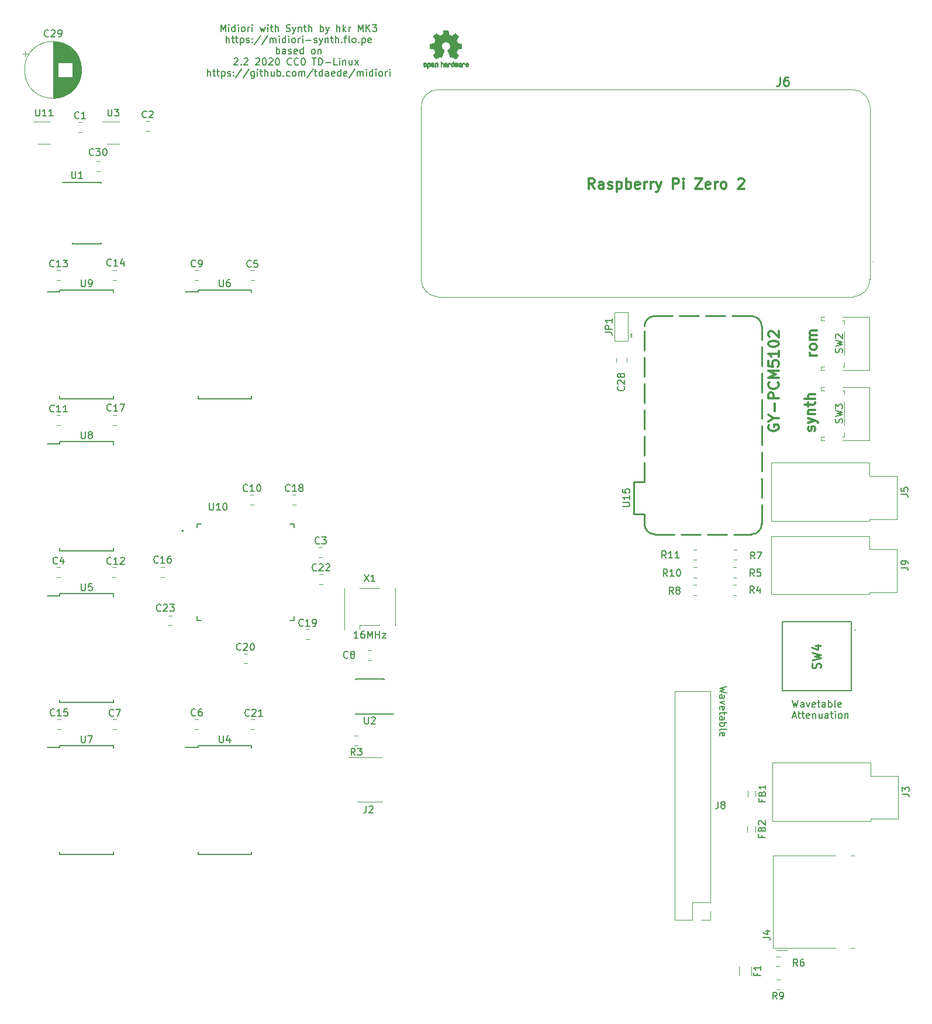
<source format=gbr>
G04 #@! TF.GenerationSoftware,KiCad,Pcbnew,7.0.10*
G04 #@! TF.CreationDate,2024-02-24T20:00:10-06:00*
G04 #@! TF.ProjectId,midiori,6d696469-6f72-4692-9e6b-696361645f70,rev?*
G04 #@! TF.SameCoordinates,Original*
G04 #@! TF.FileFunction,Legend,Top*
G04 #@! TF.FilePolarity,Positive*
%FSLAX46Y46*%
G04 Gerber Fmt 4.6, Leading zero omitted, Abs format (unit mm)*
G04 Created by KiCad (PCBNEW 7.0.10) date 2024-02-24 20:00:10*
%MOMM*%
%LPD*%
G01*
G04 APERTURE LIST*
%ADD10C,0.150000*%
%ADD11C,0.300000*%
%ADD12C,0.254000*%
%ADD13C,0.203200*%
%ADD14C,0.120000*%
%ADD15C,0.127000*%
%ADD16C,0.200000*%
%ADD17C,0.010000*%
%ADD18C,0.100000*%
G04 APERTURE END LIST*
D10*
X90438094Y-43734819D02*
X90438094Y-42734819D01*
X90438094Y-42734819D02*
X90771427Y-43449104D01*
X90771427Y-43449104D02*
X91104760Y-42734819D01*
X91104760Y-42734819D02*
X91104760Y-43734819D01*
X91580951Y-43734819D02*
X91580951Y-43068152D01*
X91580951Y-42734819D02*
X91533332Y-42782438D01*
X91533332Y-42782438D02*
X91580951Y-42830057D01*
X91580951Y-42830057D02*
X91628570Y-42782438D01*
X91628570Y-42782438D02*
X91580951Y-42734819D01*
X91580951Y-42734819D02*
X91580951Y-42830057D01*
X92485712Y-43734819D02*
X92485712Y-42734819D01*
X92485712Y-43687200D02*
X92390474Y-43734819D01*
X92390474Y-43734819D02*
X92199998Y-43734819D01*
X92199998Y-43734819D02*
X92104760Y-43687200D01*
X92104760Y-43687200D02*
X92057141Y-43639580D01*
X92057141Y-43639580D02*
X92009522Y-43544342D01*
X92009522Y-43544342D02*
X92009522Y-43258628D01*
X92009522Y-43258628D02*
X92057141Y-43163390D01*
X92057141Y-43163390D02*
X92104760Y-43115771D01*
X92104760Y-43115771D02*
X92199998Y-43068152D01*
X92199998Y-43068152D02*
X92390474Y-43068152D01*
X92390474Y-43068152D02*
X92485712Y-43115771D01*
X92961903Y-43734819D02*
X92961903Y-43068152D01*
X92961903Y-42734819D02*
X92914284Y-42782438D01*
X92914284Y-42782438D02*
X92961903Y-42830057D01*
X92961903Y-42830057D02*
X93009522Y-42782438D01*
X93009522Y-42782438D02*
X92961903Y-42734819D01*
X92961903Y-42734819D02*
X92961903Y-42830057D01*
X93580950Y-43734819D02*
X93485712Y-43687200D01*
X93485712Y-43687200D02*
X93438093Y-43639580D01*
X93438093Y-43639580D02*
X93390474Y-43544342D01*
X93390474Y-43544342D02*
X93390474Y-43258628D01*
X93390474Y-43258628D02*
X93438093Y-43163390D01*
X93438093Y-43163390D02*
X93485712Y-43115771D01*
X93485712Y-43115771D02*
X93580950Y-43068152D01*
X93580950Y-43068152D02*
X93723807Y-43068152D01*
X93723807Y-43068152D02*
X93819045Y-43115771D01*
X93819045Y-43115771D02*
X93866664Y-43163390D01*
X93866664Y-43163390D02*
X93914283Y-43258628D01*
X93914283Y-43258628D02*
X93914283Y-43544342D01*
X93914283Y-43544342D02*
X93866664Y-43639580D01*
X93866664Y-43639580D02*
X93819045Y-43687200D01*
X93819045Y-43687200D02*
X93723807Y-43734819D01*
X93723807Y-43734819D02*
X93580950Y-43734819D01*
X94342855Y-43734819D02*
X94342855Y-43068152D01*
X94342855Y-43258628D02*
X94390474Y-43163390D01*
X94390474Y-43163390D02*
X94438093Y-43115771D01*
X94438093Y-43115771D02*
X94533331Y-43068152D01*
X94533331Y-43068152D02*
X94628569Y-43068152D01*
X94961903Y-43734819D02*
X94961903Y-43068152D01*
X94961903Y-42734819D02*
X94914284Y-42782438D01*
X94914284Y-42782438D02*
X94961903Y-42830057D01*
X94961903Y-42830057D02*
X95009522Y-42782438D01*
X95009522Y-42782438D02*
X94961903Y-42734819D01*
X94961903Y-42734819D02*
X94961903Y-42830057D01*
X96104760Y-43068152D02*
X96295236Y-43734819D01*
X96295236Y-43734819D02*
X96485712Y-43258628D01*
X96485712Y-43258628D02*
X96676188Y-43734819D01*
X96676188Y-43734819D02*
X96866664Y-43068152D01*
X97247617Y-43734819D02*
X97247617Y-43068152D01*
X97247617Y-42734819D02*
X97199998Y-42782438D01*
X97199998Y-42782438D02*
X97247617Y-42830057D01*
X97247617Y-42830057D02*
X97295236Y-42782438D01*
X97295236Y-42782438D02*
X97247617Y-42734819D01*
X97247617Y-42734819D02*
X97247617Y-42830057D01*
X97580950Y-43068152D02*
X97961902Y-43068152D01*
X97723807Y-42734819D02*
X97723807Y-43591961D01*
X97723807Y-43591961D02*
X97771426Y-43687200D01*
X97771426Y-43687200D02*
X97866664Y-43734819D01*
X97866664Y-43734819D02*
X97961902Y-43734819D01*
X98295236Y-43734819D02*
X98295236Y-42734819D01*
X98723807Y-43734819D02*
X98723807Y-43211009D01*
X98723807Y-43211009D02*
X98676188Y-43115771D01*
X98676188Y-43115771D02*
X98580950Y-43068152D01*
X98580950Y-43068152D02*
X98438093Y-43068152D01*
X98438093Y-43068152D02*
X98342855Y-43115771D01*
X98342855Y-43115771D02*
X98295236Y-43163390D01*
X99914284Y-43687200D02*
X100057141Y-43734819D01*
X100057141Y-43734819D02*
X100295236Y-43734819D01*
X100295236Y-43734819D02*
X100390474Y-43687200D01*
X100390474Y-43687200D02*
X100438093Y-43639580D01*
X100438093Y-43639580D02*
X100485712Y-43544342D01*
X100485712Y-43544342D02*
X100485712Y-43449104D01*
X100485712Y-43449104D02*
X100438093Y-43353866D01*
X100438093Y-43353866D02*
X100390474Y-43306247D01*
X100390474Y-43306247D02*
X100295236Y-43258628D01*
X100295236Y-43258628D02*
X100104760Y-43211009D01*
X100104760Y-43211009D02*
X100009522Y-43163390D01*
X100009522Y-43163390D02*
X99961903Y-43115771D01*
X99961903Y-43115771D02*
X99914284Y-43020533D01*
X99914284Y-43020533D02*
X99914284Y-42925295D01*
X99914284Y-42925295D02*
X99961903Y-42830057D01*
X99961903Y-42830057D02*
X100009522Y-42782438D01*
X100009522Y-42782438D02*
X100104760Y-42734819D01*
X100104760Y-42734819D02*
X100342855Y-42734819D01*
X100342855Y-42734819D02*
X100485712Y-42782438D01*
X100819046Y-43068152D02*
X101057141Y-43734819D01*
X101295236Y-43068152D02*
X101057141Y-43734819D01*
X101057141Y-43734819D02*
X100961903Y-43972914D01*
X100961903Y-43972914D02*
X100914284Y-44020533D01*
X100914284Y-44020533D02*
X100819046Y-44068152D01*
X101676189Y-43068152D02*
X101676189Y-43734819D01*
X101676189Y-43163390D02*
X101723808Y-43115771D01*
X101723808Y-43115771D02*
X101819046Y-43068152D01*
X101819046Y-43068152D02*
X101961903Y-43068152D01*
X101961903Y-43068152D02*
X102057141Y-43115771D01*
X102057141Y-43115771D02*
X102104760Y-43211009D01*
X102104760Y-43211009D02*
X102104760Y-43734819D01*
X102438094Y-43068152D02*
X102819046Y-43068152D01*
X102580951Y-42734819D02*
X102580951Y-43591961D01*
X102580951Y-43591961D02*
X102628570Y-43687200D01*
X102628570Y-43687200D02*
X102723808Y-43734819D01*
X102723808Y-43734819D02*
X102819046Y-43734819D01*
X103152380Y-43734819D02*
X103152380Y-42734819D01*
X103580951Y-43734819D02*
X103580951Y-43211009D01*
X103580951Y-43211009D02*
X103533332Y-43115771D01*
X103533332Y-43115771D02*
X103438094Y-43068152D01*
X103438094Y-43068152D02*
X103295237Y-43068152D01*
X103295237Y-43068152D02*
X103199999Y-43115771D01*
X103199999Y-43115771D02*
X103152380Y-43163390D01*
X104819047Y-43734819D02*
X104819047Y-42734819D01*
X104819047Y-43115771D02*
X104914285Y-43068152D01*
X104914285Y-43068152D02*
X105104761Y-43068152D01*
X105104761Y-43068152D02*
X105199999Y-43115771D01*
X105199999Y-43115771D02*
X105247618Y-43163390D01*
X105247618Y-43163390D02*
X105295237Y-43258628D01*
X105295237Y-43258628D02*
X105295237Y-43544342D01*
X105295237Y-43544342D02*
X105247618Y-43639580D01*
X105247618Y-43639580D02*
X105199999Y-43687200D01*
X105199999Y-43687200D02*
X105104761Y-43734819D01*
X105104761Y-43734819D02*
X104914285Y-43734819D01*
X104914285Y-43734819D02*
X104819047Y-43687200D01*
X105628571Y-43068152D02*
X105866666Y-43734819D01*
X106104761Y-43068152D02*
X105866666Y-43734819D01*
X105866666Y-43734819D02*
X105771428Y-43972914D01*
X105771428Y-43972914D02*
X105723809Y-44020533D01*
X105723809Y-44020533D02*
X105628571Y-44068152D01*
X107247619Y-43734819D02*
X107247619Y-42734819D01*
X107676190Y-43734819D02*
X107676190Y-43211009D01*
X107676190Y-43211009D02*
X107628571Y-43115771D01*
X107628571Y-43115771D02*
X107533333Y-43068152D01*
X107533333Y-43068152D02*
X107390476Y-43068152D01*
X107390476Y-43068152D02*
X107295238Y-43115771D01*
X107295238Y-43115771D02*
X107247619Y-43163390D01*
X108152381Y-43734819D02*
X108152381Y-42734819D01*
X108247619Y-43353866D02*
X108533333Y-43734819D01*
X108533333Y-43068152D02*
X108152381Y-43449104D01*
X108961905Y-43734819D02*
X108961905Y-43068152D01*
X108961905Y-43258628D02*
X109009524Y-43163390D01*
X109009524Y-43163390D02*
X109057143Y-43115771D01*
X109057143Y-43115771D02*
X109152381Y-43068152D01*
X109152381Y-43068152D02*
X109247619Y-43068152D01*
X110342858Y-43734819D02*
X110342858Y-42734819D01*
X110342858Y-42734819D02*
X110676191Y-43449104D01*
X110676191Y-43449104D02*
X111009524Y-42734819D01*
X111009524Y-42734819D02*
X111009524Y-43734819D01*
X111485715Y-43734819D02*
X111485715Y-42734819D01*
X112057143Y-43734819D02*
X111628572Y-43163390D01*
X112057143Y-42734819D02*
X111485715Y-43306247D01*
X112390477Y-42734819D02*
X113009524Y-42734819D01*
X113009524Y-42734819D02*
X112676191Y-43115771D01*
X112676191Y-43115771D02*
X112819048Y-43115771D01*
X112819048Y-43115771D02*
X112914286Y-43163390D01*
X112914286Y-43163390D02*
X112961905Y-43211009D01*
X112961905Y-43211009D02*
X113009524Y-43306247D01*
X113009524Y-43306247D02*
X113009524Y-43544342D01*
X113009524Y-43544342D02*
X112961905Y-43639580D01*
X112961905Y-43639580D02*
X112914286Y-43687200D01*
X112914286Y-43687200D02*
X112819048Y-43734819D01*
X112819048Y-43734819D02*
X112533334Y-43734819D01*
X112533334Y-43734819D02*
X112438096Y-43687200D01*
X112438096Y-43687200D02*
X112390477Y-43639580D01*
X91223809Y-45344819D02*
X91223809Y-44344819D01*
X91652380Y-45344819D02*
X91652380Y-44821009D01*
X91652380Y-44821009D02*
X91604761Y-44725771D01*
X91604761Y-44725771D02*
X91509523Y-44678152D01*
X91509523Y-44678152D02*
X91366666Y-44678152D01*
X91366666Y-44678152D02*
X91271428Y-44725771D01*
X91271428Y-44725771D02*
X91223809Y-44773390D01*
X91985714Y-44678152D02*
X92366666Y-44678152D01*
X92128571Y-44344819D02*
X92128571Y-45201961D01*
X92128571Y-45201961D02*
X92176190Y-45297200D01*
X92176190Y-45297200D02*
X92271428Y-45344819D01*
X92271428Y-45344819D02*
X92366666Y-45344819D01*
X92557143Y-44678152D02*
X92938095Y-44678152D01*
X92700000Y-44344819D02*
X92700000Y-45201961D01*
X92700000Y-45201961D02*
X92747619Y-45297200D01*
X92747619Y-45297200D02*
X92842857Y-45344819D01*
X92842857Y-45344819D02*
X92938095Y-45344819D01*
X93271429Y-44678152D02*
X93271429Y-45678152D01*
X93271429Y-44725771D02*
X93366667Y-44678152D01*
X93366667Y-44678152D02*
X93557143Y-44678152D01*
X93557143Y-44678152D02*
X93652381Y-44725771D01*
X93652381Y-44725771D02*
X93700000Y-44773390D01*
X93700000Y-44773390D02*
X93747619Y-44868628D01*
X93747619Y-44868628D02*
X93747619Y-45154342D01*
X93747619Y-45154342D02*
X93700000Y-45249580D01*
X93700000Y-45249580D02*
X93652381Y-45297200D01*
X93652381Y-45297200D02*
X93557143Y-45344819D01*
X93557143Y-45344819D02*
X93366667Y-45344819D01*
X93366667Y-45344819D02*
X93271429Y-45297200D01*
X94128572Y-45297200D02*
X94223810Y-45344819D01*
X94223810Y-45344819D02*
X94414286Y-45344819D01*
X94414286Y-45344819D02*
X94509524Y-45297200D01*
X94509524Y-45297200D02*
X94557143Y-45201961D01*
X94557143Y-45201961D02*
X94557143Y-45154342D01*
X94557143Y-45154342D02*
X94509524Y-45059104D01*
X94509524Y-45059104D02*
X94414286Y-45011485D01*
X94414286Y-45011485D02*
X94271429Y-45011485D01*
X94271429Y-45011485D02*
X94176191Y-44963866D01*
X94176191Y-44963866D02*
X94128572Y-44868628D01*
X94128572Y-44868628D02*
X94128572Y-44821009D01*
X94128572Y-44821009D02*
X94176191Y-44725771D01*
X94176191Y-44725771D02*
X94271429Y-44678152D01*
X94271429Y-44678152D02*
X94414286Y-44678152D01*
X94414286Y-44678152D02*
X94509524Y-44725771D01*
X94985715Y-45249580D02*
X95033334Y-45297200D01*
X95033334Y-45297200D02*
X94985715Y-45344819D01*
X94985715Y-45344819D02*
X94938096Y-45297200D01*
X94938096Y-45297200D02*
X94985715Y-45249580D01*
X94985715Y-45249580D02*
X94985715Y-45344819D01*
X94985715Y-44725771D02*
X95033334Y-44773390D01*
X95033334Y-44773390D02*
X94985715Y-44821009D01*
X94985715Y-44821009D02*
X94938096Y-44773390D01*
X94938096Y-44773390D02*
X94985715Y-44725771D01*
X94985715Y-44725771D02*
X94985715Y-44821009D01*
X96176190Y-44297200D02*
X95319048Y-45582914D01*
X97223809Y-44297200D02*
X96366667Y-45582914D01*
X97557143Y-45344819D02*
X97557143Y-44678152D01*
X97557143Y-44773390D02*
X97604762Y-44725771D01*
X97604762Y-44725771D02*
X97700000Y-44678152D01*
X97700000Y-44678152D02*
X97842857Y-44678152D01*
X97842857Y-44678152D02*
X97938095Y-44725771D01*
X97938095Y-44725771D02*
X97985714Y-44821009D01*
X97985714Y-44821009D02*
X97985714Y-45344819D01*
X97985714Y-44821009D02*
X98033333Y-44725771D01*
X98033333Y-44725771D02*
X98128571Y-44678152D01*
X98128571Y-44678152D02*
X98271428Y-44678152D01*
X98271428Y-44678152D02*
X98366667Y-44725771D01*
X98366667Y-44725771D02*
X98414286Y-44821009D01*
X98414286Y-44821009D02*
X98414286Y-45344819D01*
X98890476Y-45344819D02*
X98890476Y-44678152D01*
X98890476Y-44344819D02*
X98842857Y-44392438D01*
X98842857Y-44392438D02*
X98890476Y-44440057D01*
X98890476Y-44440057D02*
X98938095Y-44392438D01*
X98938095Y-44392438D02*
X98890476Y-44344819D01*
X98890476Y-44344819D02*
X98890476Y-44440057D01*
X99795237Y-45344819D02*
X99795237Y-44344819D01*
X99795237Y-45297200D02*
X99699999Y-45344819D01*
X99699999Y-45344819D02*
X99509523Y-45344819D01*
X99509523Y-45344819D02*
X99414285Y-45297200D01*
X99414285Y-45297200D02*
X99366666Y-45249580D01*
X99366666Y-45249580D02*
X99319047Y-45154342D01*
X99319047Y-45154342D02*
X99319047Y-44868628D01*
X99319047Y-44868628D02*
X99366666Y-44773390D01*
X99366666Y-44773390D02*
X99414285Y-44725771D01*
X99414285Y-44725771D02*
X99509523Y-44678152D01*
X99509523Y-44678152D02*
X99699999Y-44678152D01*
X99699999Y-44678152D02*
X99795237Y-44725771D01*
X100271428Y-45344819D02*
X100271428Y-44678152D01*
X100271428Y-44344819D02*
X100223809Y-44392438D01*
X100223809Y-44392438D02*
X100271428Y-44440057D01*
X100271428Y-44440057D02*
X100319047Y-44392438D01*
X100319047Y-44392438D02*
X100271428Y-44344819D01*
X100271428Y-44344819D02*
X100271428Y-44440057D01*
X100890475Y-45344819D02*
X100795237Y-45297200D01*
X100795237Y-45297200D02*
X100747618Y-45249580D01*
X100747618Y-45249580D02*
X100699999Y-45154342D01*
X100699999Y-45154342D02*
X100699999Y-44868628D01*
X100699999Y-44868628D02*
X100747618Y-44773390D01*
X100747618Y-44773390D02*
X100795237Y-44725771D01*
X100795237Y-44725771D02*
X100890475Y-44678152D01*
X100890475Y-44678152D02*
X101033332Y-44678152D01*
X101033332Y-44678152D02*
X101128570Y-44725771D01*
X101128570Y-44725771D02*
X101176189Y-44773390D01*
X101176189Y-44773390D02*
X101223808Y-44868628D01*
X101223808Y-44868628D02*
X101223808Y-45154342D01*
X101223808Y-45154342D02*
X101176189Y-45249580D01*
X101176189Y-45249580D02*
X101128570Y-45297200D01*
X101128570Y-45297200D02*
X101033332Y-45344819D01*
X101033332Y-45344819D02*
X100890475Y-45344819D01*
X101652380Y-45344819D02*
X101652380Y-44678152D01*
X101652380Y-44868628D02*
X101699999Y-44773390D01*
X101699999Y-44773390D02*
X101747618Y-44725771D01*
X101747618Y-44725771D02*
X101842856Y-44678152D01*
X101842856Y-44678152D02*
X101938094Y-44678152D01*
X102271428Y-45344819D02*
X102271428Y-44678152D01*
X102271428Y-44344819D02*
X102223809Y-44392438D01*
X102223809Y-44392438D02*
X102271428Y-44440057D01*
X102271428Y-44440057D02*
X102319047Y-44392438D01*
X102319047Y-44392438D02*
X102271428Y-44344819D01*
X102271428Y-44344819D02*
X102271428Y-44440057D01*
X102747618Y-44963866D02*
X103509523Y-44963866D01*
X103938094Y-45297200D02*
X104033332Y-45344819D01*
X104033332Y-45344819D02*
X104223808Y-45344819D01*
X104223808Y-45344819D02*
X104319046Y-45297200D01*
X104319046Y-45297200D02*
X104366665Y-45201961D01*
X104366665Y-45201961D02*
X104366665Y-45154342D01*
X104366665Y-45154342D02*
X104319046Y-45059104D01*
X104319046Y-45059104D02*
X104223808Y-45011485D01*
X104223808Y-45011485D02*
X104080951Y-45011485D01*
X104080951Y-45011485D02*
X103985713Y-44963866D01*
X103985713Y-44963866D02*
X103938094Y-44868628D01*
X103938094Y-44868628D02*
X103938094Y-44821009D01*
X103938094Y-44821009D02*
X103985713Y-44725771D01*
X103985713Y-44725771D02*
X104080951Y-44678152D01*
X104080951Y-44678152D02*
X104223808Y-44678152D01*
X104223808Y-44678152D02*
X104319046Y-44725771D01*
X104699999Y-44678152D02*
X104938094Y-45344819D01*
X105176189Y-44678152D02*
X104938094Y-45344819D01*
X104938094Y-45344819D02*
X104842856Y-45582914D01*
X104842856Y-45582914D02*
X104795237Y-45630533D01*
X104795237Y-45630533D02*
X104699999Y-45678152D01*
X105557142Y-44678152D02*
X105557142Y-45344819D01*
X105557142Y-44773390D02*
X105604761Y-44725771D01*
X105604761Y-44725771D02*
X105699999Y-44678152D01*
X105699999Y-44678152D02*
X105842856Y-44678152D01*
X105842856Y-44678152D02*
X105938094Y-44725771D01*
X105938094Y-44725771D02*
X105985713Y-44821009D01*
X105985713Y-44821009D02*
X105985713Y-45344819D01*
X106319047Y-44678152D02*
X106699999Y-44678152D01*
X106461904Y-44344819D02*
X106461904Y-45201961D01*
X106461904Y-45201961D02*
X106509523Y-45297200D01*
X106509523Y-45297200D02*
X106604761Y-45344819D01*
X106604761Y-45344819D02*
X106699999Y-45344819D01*
X107033333Y-45344819D02*
X107033333Y-44344819D01*
X107461904Y-45344819D02*
X107461904Y-44821009D01*
X107461904Y-44821009D02*
X107414285Y-44725771D01*
X107414285Y-44725771D02*
X107319047Y-44678152D01*
X107319047Y-44678152D02*
X107176190Y-44678152D01*
X107176190Y-44678152D02*
X107080952Y-44725771D01*
X107080952Y-44725771D02*
X107033333Y-44773390D01*
X107938095Y-45249580D02*
X107985714Y-45297200D01*
X107985714Y-45297200D02*
X107938095Y-45344819D01*
X107938095Y-45344819D02*
X107890476Y-45297200D01*
X107890476Y-45297200D02*
X107938095Y-45249580D01*
X107938095Y-45249580D02*
X107938095Y-45344819D01*
X108271428Y-44678152D02*
X108652380Y-44678152D01*
X108414285Y-45344819D02*
X108414285Y-44487676D01*
X108414285Y-44487676D02*
X108461904Y-44392438D01*
X108461904Y-44392438D02*
X108557142Y-44344819D01*
X108557142Y-44344819D02*
X108652380Y-44344819D01*
X109128571Y-45344819D02*
X109033333Y-45297200D01*
X109033333Y-45297200D02*
X108985714Y-45201961D01*
X108985714Y-45201961D02*
X108985714Y-44344819D01*
X109652381Y-45344819D02*
X109557143Y-45297200D01*
X109557143Y-45297200D02*
X109509524Y-45249580D01*
X109509524Y-45249580D02*
X109461905Y-45154342D01*
X109461905Y-45154342D02*
X109461905Y-44868628D01*
X109461905Y-44868628D02*
X109509524Y-44773390D01*
X109509524Y-44773390D02*
X109557143Y-44725771D01*
X109557143Y-44725771D02*
X109652381Y-44678152D01*
X109652381Y-44678152D02*
X109795238Y-44678152D01*
X109795238Y-44678152D02*
X109890476Y-44725771D01*
X109890476Y-44725771D02*
X109938095Y-44773390D01*
X109938095Y-44773390D02*
X109985714Y-44868628D01*
X109985714Y-44868628D02*
X109985714Y-45154342D01*
X109985714Y-45154342D02*
X109938095Y-45249580D01*
X109938095Y-45249580D02*
X109890476Y-45297200D01*
X109890476Y-45297200D02*
X109795238Y-45344819D01*
X109795238Y-45344819D02*
X109652381Y-45344819D01*
X110414286Y-45249580D02*
X110461905Y-45297200D01*
X110461905Y-45297200D02*
X110414286Y-45344819D01*
X110414286Y-45344819D02*
X110366667Y-45297200D01*
X110366667Y-45297200D02*
X110414286Y-45249580D01*
X110414286Y-45249580D02*
X110414286Y-45344819D01*
X110890476Y-44678152D02*
X110890476Y-45678152D01*
X110890476Y-44725771D02*
X110985714Y-44678152D01*
X110985714Y-44678152D02*
X111176190Y-44678152D01*
X111176190Y-44678152D02*
X111271428Y-44725771D01*
X111271428Y-44725771D02*
X111319047Y-44773390D01*
X111319047Y-44773390D02*
X111366666Y-44868628D01*
X111366666Y-44868628D02*
X111366666Y-45154342D01*
X111366666Y-45154342D02*
X111319047Y-45249580D01*
X111319047Y-45249580D02*
X111271428Y-45297200D01*
X111271428Y-45297200D02*
X111176190Y-45344819D01*
X111176190Y-45344819D02*
X110985714Y-45344819D01*
X110985714Y-45344819D02*
X110890476Y-45297200D01*
X112176190Y-45297200D02*
X112080952Y-45344819D01*
X112080952Y-45344819D02*
X111890476Y-45344819D01*
X111890476Y-45344819D02*
X111795238Y-45297200D01*
X111795238Y-45297200D02*
X111747619Y-45201961D01*
X111747619Y-45201961D02*
X111747619Y-44821009D01*
X111747619Y-44821009D02*
X111795238Y-44725771D01*
X111795238Y-44725771D02*
X111890476Y-44678152D01*
X111890476Y-44678152D02*
X112080952Y-44678152D01*
X112080952Y-44678152D02*
X112176190Y-44725771D01*
X112176190Y-44725771D02*
X112223809Y-44821009D01*
X112223809Y-44821009D02*
X112223809Y-44916247D01*
X112223809Y-44916247D02*
X111747619Y-45011485D01*
X98461904Y-46954819D02*
X98461904Y-45954819D01*
X98461904Y-46335771D02*
X98557142Y-46288152D01*
X98557142Y-46288152D02*
X98747618Y-46288152D01*
X98747618Y-46288152D02*
X98842856Y-46335771D01*
X98842856Y-46335771D02*
X98890475Y-46383390D01*
X98890475Y-46383390D02*
X98938094Y-46478628D01*
X98938094Y-46478628D02*
X98938094Y-46764342D01*
X98938094Y-46764342D02*
X98890475Y-46859580D01*
X98890475Y-46859580D02*
X98842856Y-46907200D01*
X98842856Y-46907200D02*
X98747618Y-46954819D01*
X98747618Y-46954819D02*
X98557142Y-46954819D01*
X98557142Y-46954819D02*
X98461904Y-46907200D01*
X99795237Y-46954819D02*
X99795237Y-46431009D01*
X99795237Y-46431009D02*
X99747618Y-46335771D01*
X99747618Y-46335771D02*
X99652380Y-46288152D01*
X99652380Y-46288152D02*
X99461904Y-46288152D01*
X99461904Y-46288152D02*
X99366666Y-46335771D01*
X99795237Y-46907200D02*
X99699999Y-46954819D01*
X99699999Y-46954819D02*
X99461904Y-46954819D01*
X99461904Y-46954819D02*
X99366666Y-46907200D01*
X99366666Y-46907200D02*
X99319047Y-46811961D01*
X99319047Y-46811961D02*
X99319047Y-46716723D01*
X99319047Y-46716723D02*
X99366666Y-46621485D01*
X99366666Y-46621485D02*
X99461904Y-46573866D01*
X99461904Y-46573866D02*
X99699999Y-46573866D01*
X99699999Y-46573866D02*
X99795237Y-46526247D01*
X100223809Y-46907200D02*
X100319047Y-46954819D01*
X100319047Y-46954819D02*
X100509523Y-46954819D01*
X100509523Y-46954819D02*
X100604761Y-46907200D01*
X100604761Y-46907200D02*
X100652380Y-46811961D01*
X100652380Y-46811961D02*
X100652380Y-46764342D01*
X100652380Y-46764342D02*
X100604761Y-46669104D01*
X100604761Y-46669104D02*
X100509523Y-46621485D01*
X100509523Y-46621485D02*
X100366666Y-46621485D01*
X100366666Y-46621485D02*
X100271428Y-46573866D01*
X100271428Y-46573866D02*
X100223809Y-46478628D01*
X100223809Y-46478628D02*
X100223809Y-46431009D01*
X100223809Y-46431009D02*
X100271428Y-46335771D01*
X100271428Y-46335771D02*
X100366666Y-46288152D01*
X100366666Y-46288152D02*
X100509523Y-46288152D01*
X100509523Y-46288152D02*
X100604761Y-46335771D01*
X101461904Y-46907200D02*
X101366666Y-46954819D01*
X101366666Y-46954819D02*
X101176190Y-46954819D01*
X101176190Y-46954819D02*
X101080952Y-46907200D01*
X101080952Y-46907200D02*
X101033333Y-46811961D01*
X101033333Y-46811961D02*
X101033333Y-46431009D01*
X101033333Y-46431009D02*
X101080952Y-46335771D01*
X101080952Y-46335771D02*
X101176190Y-46288152D01*
X101176190Y-46288152D02*
X101366666Y-46288152D01*
X101366666Y-46288152D02*
X101461904Y-46335771D01*
X101461904Y-46335771D02*
X101509523Y-46431009D01*
X101509523Y-46431009D02*
X101509523Y-46526247D01*
X101509523Y-46526247D02*
X101033333Y-46621485D01*
X102366666Y-46954819D02*
X102366666Y-45954819D01*
X102366666Y-46907200D02*
X102271428Y-46954819D01*
X102271428Y-46954819D02*
X102080952Y-46954819D01*
X102080952Y-46954819D02*
X101985714Y-46907200D01*
X101985714Y-46907200D02*
X101938095Y-46859580D01*
X101938095Y-46859580D02*
X101890476Y-46764342D01*
X101890476Y-46764342D02*
X101890476Y-46478628D01*
X101890476Y-46478628D02*
X101938095Y-46383390D01*
X101938095Y-46383390D02*
X101985714Y-46335771D01*
X101985714Y-46335771D02*
X102080952Y-46288152D01*
X102080952Y-46288152D02*
X102271428Y-46288152D01*
X102271428Y-46288152D02*
X102366666Y-46335771D01*
X103747619Y-46954819D02*
X103652381Y-46907200D01*
X103652381Y-46907200D02*
X103604762Y-46859580D01*
X103604762Y-46859580D02*
X103557143Y-46764342D01*
X103557143Y-46764342D02*
X103557143Y-46478628D01*
X103557143Y-46478628D02*
X103604762Y-46383390D01*
X103604762Y-46383390D02*
X103652381Y-46335771D01*
X103652381Y-46335771D02*
X103747619Y-46288152D01*
X103747619Y-46288152D02*
X103890476Y-46288152D01*
X103890476Y-46288152D02*
X103985714Y-46335771D01*
X103985714Y-46335771D02*
X104033333Y-46383390D01*
X104033333Y-46383390D02*
X104080952Y-46478628D01*
X104080952Y-46478628D02*
X104080952Y-46764342D01*
X104080952Y-46764342D02*
X104033333Y-46859580D01*
X104033333Y-46859580D02*
X103985714Y-46907200D01*
X103985714Y-46907200D02*
X103890476Y-46954819D01*
X103890476Y-46954819D02*
X103747619Y-46954819D01*
X104509524Y-46288152D02*
X104509524Y-46954819D01*
X104509524Y-46383390D02*
X104557143Y-46335771D01*
X104557143Y-46335771D02*
X104652381Y-46288152D01*
X104652381Y-46288152D02*
X104795238Y-46288152D01*
X104795238Y-46288152D02*
X104890476Y-46335771D01*
X104890476Y-46335771D02*
X104938095Y-46431009D01*
X104938095Y-46431009D02*
X104938095Y-46954819D01*
X92342857Y-47660057D02*
X92390476Y-47612438D01*
X92390476Y-47612438D02*
X92485714Y-47564819D01*
X92485714Y-47564819D02*
X92723809Y-47564819D01*
X92723809Y-47564819D02*
X92819047Y-47612438D01*
X92819047Y-47612438D02*
X92866666Y-47660057D01*
X92866666Y-47660057D02*
X92914285Y-47755295D01*
X92914285Y-47755295D02*
X92914285Y-47850533D01*
X92914285Y-47850533D02*
X92866666Y-47993390D01*
X92866666Y-47993390D02*
X92295238Y-48564819D01*
X92295238Y-48564819D02*
X92914285Y-48564819D01*
X93342857Y-48469580D02*
X93390476Y-48517200D01*
X93390476Y-48517200D02*
X93342857Y-48564819D01*
X93342857Y-48564819D02*
X93295238Y-48517200D01*
X93295238Y-48517200D02*
X93342857Y-48469580D01*
X93342857Y-48469580D02*
X93342857Y-48564819D01*
X93771428Y-47660057D02*
X93819047Y-47612438D01*
X93819047Y-47612438D02*
X93914285Y-47564819D01*
X93914285Y-47564819D02*
X94152380Y-47564819D01*
X94152380Y-47564819D02*
X94247618Y-47612438D01*
X94247618Y-47612438D02*
X94295237Y-47660057D01*
X94295237Y-47660057D02*
X94342856Y-47755295D01*
X94342856Y-47755295D02*
X94342856Y-47850533D01*
X94342856Y-47850533D02*
X94295237Y-47993390D01*
X94295237Y-47993390D02*
X93723809Y-48564819D01*
X93723809Y-48564819D02*
X94342856Y-48564819D01*
X95485714Y-47660057D02*
X95533333Y-47612438D01*
X95533333Y-47612438D02*
X95628571Y-47564819D01*
X95628571Y-47564819D02*
X95866666Y-47564819D01*
X95866666Y-47564819D02*
X95961904Y-47612438D01*
X95961904Y-47612438D02*
X96009523Y-47660057D01*
X96009523Y-47660057D02*
X96057142Y-47755295D01*
X96057142Y-47755295D02*
X96057142Y-47850533D01*
X96057142Y-47850533D02*
X96009523Y-47993390D01*
X96009523Y-47993390D02*
X95438095Y-48564819D01*
X95438095Y-48564819D02*
X96057142Y-48564819D01*
X96676190Y-47564819D02*
X96771428Y-47564819D01*
X96771428Y-47564819D02*
X96866666Y-47612438D01*
X96866666Y-47612438D02*
X96914285Y-47660057D01*
X96914285Y-47660057D02*
X96961904Y-47755295D01*
X96961904Y-47755295D02*
X97009523Y-47945771D01*
X97009523Y-47945771D02*
X97009523Y-48183866D01*
X97009523Y-48183866D02*
X96961904Y-48374342D01*
X96961904Y-48374342D02*
X96914285Y-48469580D01*
X96914285Y-48469580D02*
X96866666Y-48517200D01*
X96866666Y-48517200D02*
X96771428Y-48564819D01*
X96771428Y-48564819D02*
X96676190Y-48564819D01*
X96676190Y-48564819D02*
X96580952Y-48517200D01*
X96580952Y-48517200D02*
X96533333Y-48469580D01*
X96533333Y-48469580D02*
X96485714Y-48374342D01*
X96485714Y-48374342D02*
X96438095Y-48183866D01*
X96438095Y-48183866D02*
X96438095Y-47945771D01*
X96438095Y-47945771D02*
X96485714Y-47755295D01*
X96485714Y-47755295D02*
X96533333Y-47660057D01*
X96533333Y-47660057D02*
X96580952Y-47612438D01*
X96580952Y-47612438D02*
X96676190Y-47564819D01*
X97390476Y-47660057D02*
X97438095Y-47612438D01*
X97438095Y-47612438D02*
X97533333Y-47564819D01*
X97533333Y-47564819D02*
X97771428Y-47564819D01*
X97771428Y-47564819D02*
X97866666Y-47612438D01*
X97866666Y-47612438D02*
X97914285Y-47660057D01*
X97914285Y-47660057D02*
X97961904Y-47755295D01*
X97961904Y-47755295D02*
X97961904Y-47850533D01*
X97961904Y-47850533D02*
X97914285Y-47993390D01*
X97914285Y-47993390D02*
X97342857Y-48564819D01*
X97342857Y-48564819D02*
X97961904Y-48564819D01*
X98580952Y-47564819D02*
X98676190Y-47564819D01*
X98676190Y-47564819D02*
X98771428Y-47612438D01*
X98771428Y-47612438D02*
X98819047Y-47660057D01*
X98819047Y-47660057D02*
X98866666Y-47755295D01*
X98866666Y-47755295D02*
X98914285Y-47945771D01*
X98914285Y-47945771D02*
X98914285Y-48183866D01*
X98914285Y-48183866D02*
X98866666Y-48374342D01*
X98866666Y-48374342D02*
X98819047Y-48469580D01*
X98819047Y-48469580D02*
X98771428Y-48517200D01*
X98771428Y-48517200D02*
X98676190Y-48564819D01*
X98676190Y-48564819D02*
X98580952Y-48564819D01*
X98580952Y-48564819D02*
X98485714Y-48517200D01*
X98485714Y-48517200D02*
X98438095Y-48469580D01*
X98438095Y-48469580D02*
X98390476Y-48374342D01*
X98390476Y-48374342D02*
X98342857Y-48183866D01*
X98342857Y-48183866D02*
X98342857Y-47945771D01*
X98342857Y-47945771D02*
X98390476Y-47755295D01*
X98390476Y-47755295D02*
X98438095Y-47660057D01*
X98438095Y-47660057D02*
X98485714Y-47612438D01*
X98485714Y-47612438D02*
X98580952Y-47564819D01*
X100676190Y-48469580D02*
X100628571Y-48517200D01*
X100628571Y-48517200D02*
X100485714Y-48564819D01*
X100485714Y-48564819D02*
X100390476Y-48564819D01*
X100390476Y-48564819D02*
X100247619Y-48517200D01*
X100247619Y-48517200D02*
X100152381Y-48421961D01*
X100152381Y-48421961D02*
X100104762Y-48326723D01*
X100104762Y-48326723D02*
X100057143Y-48136247D01*
X100057143Y-48136247D02*
X100057143Y-47993390D01*
X100057143Y-47993390D02*
X100104762Y-47802914D01*
X100104762Y-47802914D02*
X100152381Y-47707676D01*
X100152381Y-47707676D02*
X100247619Y-47612438D01*
X100247619Y-47612438D02*
X100390476Y-47564819D01*
X100390476Y-47564819D02*
X100485714Y-47564819D01*
X100485714Y-47564819D02*
X100628571Y-47612438D01*
X100628571Y-47612438D02*
X100676190Y-47660057D01*
X101676190Y-48469580D02*
X101628571Y-48517200D01*
X101628571Y-48517200D02*
X101485714Y-48564819D01*
X101485714Y-48564819D02*
X101390476Y-48564819D01*
X101390476Y-48564819D02*
X101247619Y-48517200D01*
X101247619Y-48517200D02*
X101152381Y-48421961D01*
X101152381Y-48421961D02*
X101104762Y-48326723D01*
X101104762Y-48326723D02*
X101057143Y-48136247D01*
X101057143Y-48136247D02*
X101057143Y-47993390D01*
X101057143Y-47993390D02*
X101104762Y-47802914D01*
X101104762Y-47802914D02*
X101152381Y-47707676D01*
X101152381Y-47707676D02*
X101247619Y-47612438D01*
X101247619Y-47612438D02*
X101390476Y-47564819D01*
X101390476Y-47564819D02*
X101485714Y-47564819D01*
X101485714Y-47564819D02*
X101628571Y-47612438D01*
X101628571Y-47612438D02*
X101676190Y-47660057D01*
X102295238Y-47564819D02*
X102390476Y-47564819D01*
X102390476Y-47564819D02*
X102485714Y-47612438D01*
X102485714Y-47612438D02*
X102533333Y-47660057D01*
X102533333Y-47660057D02*
X102580952Y-47755295D01*
X102580952Y-47755295D02*
X102628571Y-47945771D01*
X102628571Y-47945771D02*
X102628571Y-48183866D01*
X102628571Y-48183866D02*
X102580952Y-48374342D01*
X102580952Y-48374342D02*
X102533333Y-48469580D01*
X102533333Y-48469580D02*
X102485714Y-48517200D01*
X102485714Y-48517200D02*
X102390476Y-48564819D01*
X102390476Y-48564819D02*
X102295238Y-48564819D01*
X102295238Y-48564819D02*
X102200000Y-48517200D01*
X102200000Y-48517200D02*
X102152381Y-48469580D01*
X102152381Y-48469580D02*
X102104762Y-48374342D01*
X102104762Y-48374342D02*
X102057143Y-48183866D01*
X102057143Y-48183866D02*
X102057143Y-47945771D01*
X102057143Y-47945771D02*
X102104762Y-47755295D01*
X102104762Y-47755295D02*
X102152381Y-47660057D01*
X102152381Y-47660057D02*
X102200000Y-47612438D01*
X102200000Y-47612438D02*
X102295238Y-47564819D01*
X103676191Y-47564819D02*
X104247619Y-47564819D01*
X103961905Y-48564819D02*
X103961905Y-47564819D01*
X104580953Y-48564819D02*
X104580953Y-47564819D01*
X104580953Y-47564819D02*
X104819048Y-47564819D01*
X104819048Y-47564819D02*
X104961905Y-47612438D01*
X104961905Y-47612438D02*
X105057143Y-47707676D01*
X105057143Y-47707676D02*
X105104762Y-47802914D01*
X105104762Y-47802914D02*
X105152381Y-47993390D01*
X105152381Y-47993390D02*
X105152381Y-48136247D01*
X105152381Y-48136247D02*
X105104762Y-48326723D01*
X105104762Y-48326723D02*
X105057143Y-48421961D01*
X105057143Y-48421961D02*
X104961905Y-48517200D01*
X104961905Y-48517200D02*
X104819048Y-48564819D01*
X104819048Y-48564819D02*
X104580953Y-48564819D01*
X105580953Y-48183866D02*
X106342858Y-48183866D01*
X107295238Y-48564819D02*
X106819048Y-48564819D01*
X106819048Y-48564819D02*
X106819048Y-47564819D01*
X107628572Y-48564819D02*
X107628572Y-47898152D01*
X107628572Y-47564819D02*
X107580953Y-47612438D01*
X107580953Y-47612438D02*
X107628572Y-47660057D01*
X107628572Y-47660057D02*
X107676191Y-47612438D01*
X107676191Y-47612438D02*
X107628572Y-47564819D01*
X107628572Y-47564819D02*
X107628572Y-47660057D01*
X108104762Y-47898152D02*
X108104762Y-48564819D01*
X108104762Y-47993390D02*
X108152381Y-47945771D01*
X108152381Y-47945771D02*
X108247619Y-47898152D01*
X108247619Y-47898152D02*
X108390476Y-47898152D01*
X108390476Y-47898152D02*
X108485714Y-47945771D01*
X108485714Y-47945771D02*
X108533333Y-48041009D01*
X108533333Y-48041009D02*
X108533333Y-48564819D01*
X109438095Y-47898152D02*
X109438095Y-48564819D01*
X109009524Y-47898152D02*
X109009524Y-48421961D01*
X109009524Y-48421961D02*
X109057143Y-48517200D01*
X109057143Y-48517200D02*
X109152381Y-48564819D01*
X109152381Y-48564819D02*
X109295238Y-48564819D01*
X109295238Y-48564819D02*
X109390476Y-48517200D01*
X109390476Y-48517200D02*
X109438095Y-48469580D01*
X109819048Y-48564819D02*
X110342857Y-47898152D01*
X109819048Y-47898152D02*
X110342857Y-48564819D01*
X88509524Y-50174819D02*
X88509524Y-49174819D01*
X88938095Y-50174819D02*
X88938095Y-49651009D01*
X88938095Y-49651009D02*
X88890476Y-49555771D01*
X88890476Y-49555771D02*
X88795238Y-49508152D01*
X88795238Y-49508152D02*
X88652381Y-49508152D01*
X88652381Y-49508152D02*
X88557143Y-49555771D01*
X88557143Y-49555771D02*
X88509524Y-49603390D01*
X89271429Y-49508152D02*
X89652381Y-49508152D01*
X89414286Y-49174819D02*
X89414286Y-50031961D01*
X89414286Y-50031961D02*
X89461905Y-50127200D01*
X89461905Y-50127200D02*
X89557143Y-50174819D01*
X89557143Y-50174819D02*
X89652381Y-50174819D01*
X89842858Y-49508152D02*
X90223810Y-49508152D01*
X89985715Y-49174819D02*
X89985715Y-50031961D01*
X89985715Y-50031961D02*
X90033334Y-50127200D01*
X90033334Y-50127200D02*
X90128572Y-50174819D01*
X90128572Y-50174819D02*
X90223810Y-50174819D01*
X90557144Y-49508152D02*
X90557144Y-50508152D01*
X90557144Y-49555771D02*
X90652382Y-49508152D01*
X90652382Y-49508152D02*
X90842858Y-49508152D01*
X90842858Y-49508152D02*
X90938096Y-49555771D01*
X90938096Y-49555771D02*
X90985715Y-49603390D01*
X90985715Y-49603390D02*
X91033334Y-49698628D01*
X91033334Y-49698628D02*
X91033334Y-49984342D01*
X91033334Y-49984342D02*
X90985715Y-50079580D01*
X90985715Y-50079580D02*
X90938096Y-50127200D01*
X90938096Y-50127200D02*
X90842858Y-50174819D01*
X90842858Y-50174819D02*
X90652382Y-50174819D01*
X90652382Y-50174819D02*
X90557144Y-50127200D01*
X91414287Y-50127200D02*
X91509525Y-50174819D01*
X91509525Y-50174819D02*
X91700001Y-50174819D01*
X91700001Y-50174819D02*
X91795239Y-50127200D01*
X91795239Y-50127200D02*
X91842858Y-50031961D01*
X91842858Y-50031961D02*
X91842858Y-49984342D01*
X91842858Y-49984342D02*
X91795239Y-49889104D01*
X91795239Y-49889104D02*
X91700001Y-49841485D01*
X91700001Y-49841485D02*
X91557144Y-49841485D01*
X91557144Y-49841485D02*
X91461906Y-49793866D01*
X91461906Y-49793866D02*
X91414287Y-49698628D01*
X91414287Y-49698628D02*
X91414287Y-49651009D01*
X91414287Y-49651009D02*
X91461906Y-49555771D01*
X91461906Y-49555771D02*
X91557144Y-49508152D01*
X91557144Y-49508152D02*
X91700001Y-49508152D01*
X91700001Y-49508152D02*
X91795239Y-49555771D01*
X92271430Y-50079580D02*
X92319049Y-50127200D01*
X92319049Y-50127200D02*
X92271430Y-50174819D01*
X92271430Y-50174819D02*
X92223811Y-50127200D01*
X92223811Y-50127200D02*
X92271430Y-50079580D01*
X92271430Y-50079580D02*
X92271430Y-50174819D01*
X92271430Y-49555771D02*
X92319049Y-49603390D01*
X92319049Y-49603390D02*
X92271430Y-49651009D01*
X92271430Y-49651009D02*
X92223811Y-49603390D01*
X92223811Y-49603390D02*
X92271430Y-49555771D01*
X92271430Y-49555771D02*
X92271430Y-49651009D01*
X93461905Y-49127200D02*
X92604763Y-50412914D01*
X94509524Y-49127200D02*
X93652382Y-50412914D01*
X95271429Y-49508152D02*
X95271429Y-50317676D01*
X95271429Y-50317676D02*
X95223810Y-50412914D01*
X95223810Y-50412914D02*
X95176191Y-50460533D01*
X95176191Y-50460533D02*
X95080953Y-50508152D01*
X95080953Y-50508152D02*
X94938096Y-50508152D01*
X94938096Y-50508152D02*
X94842858Y-50460533D01*
X95271429Y-50127200D02*
X95176191Y-50174819D01*
X95176191Y-50174819D02*
X94985715Y-50174819D01*
X94985715Y-50174819D02*
X94890477Y-50127200D01*
X94890477Y-50127200D02*
X94842858Y-50079580D01*
X94842858Y-50079580D02*
X94795239Y-49984342D01*
X94795239Y-49984342D02*
X94795239Y-49698628D01*
X94795239Y-49698628D02*
X94842858Y-49603390D01*
X94842858Y-49603390D02*
X94890477Y-49555771D01*
X94890477Y-49555771D02*
X94985715Y-49508152D01*
X94985715Y-49508152D02*
X95176191Y-49508152D01*
X95176191Y-49508152D02*
X95271429Y-49555771D01*
X95747620Y-50174819D02*
X95747620Y-49508152D01*
X95747620Y-49174819D02*
X95700001Y-49222438D01*
X95700001Y-49222438D02*
X95747620Y-49270057D01*
X95747620Y-49270057D02*
X95795239Y-49222438D01*
X95795239Y-49222438D02*
X95747620Y-49174819D01*
X95747620Y-49174819D02*
X95747620Y-49270057D01*
X96080953Y-49508152D02*
X96461905Y-49508152D01*
X96223810Y-49174819D02*
X96223810Y-50031961D01*
X96223810Y-50031961D02*
X96271429Y-50127200D01*
X96271429Y-50127200D02*
X96366667Y-50174819D01*
X96366667Y-50174819D02*
X96461905Y-50174819D01*
X96795239Y-50174819D02*
X96795239Y-49174819D01*
X97223810Y-50174819D02*
X97223810Y-49651009D01*
X97223810Y-49651009D02*
X97176191Y-49555771D01*
X97176191Y-49555771D02*
X97080953Y-49508152D01*
X97080953Y-49508152D02*
X96938096Y-49508152D01*
X96938096Y-49508152D02*
X96842858Y-49555771D01*
X96842858Y-49555771D02*
X96795239Y-49603390D01*
X98128572Y-49508152D02*
X98128572Y-50174819D01*
X97700001Y-49508152D02*
X97700001Y-50031961D01*
X97700001Y-50031961D02*
X97747620Y-50127200D01*
X97747620Y-50127200D02*
X97842858Y-50174819D01*
X97842858Y-50174819D02*
X97985715Y-50174819D01*
X97985715Y-50174819D02*
X98080953Y-50127200D01*
X98080953Y-50127200D02*
X98128572Y-50079580D01*
X98604763Y-50174819D02*
X98604763Y-49174819D01*
X98604763Y-49555771D02*
X98700001Y-49508152D01*
X98700001Y-49508152D02*
X98890477Y-49508152D01*
X98890477Y-49508152D02*
X98985715Y-49555771D01*
X98985715Y-49555771D02*
X99033334Y-49603390D01*
X99033334Y-49603390D02*
X99080953Y-49698628D01*
X99080953Y-49698628D02*
X99080953Y-49984342D01*
X99080953Y-49984342D02*
X99033334Y-50079580D01*
X99033334Y-50079580D02*
X98985715Y-50127200D01*
X98985715Y-50127200D02*
X98890477Y-50174819D01*
X98890477Y-50174819D02*
X98700001Y-50174819D01*
X98700001Y-50174819D02*
X98604763Y-50127200D01*
X99509525Y-50079580D02*
X99557144Y-50127200D01*
X99557144Y-50127200D02*
X99509525Y-50174819D01*
X99509525Y-50174819D02*
X99461906Y-50127200D01*
X99461906Y-50127200D02*
X99509525Y-50079580D01*
X99509525Y-50079580D02*
X99509525Y-50174819D01*
X100414286Y-50127200D02*
X100319048Y-50174819D01*
X100319048Y-50174819D02*
X100128572Y-50174819D01*
X100128572Y-50174819D02*
X100033334Y-50127200D01*
X100033334Y-50127200D02*
X99985715Y-50079580D01*
X99985715Y-50079580D02*
X99938096Y-49984342D01*
X99938096Y-49984342D02*
X99938096Y-49698628D01*
X99938096Y-49698628D02*
X99985715Y-49603390D01*
X99985715Y-49603390D02*
X100033334Y-49555771D01*
X100033334Y-49555771D02*
X100128572Y-49508152D01*
X100128572Y-49508152D02*
X100319048Y-49508152D01*
X100319048Y-49508152D02*
X100414286Y-49555771D01*
X100985715Y-50174819D02*
X100890477Y-50127200D01*
X100890477Y-50127200D02*
X100842858Y-50079580D01*
X100842858Y-50079580D02*
X100795239Y-49984342D01*
X100795239Y-49984342D02*
X100795239Y-49698628D01*
X100795239Y-49698628D02*
X100842858Y-49603390D01*
X100842858Y-49603390D02*
X100890477Y-49555771D01*
X100890477Y-49555771D02*
X100985715Y-49508152D01*
X100985715Y-49508152D02*
X101128572Y-49508152D01*
X101128572Y-49508152D02*
X101223810Y-49555771D01*
X101223810Y-49555771D02*
X101271429Y-49603390D01*
X101271429Y-49603390D02*
X101319048Y-49698628D01*
X101319048Y-49698628D02*
X101319048Y-49984342D01*
X101319048Y-49984342D02*
X101271429Y-50079580D01*
X101271429Y-50079580D02*
X101223810Y-50127200D01*
X101223810Y-50127200D02*
X101128572Y-50174819D01*
X101128572Y-50174819D02*
X100985715Y-50174819D01*
X101747620Y-50174819D02*
X101747620Y-49508152D01*
X101747620Y-49603390D02*
X101795239Y-49555771D01*
X101795239Y-49555771D02*
X101890477Y-49508152D01*
X101890477Y-49508152D02*
X102033334Y-49508152D01*
X102033334Y-49508152D02*
X102128572Y-49555771D01*
X102128572Y-49555771D02*
X102176191Y-49651009D01*
X102176191Y-49651009D02*
X102176191Y-50174819D01*
X102176191Y-49651009D02*
X102223810Y-49555771D01*
X102223810Y-49555771D02*
X102319048Y-49508152D01*
X102319048Y-49508152D02*
X102461905Y-49508152D01*
X102461905Y-49508152D02*
X102557144Y-49555771D01*
X102557144Y-49555771D02*
X102604763Y-49651009D01*
X102604763Y-49651009D02*
X102604763Y-50174819D01*
X103795238Y-49127200D02*
X102938096Y-50412914D01*
X103985715Y-49508152D02*
X104366667Y-49508152D01*
X104128572Y-49174819D02*
X104128572Y-50031961D01*
X104128572Y-50031961D02*
X104176191Y-50127200D01*
X104176191Y-50127200D02*
X104271429Y-50174819D01*
X104271429Y-50174819D02*
X104366667Y-50174819D01*
X105128572Y-50174819D02*
X105128572Y-49174819D01*
X105128572Y-50127200D02*
X105033334Y-50174819D01*
X105033334Y-50174819D02*
X104842858Y-50174819D01*
X104842858Y-50174819D02*
X104747620Y-50127200D01*
X104747620Y-50127200D02*
X104700001Y-50079580D01*
X104700001Y-50079580D02*
X104652382Y-49984342D01*
X104652382Y-49984342D02*
X104652382Y-49698628D01*
X104652382Y-49698628D02*
X104700001Y-49603390D01*
X104700001Y-49603390D02*
X104747620Y-49555771D01*
X104747620Y-49555771D02*
X104842858Y-49508152D01*
X104842858Y-49508152D02*
X105033334Y-49508152D01*
X105033334Y-49508152D02*
X105128572Y-49555771D01*
X106033334Y-50174819D02*
X106033334Y-49651009D01*
X106033334Y-49651009D02*
X105985715Y-49555771D01*
X105985715Y-49555771D02*
X105890477Y-49508152D01*
X105890477Y-49508152D02*
X105700001Y-49508152D01*
X105700001Y-49508152D02*
X105604763Y-49555771D01*
X106033334Y-50127200D02*
X105938096Y-50174819D01*
X105938096Y-50174819D02*
X105700001Y-50174819D01*
X105700001Y-50174819D02*
X105604763Y-50127200D01*
X105604763Y-50127200D02*
X105557144Y-50031961D01*
X105557144Y-50031961D02*
X105557144Y-49936723D01*
X105557144Y-49936723D02*
X105604763Y-49841485D01*
X105604763Y-49841485D02*
X105700001Y-49793866D01*
X105700001Y-49793866D02*
X105938096Y-49793866D01*
X105938096Y-49793866D02*
X106033334Y-49746247D01*
X106890477Y-50127200D02*
X106795239Y-50174819D01*
X106795239Y-50174819D02*
X106604763Y-50174819D01*
X106604763Y-50174819D02*
X106509525Y-50127200D01*
X106509525Y-50127200D02*
X106461906Y-50031961D01*
X106461906Y-50031961D02*
X106461906Y-49651009D01*
X106461906Y-49651009D02*
X106509525Y-49555771D01*
X106509525Y-49555771D02*
X106604763Y-49508152D01*
X106604763Y-49508152D02*
X106795239Y-49508152D01*
X106795239Y-49508152D02*
X106890477Y-49555771D01*
X106890477Y-49555771D02*
X106938096Y-49651009D01*
X106938096Y-49651009D02*
X106938096Y-49746247D01*
X106938096Y-49746247D02*
X106461906Y-49841485D01*
X107795239Y-50174819D02*
X107795239Y-49174819D01*
X107795239Y-50127200D02*
X107700001Y-50174819D01*
X107700001Y-50174819D02*
X107509525Y-50174819D01*
X107509525Y-50174819D02*
X107414287Y-50127200D01*
X107414287Y-50127200D02*
X107366668Y-50079580D01*
X107366668Y-50079580D02*
X107319049Y-49984342D01*
X107319049Y-49984342D02*
X107319049Y-49698628D01*
X107319049Y-49698628D02*
X107366668Y-49603390D01*
X107366668Y-49603390D02*
X107414287Y-49555771D01*
X107414287Y-49555771D02*
X107509525Y-49508152D01*
X107509525Y-49508152D02*
X107700001Y-49508152D01*
X107700001Y-49508152D02*
X107795239Y-49555771D01*
X108652382Y-50127200D02*
X108557144Y-50174819D01*
X108557144Y-50174819D02*
X108366668Y-50174819D01*
X108366668Y-50174819D02*
X108271430Y-50127200D01*
X108271430Y-50127200D02*
X108223811Y-50031961D01*
X108223811Y-50031961D02*
X108223811Y-49651009D01*
X108223811Y-49651009D02*
X108271430Y-49555771D01*
X108271430Y-49555771D02*
X108366668Y-49508152D01*
X108366668Y-49508152D02*
X108557144Y-49508152D01*
X108557144Y-49508152D02*
X108652382Y-49555771D01*
X108652382Y-49555771D02*
X108700001Y-49651009D01*
X108700001Y-49651009D02*
X108700001Y-49746247D01*
X108700001Y-49746247D02*
X108223811Y-49841485D01*
X109842858Y-49127200D02*
X108985716Y-50412914D01*
X110176192Y-50174819D02*
X110176192Y-49508152D01*
X110176192Y-49603390D02*
X110223811Y-49555771D01*
X110223811Y-49555771D02*
X110319049Y-49508152D01*
X110319049Y-49508152D02*
X110461906Y-49508152D01*
X110461906Y-49508152D02*
X110557144Y-49555771D01*
X110557144Y-49555771D02*
X110604763Y-49651009D01*
X110604763Y-49651009D02*
X110604763Y-50174819D01*
X110604763Y-49651009D02*
X110652382Y-49555771D01*
X110652382Y-49555771D02*
X110747620Y-49508152D01*
X110747620Y-49508152D02*
X110890477Y-49508152D01*
X110890477Y-49508152D02*
X110985716Y-49555771D01*
X110985716Y-49555771D02*
X111033335Y-49651009D01*
X111033335Y-49651009D02*
X111033335Y-50174819D01*
X111509525Y-50174819D02*
X111509525Y-49508152D01*
X111509525Y-49174819D02*
X111461906Y-49222438D01*
X111461906Y-49222438D02*
X111509525Y-49270057D01*
X111509525Y-49270057D02*
X111557144Y-49222438D01*
X111557144Y-49222438D02*
X111509525Y-49174819D01*
X111509525Y-49174819D02*
X111509525Y-49270057D01*
X112414286Y-50174819D02*
X112414286Y-49174819D01*
X112414286Y-50127200D02*
X112319048Y-50174819D01*
X112319048Y-50174819D02*
X112128572Y-50174819D01*
X112128572Y-50174819D02*
X112033334Y-50127200D01*
X112033334Y-50127200D02*
X111985715Y-50079580D01*
X111985715Y-50079580D02*
X111938096Y-49984342D01*
X111938096Y-49984342D02*
X111938096Y-49698628D01*
X111938096Y-49698628D02*
X111985715Y-49603390D01*
X111985715Y-49603390D02*
X112033334Y-49555771D01*
X112033334Y-49555771D02*
X112128572Y-49508152D01*
X112128572Y-49508152D02*
X112319048Y-49508152D01*
X112319048Y-49508152D02*
X112414286Y-49555771D01*
X112890477Y-50174819D02*
X112890477Y-49508152D01*
X112890477Y-49174819D02*
X112842858Y-49222438D01*
X112842858Y-49222438D02*
X112890477Y-49270057D01*
X112890477Y-49270057D02*
X112938096Y-49222438D01*
X112938096Y-49222438D02*
X112890477Y-49174819D01*
X112890477Y-49174819D02*
X112890477Y-49270057D01*
X113509524Y-50174819D02*
X113414286Y-50127200D01*
X113414286Y-50127200D02*
X113366667Y-50079580D01*
X113366667Y-50079580D02*
X113319048Y-49984342D01*
X113319048Y-49984342D02*
X113319048Y-49698628D01*
X113319048Y-49698628D02*
X113366667Y-49603390D01*
X113366667Y-49603390D02*
X113414286Y-49555771D01*
X113414286Y-49555771D02*
X113509524Y-49508152D01*
X113509524Y-49508152D02*
X113652381Y-49508152D01*
X113652381Y-49508152D02*
X113747619Y-49555771D01*
X113747619Y-49555771D02*
X113795238Y-49603390D01*
X113795238Y-49603390D02*
X113842857Y-49698628D01*
X113842857Y-49698628D02*
X113842857Y-49984342D01*
X113842857Y-49984342D02*
X113795238Y-50079580D01*
X113795238Y-50079580D02*
X113747619Y-50127200D01*
X113747619Y-50127200D02*
X113652381Y-50174819D01*
X113652381Y-50174819D02*
X113509524Y-50174819D01*
X114271429Y-50174819D02*
X114271429Y-49508152D01*
X114271429Y-49698628D02*
X114319048Y-49603390D01*
X114319048Y-49603390D02*
X114366667Y-49555771D01*
X114366667Y-49555771D02*
X114461905Y-49508152D01*
X114461905Y-49508152D02*
X114557143Y-49508152D01*
X114890477Y-50174819D02*
X114890477Y-49508152D01*
X114890477Y-49174819D02*
X114842858Y-49222438D01*
X114842858Y-49222438D02*
X114890477Y-49270057D01*
X114890477Y-49270057D02*
X114938096Y-49222438D01*
X114938096Y-49222438D02*
X114890477Y-49174819D01*
X114890477Y-49174819D02*
X114890477Y-49270057D01*
D11*
X169772257Y-100709774D02*
X169700828Y-100852632D01*
X169700828Y-100852632D02*
X169700828Y-101066917D01*
X169700828Y-101066917D02*
X169772257Y-101281203D01*
X169772257Y-101281203D02*
X169915114Y-101424060D01*
X169915114Y-101424060D02*
X170057971Y-101495489D01*
X170057971Y-101495489D02*
X170343685Y-101566917D01*
X170343685Y-101566917D02*
X170557971Y-101566917D01*
X170557971Y-101566917D02*
X170843685Y-101495489D01*
X170843685Y-101495489D02*
X170986542Y-101424060D01*
X170986542Y-101424060D02*
X171129400Y-101281203D01*
X171129400Y-101281203D02*
X171200828Y-101066917D01*
X171200828Y-101066917D02*
X171200828Y-100924060D01*
X171200828Y-100924060D02*
X171129400Y-100709774D01*
X171129400Y-100709774D02*
X171057971Y-100638346D01*
X171057971Y-100638346D02*
X170557971Y-100638346D01*
X170557971Y-100638346D02*
X170557971Y-100924060D01*
X170486542Y-99709774D02*
X171200828Y-99709774D01*
X169700828Y-100209774D02*
X170486542Y-99709774D01*
X170486542Y-99709774D02*
X169700828Y-99209774D01*
X170629400Y-98709775D02*
X170629400Y-97566918D01*
X171200828Y-96852632D02*
X169700828Y-96852632D01*
X169700828Y-96852632D02*
X169700828Y-96281203D01*
X169700828Y-96281203D02*
X169772257Y-96138346D01*
X169772257Y-96138346D02*
X169843685Y-96066917D01*
X169843685Y-96066917D02*
X169986542Y-95995489D01*
X169986542Y-95995489D02*
X170200828Y-95995489D01*
X170200828Y-95995489D02*
X170343685Y-96066917D01*
X170343685Y-96066917D02*
X170415114Y-96138346D01*
X170415114Y-96138346D02*
X170486542Y-96281203D01*
X170486542Y-96281203D02*
X170486542Y-96852632D01*
X171057971Y-94495489D02*
X171129400Y-94566917D01*
X171129400Y-94566917D02*
X171200828Y-94781203D01*
X171200828Y-94781203D02*
X171200828Y-94924060D01*
X171200828Y-94924060D02*
X171129400Y-95138346D01*
X171129400Y-95138346D02*
X170986542Y-95281203D01*
X170986542Y-95281203D02*
X170843685Y-95352632D01*
X170843685Y-95352632D02*
X170557971Y-95424060D01*
X170557971Y-95424060D02*
X170343685Y-95424060D01*
X170343685Y-95424060D02*
X170057971Y-95352632D01*
X170057971Y-95352632D02*
X169915114Y-95281203D01*
X169915114Y-95281203D02*
X169772257Y-95138346D01*
X169772257Y-95138346D02*
X169700828Y-94924060D01*
X169700828Y-94924060D02*
X169700828Y-94781203D01*
X169700828Y-94781203D02*
X169772257Y-94566917D01*
X169772257Y-94566917D02*
X169843685Y-94495489D01*
X171200828Y-93852632D02*
X169700828Y-93852632D01*
X169700828Y-93852632D02*
X170772257Y-93352632D01*
X170772257Y-93352632D02*
X169700828Y-92852632D01*
X169700828Y-92852632D02*
X171200828Y-92852632D01*
X169700828Y-91424060D02*
X169700828Y-92138346D01*
X169700828Y-92138346D02*
X170415114Y-92209774D01*
X170415114Y-92209774D02*
X170343685Y-92138346D01*
X170343685Y-92138346D02*
X170272257Y-91995489D01*
X170272257Y-91995489D02*
X170272257Y-91638346D01*
X170272257Y-91638346D02*
X170343685Y-91495489D01*
X170343685Y-91495489D02*
X170415114Y-91424060D01*
X170415114Y-91424060D02*
X170557971Y-91352631D01*
X170557971Y-91352631D02*
X170915114Y-91352631D01*
X170915114Y-91352631D02*
X171057971Y-91424060D01*
X171057971Y-91424060D02*
X171129400Y-91495489D01*
X171129400Y-91495489D02*
X171200828Y-91638346D01*
X171200828Y-91638346D02*
X171200828Y-91995489D01*
X171200828Y-91995489D02*
X171129400Y-92138346D01*
X171129400Y-92138346D02*
X171057971Y-92209774D01*
X171200828Y-89924060D02*
X171200828Y-90781203D01*
X171200828Y-90352632D02*
X169700828Y-90352632D01*
X169700828Y-90352632D02*
X169915114Y-90495489D01*
X169915114Y-90495489D02*
X170057971Y-90638346D01*
X170057971Y-90638346D02*
X170129400Y-90781203D01*
X169700828Y-88995489D02*
X169700828Y-88852632D01*
X169700828Y-88852632D02*
X169772257Y-88709775D01*
X169772257Y-88709775D02*
X169843685Y-88638347D01*
X169843685Y-88638347D02*
X169986542Y-88566918D01*
X169986542Y-88566918D02*
X170272257Y-88495489D01*
X170272257Y-88495489D02*
X170629400Y-88495489D01*
X170629400Y-88495489D02*
X170915114Y-88566918D01*
X170915114Y-88566918D02*
X171057971Y-88638347D01*
X171057971Y-88638347D02*
X171129400Y-88709775D01*
X171129400Y-88709775D02*
X171200828Y-88852632D01*
X171200828Y-88852632D02*
X171200828Y-88995489D01*
X171200828Y-88995489D02*
X171129400Y-89138347D01*
X171129400Y-89138347D02*
X171057971Y-89209775D01*
X171057971Y-89209775D02*
X170915114Y-89281204D01*
X170915114Y-89281204D02*
X170629400Y-89352632D01*
X170629400Y-89352632D02*
X170272257Y-89352632D01*
X170272257Y-89352632D02*
X169986542Y-89281204D01*
X169986542Y-89281204D02*
X169843685Y-89209775D01*
X169843685Y-89209775D02*
X169772257Y-89138347D01*
X169772257Y-89138347D02*
X169700828Y-88995489D01*
X169843685Y-87924061D02*
X169772257Y-87852633D01*
X169772257Y-87852633D02*
X169700828Y-87709776D01*
X169700828Y-87709776D02*
X169700828Y-87352633D01*
X169700828Y-87352633D02*
X169772257Y-87209776D01*
X169772257Y-87209776D02*
X169843685Y-87138347D01*
X169843685Y-87138347D02*
X169986542Y-87066918D01*
X169986542Y-87066918D02*
X170129400Y-87066918D01*
X170129400Y-87066918D02*
X170343685Y-87138347D01*
X170343685Y-87138347D02*
X171200828Y-87995490D01*
X171200828Y-87995490D02*
X171200828Y-87066918D01*
X144561653Y-66470828D02*
X144061653Y-65756542D01*
X143704510Y-66470828D02*
X143704510Y-64970828D01*
X143704510Y-64970828D02*
X144275939Y-64970828D01*
X144275939Y-64970828D02*
X144418796Y-65042257D01*
X144418796Y-65042257D02*
X144490225Y-65113685D01*
X144490225Y-65113685D02*
X144561653Y-65256542D01*
X144561653Y-65256542D02*
X144561653Y-65470828D01*
X144561653Y-65470828D02*
X144490225Y-65613685D01*
X144490225Y-65613685D02*
X144418796Y-65685114D01*
X144418796Y-65685114D02*
X144275939Y-65756542D01*
X144275939Y-65756542D02*
X143704510Y-65756542D01*
X145847368Y-66470828D02*
X145847368Y-65685114D01*
X145847368Y-65685114D02*
X145775939Y-65542257D01*
X145775939Y-65542257D02*
X145633082Y-65470828D01*
X145633082Y-65470828D02*
X145347368Y-65470828D01*
X145347368Y-65470828D02*
X145204510Y-65542257D01*
X145847368Y-66399400D02*
X145704510Y-66470828D01*
X145704510Y-66470828D02*
X145347368Y-66470828D01*
X145347368Y-66470828D02*
X145204510Y-66399400D01*
X145204510Y-66399400D02*
X145133082Y-66256542D01*
X145133082Y-66256542D02*
X145133082Y-66113685D01*
X145133082Y-66113685D02*
X145204510Y-65970828D01*
X145204510Y-65970828D02*
X145347368Y-65899400D01*
X145347368Y-65899400D02*
X145704510Y-65899400D01*
X145704510Y-65899400D02*
X145847368Y-65827971D01*
X146490225Y-66399400D02*
X146633082Y-66470828D01*
X146633082Y-66470828D02*
X146918796Y-66470828D01*
X146918796Y-66470828D02*
X147061653Y-66399400D01*
X147061653Y-66399400D02*
X147133082Y-66256542D01*
X147133082Y-66256542D02*
X147133082Y-66185114D01*
X147133082Y-66185114D02*
X147061653Y-66042257D01*
X147061653Y-66042257D02*
X146918796Y-65970828D01*
X146918796Y-65970828D02*
X146704511Y-65970828D01*
X146704511Y-65970828D02*
X146561653Y-65899400D01*
X146561653Y-65899400D02*
X146490225Y-65756542D01*
X146490225Y-65756542D02*
X146490225Y-65685114D01*
X146490225Y-65685114D02*
X146561653Y-65542257D01*
X146561653Y-65542257D02*
X146704511Y-65470828D01*
X146704511Y-65470828D02*
X146918796Y-65470828D01*
X146918796Y-65470828D02*
X147061653Y-65542257D01*
X147775939Y-65470828D02*
X147775939Y-66970828D01*
X147775939Y-65542257D02*
X147918797Y-65470828D01*
X147918797Y-65470828D02*
X148204511Y-65470828D01*
X148204511Y-65470828D02*
X148347368Y-65542257D01*
X148347368Y-65542257D02*
X148418797Y-65613685D01*
X148418797Y-65613685D02*
X148490225Y-65756542D01*
X148490225Y-65756542D02*
X148490225Y-66185114D01*
X148490225Y-66185114D02*
X148418797Y-66327971D01*
X148418797Y-66327971D02*
X148347368Y-66399400D01*
X148347368Y-66399400D02*
X148204511Y-66470828D01*
X148204511Y-66470828D02*
X147918797Y-66470828D01*
X147918797Y-66470828D02*
X147775939Y-66399400D01*
X149133082Y-66470828D02*
X149133082Y-64970828D01*
X149133082Y-65542257D02*
X149275940Y-65470828D01*
X149275940Y-65470828D02*
X149561654Y-65470828D01*
X149561654Y-65470828D02*
X149704511Y-65542257D01*
X149704511Y-65542257D02*
X149775940Y-65613685D01*
X149775940Y-65613685D02*
X149847368Y-65756542D01*
X149847368Y-65756542D02*
X149847368Y-66185114D01*
X149847368Y-66185114D02*
X149775940Y-66327971D01*
X149775940Y-66327971D02*
X149704511Y-66399400D01*
X149704511Y-66399400D02*
X149561654Y-66470828D01*
X149561654Y-66470828D02*
X149275940Y-66470828D01*
X149275940Y-66470828D02*
X149133082Y-66399400D01*
X151061654Y-66399400D02*
X150918797Y-66470828D01*
X150918797Y-66470828D02*
X150633083Y-66470828D01*
X150633083Y-66470828D02*
X150490225Y-66399400D01*
X150490225Y-66399400D02*
X150418797Y-66256542D01*
X150418797Y-66256542D02*
X150418797Y-65685114D01*
X150418797Y-65685114D02*
X150490225Y-65542257D01*
X150490225Y-65542257D02*
X150633083Y-65470828D01*
X150633083Y-65470828D02*
X150918797Y-65470828D01*
X150918797Y-65470828D02*
X151061654Y-65542257D01*
X151061654Y-65542257D02*
X151133083Y-65685114D01*
X151133083Y-65685114D02*
X151133083Y-65827971D01*
X151133083Y-65827971D02*
X150418797Y-65970828D01*
X151775939Y-66470828D02*
X151775939Y-65470828D01*
X151775939Y-65756542D02*
X151847368Y-65613685D01*
X151847368Y-65613685D02*
X151918797Y-65542257D01*
X151918797Y-65542257D02*
X152061654Y-65470828D01*
X152061654Y-65470828D02*
X152204511Y-65470828D01*
X152704510Y-66470828D02*
X152704510Y-65470828D01*
X152704510Y-65756542D02*
X152775939Y-65613685D01*
X152775939Y-65613685D02*
X152847368Y-65542257D01*
X152847368Y-65542257D02*
X152990225Y-65470828D01*
X152990225Y-65470828D02*
X153133082Y-65470828D01*
X153490224Y-65470828D02*
X153847367Y-66470828D01*
X154204510Y-65470828D02*
X153847367Y-66470828D01*
X153847367Y-66470828D02*
X153704510Y-66827971D01*
X153704510Y-66827971D02*
X153633081Y-66899400D01*
X153633081Y-66899400D02*
X153490224Y-66970828D01*
X155918795Y-66470828D02*
X155918795Y-64970828D01*
X155918795Y-64970828D02*
X156490224Y-64970828D01*
X156490224Y-64970828D02*
X156633081Y-65042257D01*
X156633081Y-65042257D02*
X156704510Y-65113685D01*
X156704510Y-65113685D02*
X156775938Y-65256542D01*
X156775938Y-65256542D02*
X156775938Y-65470828D01*
X156775938Y-65470828D02*
X156704510Y-65613685D01*
X156704510Y-65613685D02*
X156633081Y-65685114D01*
X156633081Y-65685114D02*
X156490224Y-65756542D01*
X156490224Y-65756542D02*
X155918795Y-65756542D01*
X157418795Y-66470828D02*
X157418795Y-65470828D01*
X157418795Y-64970828D02*
X157347367Y-65042257D01*
X157347367Y-65042257D02*
X157418795Y-65113685D01*
X157418795Y-65113685D02*
X157490224Y-65042257D01*
X157490224Y-65042257D02*
X157418795Y-64970828D01*
X157418795Y-64970828D02*
X157418795Y-65113685D01*
X159133081Y-64970828D02*
X160133081Y-64970828D01*
X160133081Y-64970828D02*
X159133081Y-66470828D01*
X159133081Y-66470828D02*
X160133081Y-66470828D01*
X161275938Y-66399400D02*
X161133081Y-66470828D01*
X161133081Y-66470828D02*
X160847367Y-66470828D01*
X160847367Y-66470828D02*
X160704509Y-66399400D01*
X160704509Y-66399400D02*
X160633081Y-66256542D01*
X160633081Y-66256542D02*
X160633081Y-65685114D01*
X160633081Y-65685114D02*
X160704509Y-65542257D01*
X160704509Y-65542257D02*
X160847367Y-65470828D01*
X160847367Y-65470828D02*
X161133081Y-65470828D01*
X161133081Y-65470828D02*
X161275938Y-65542257D01*
X161275938Y-65542257D02*
X161347367Y-65685114D01*
X161347367Y-65685114D02*
X161347367Y-65827971D01*
X161347367Y-65827971D02*
X160633081Y-65970828D01*
X161990223Y-66470828D02*
X161990223Y-65470828D01*
X161990223Y-65756542D02*
X162061652Y-65613685D01*
X162061652Y-65613685D02*
X162133081Y-65542257D01*
X162133081Y-65542257D02*
X162275938Y-65470828D01*
X162275938Y-65470828D02*
X162418795Y-65470828D01*
X163133080Y-66470828D02*
X162990223Y-66399400D01*
X162990223Y-66399400D02*
X162918794Y-66327971D01*
X162918794Y-66327971D02*
X162847366Y-66185114D01*
X162847366Y-66185114D02*
X162847366Y-65756542D01*
X162847366Y-65756542D02*
X162918794Y-65613685D01*
X162918794Y-65613685D02*
X162990223Y-65542257D01*
X162990223Y-65542257D02*
X163133080Y-65470828D01*
X163133080Y-65470828D02*
X163347366Y-65470828D01*
X163347366Y-65470828D02*
X163490223Y-65542257D01*
X163490223Y-65542257D02*
X163561652Y-65613685D01*
X163561652Y-65613685D02*
X163633080Y-65756542D01*
X163633080Y-65756542D02*
X163633080Y-66185114D01*
X163633080Y-66185114D02*
X163561652Y-66327971D01*
X163561652Y-66327971D02*
X163490223Y-66399400D01*
X163490223Y-66399400D02*
X163347366Y-66470828D01*
X163347366Y-66470828D02*
X163133080Y-66470828D01*
X165347366Y-65113685D02*
X165418794Y-65042257D01*
X165418794Y-65042257D02*
X165561652Y-64970828D01*
X165561652Y-64970828D02*
X165918794Y-64970828D01*
X165918794Y-64970828D02*
X166061652Y-65042257D01*
X166061652Y-65042257D02*
X166133080Y-65113685D01*
X166133080Y-65113685D02*
X166204509Y-65256542D01*
X166204509Y-65256542D02*
X166204509Y-65399400D01*
X166204509Y-65399400D02*
X166133080Y-65613685D01*
X166133080Y-65613685D02*
X165275937Y-66470828D01*
X165275937Y-66470828D02*
X166204509Y-66470828D01*
D10*
X163655180Y-138591541D02*
X162655180Y-138829636D01*
X162655180Y-138829636D02*
X163369466Y-139020112D01*
X163369466Y-139020112D02*
X162655180Y-139210588D01*
X162655180Y-139210588D02*
X163655180Y-139448684D01*
X162655180Y-140258207D02*
X163178990Y-140258207D01*
X163178990Y-140258207D02*
X163274228Y-140210588D01*
X163274228Y-140210588D02*
X163321847Y-140115350D01*
X163321847Y-140115350D02*
X163321847Y-139924874D01*
X163321847Y-139924874D02*
X163274228Y-139829636D01*
X162702800Y-140258207D02*
X162655180Y-140162969D01*
X162655180Y-140162969D02*
X162655180Y-139924874D01*
X162655180Y-139924874D02*
X162702800Y-139829636D01*
X162702800Y-139829636D02*
X162798038Y-139782017D01*
X162798038Y-139782017D02*
X162893276Y-139782017D01*
X162893276Y-139782017D02*
X162988514Y-139829636D01*
X162988514Y-139829636D02*
X163036133Y-139924874D01*
X163036133Y-139924874D02*
X163036133Y-140162969D01*
X163036133Y-140162969D02*
X163083752Y-140258207D01*
X163321847Y-140639160D02*
X162655180Y-140877255D01*
X162655180Y-140877255D02*
X163321847Y-141115350D01*
X162702800Y-141877255D02*
X162655180Y-141782017D01*
X162655180Y-141782017D02*
X162655180Y-141591541D01*
X162655180Y-141591541D02*
X162702800Y-141496303D01*
X162702800Y-141496303D02*
X162798038Y-141448684D01*
X162798038Y-141448684D02*
X163178990Y-141448684D01*
X163178990Y-141448684D02*
X163274228Y-141496303D01*
X163274228Y-141496303D02*
X163321847Y-141591541D01*
X163321847Y-141591541D02*
X163321847Y-141782017D01*
X163321847Y-141782017D02*
X163274228Y-141877255D01*
X163274228Y-141877255D02*
X163178990Y-141924874D01*
X163178990Y-141924874D02*
X163083752Y-141924874D01*
X163083752Y-141924874D02*
X162988514Y-141448684D01*
X163321847Y-142210589D02*
X163321847Y-142591541D01*
X163655180Y-142353446D02*
X162798038Y-142353446D01*
X162798038Y-142353446D02*
X162702800Y-142401065D01*
X162702800Y-142401065D02*
X162655180Y-142496303D01*
X162655180Y-142496303D02*
X162655180Y-142591541D01*
X162655180Y-143353446D02*
X163178990Y-143353446D01*
X163178990Y-143353446D02*
X163274228Y-143305827D01*
X163274228Y-143305827D02*
X163321847Y-143210589D01*
X163321847Y-143210589D02*
X163321847Y-143020113D01*
X163321847Y-143020113D02*
X163274228Y-142924875D01*
X162702800Y-143353446D02*
X162655180Y-143258208D01*
X162655180Y-143258208D02*
X162655180Y-143020113D01*
X162655180Y-143020113D02*
X162702800Y-142924875D01*
X162702800Y-142924875D02*
X162798038Y-142877256D01*
X162798038Y-142877256D02*
X162893276Y-142877256D01*
X162893276Y-142877256D02*
X162988514Y-142924875D01*
X162988514Y-142924875D02*
X163036133Y-143020113D01*
X163036133Y-143020113D02*
X163036133Y-143258208D01*
X163036133Y-143258208D02*
X163083752Y-143353446D01*
X162655180Y-143829637D02*
X163655180Y-143829637D01*
X163274228Y-143829637D02*
X163321847Y-143924875D01*
X163321847Y-143924875D02*
X163321847Y-144115351D01*
X163321847Y-144115351D02*
X163274228Y-144210589D01*
X163274228Y-144210589D02*
X163226609Y-144258208D01*
X163226609Y-144258208D02*
X163131371Y-144305827D01*
X163131371Y-144305827D02*
X162845657Y-144305827D01*
X162845657Y-144305827D02*
X162750419Y-144258208D01*
X162750419Y-144258208D02*
X162702800Y-144210589D01*
X162702800Y-144210589D02*
X162655180Y-144115351D01*
X162655180Y-144115351D02*
X162655180Y-143924875D01*
X162655180Y-143924875D02*
X162702800Y-143829637D01*
X162655180Y-144877256D02*
X162702800Y-144782018D01*
X162702800Y-144782018D02*
X162798038Y-144734399D01*
X162798038Y-144734399D02*
X163655180Y-144734399D01*
X162702800Y-145639161D02*
X162655180Y-145543923D01*
X162655180Y-145543923D02*
X162655180Y-145353447D01*
X162655180Y-145353447D02*
X162702800Y-145258209D01*
X162702800Y-145258209D02*
X162798038Y-145210590D01*
X162798038Y-145210590D02*
X163178990Y-145210590D01*
X163178990Y-145210590D02*
X163274228Y-145258209D01*
X163274228Y-145258209D02*
X163321847Y-145353447D01*
X163321847Y-145353447D02*
X163321847Y-145543923D01*
X163321847Y-145543923D02*
X163274228Y-145639161D01*
X163274228Y-145639161D02*
X163178990Y-145686780D01*
X163178990Y-145686780D02*
X163083752Y-145686780D01*
X163083752Y-145686780D02*
X162988514Y-145210590D01*
D11*
X176730828Y-90605489D02*
X175730828Y-90605489D01*
X176016542Y-90605489D02*
X175873685Y-90534060D01*
X175873685Y-90534060D02*
X175802257Y-90462632D01*
X175802257Y-90462632D02*
X175730828Y-90319774D01*
X175730828Y-90319774D02*
X175730828Y-90176917D01*
X176730828Y-89462632D02*
X176659400Y-89605489D01*
X176659400Y-89605489D02*
X176587971Y-89676918D01*
X176587971Y-89676918D02*
X176445114Y-89748346D01*
X176445114Y-89748346D02*
X176016542Y-89748346D01*
X176016542Y-89748346D02*
X175873685Y-89676918D01*
X175873685Y-89676918D02*
X175802257Y-89605489D01*
X175802257Y-89605489D02*
X175730828Y-89462632D01*
X175730828Y-89462632D02*
X175730828Y-89248346D01*
X175730828Y-89248346D02*
X175802257Y-89105489D01*
X175802257Y-89105489D02*
X175873685Y-89034061D01*
X175873685Y-89034061D02*
X176016542Y-88962632D01*
X176016542Y-88962632D02*
X176445114Y-88962632D01*
X176445114Y-88962632D02*
X176587971Y-89034061D01*
X176587971Y-89034061D02*
X176659400Y-89105489D01*
X176659400Y-89105489D02*
X176730828Y-89248346D01*
X176730828Y-89248346D02*
X176730828Y-89462632D01*
X176730828Y-88319775D02*
X175730828Y-88319775D01*
X175873685Y-88319775D02*
X175802257Y-88248346D01*
X175802257Y-88248346D02*
X175730828Y-88105489D01*
X175730828Y-88105489D02*
X175730828Y-87891203D01*
X175730828Y-87891203D02*
X175802257Y-87748346D01*
X175802257Y-87748346D02*
X175945114Y-87676918D01*
X175945114Y-87676918D02*
X176730828Y-87676918D01*
X175945114Y-87676918D02*
X175802257Y-87605489D01*
X175802257Y-87605489D02*
X175730828Y-87462632D01*
X175730828Y-87462632D02*
X175730828Y-87248346D01*
X175730828Y-87248346D02*
X175802257Y-87105489D01*
X175802257Y-87105489D02*
X175945114Y-87034060D01*
X175945114Y-87034060D02*
X176730828Y-87034060D01*
X176369400Y-101546917D02*
X176440828Y-101404060D01*
X176440828Y-101404060D02*
X176440828Y-101118346D01*
X176440828Y-101118346D02*
X176369400Y-100975489D01*
X176369400Y-100975489D02*
X176226542Y-100904060D01*
X176226542Y-100904060D02*
X176155114Y-100904060D01*
X176155114Y-100904060D02*
X176012257Y-100975489D01*
X176012257Y-100975489D02*
X175940828Y-101118346D01*
X175940828Y-101118346D02*
X175940828Y-101332632D01*
X175940828Y-101332632D02*
X175869400Y-101475489D01*
X175869400Y-101475489D02*
X175726542Y-101546917D01*
X175726542Y-101546917D02*
X175655114Y-101546917D01*
X175655114Y-101546917D02*
X175512257Y-101475489D01*
X175512257Y-101475489D02*
X175440828Y-101332632D01*
X175440828Y-101332632D02*
X175440828Y-101118346D01*
X175440828Y-101118346D02*
X175512257Y-100975489D01*
X175440828Y-100404060D02*
X176440828Y-100046917D01*
X175440828Y-99689774D02*
X176440828Y-100046917D01*
X176440828Y-100046917D02*
X176797971Y-100189774D01*
X176797971Y-100189774D02*
X176869400Y-100261203D01*
X176869400Y-100261203D02*
X176940828Y-100404060D01*
X175440828Y-99118346D02*
X176440828Y-99118346D01*
X175583685Y-99118346D02*
X175512257Y-99046917D01*
X175512257Y-99046917D02*
X175440828Y-98904060D01*
X175440828Y-98904060D02*
X175440828Y-98689774D01*
X175440828Y-98689774D02*
X175512257Y-98546917D01*
X175512257Y-98546917D02*
X175655114Y-98475489D01*
X175655114Y-98475489D02*
X176440828Y-98475489D01*
X175440828Y-97975488D02*
X175440828Y-97404060D01*
X174940828Y-97761203D02*
X176226542Y-97761203D01*
X176226542Y-97761203D02*
X176369400Y-97689774D01*
X176369400Y-97689774D02*
X176440828Y-97546917D01*
X176440828Y-97546917D02*
X176440828Y-97404060D01*
X176440828Y-96904060D02*
X174940828Y-96904060D01*
X176440828Y-96261203D02*
X175655114Y-96261203D01*
X175655114Y-96261203D02*
X175512257Y-96332631D01*
X175512257Y-96332631D02*
X175440828Y-96475488D01*
X175440828Y-96475488D02*
X175440828Y-96689774D01*
X175440828Y-96689774D02*
X175512257Y-96832631D01*
X175512257Y-96832631D02*
X175583685Y-96904060D01*
D10*
X173191541Y-140534819D02*
X173429636Y-141534819D01*
X173429636Y-141534819D02*
X173620112Y-140820533D01*
X173620112Y-140820533D02*
X173810588Y-141534819D01*
X173810588Y-141534819D02*
X174048684Y-140534819D01*
X174858207Y-141534819D02*
X174858207Y-141011009D01*
X174858207Y-141011009D02*
X174810588Y-140915771D01*
X174810588Y-140915771D02*
X174715350Y-140868152D01*
X174715350Y-140868152D02*
X174524874Y-140868152D01*
X174524874Y-140868152D02*
X174429636Y-140915771D01*
X174858207Y-141487200D02*
X174762969Y-141534819D01*
X174762969Y-141534819D02*
X174524874Y-141534819D01*
X174524874Y-141534819D02*
X174429636Y-141487200D01*
X174429636Y-141487200D02*
X174382017Y-141391961D01*
X174382017Y-141391961D02*
X174382017Y-141296723D01*
X174382017Y-141296723D02*
X174429636Y-141201485D01*
X174429636Y-141201485D02*
X174524874Y-141153866D01*
X174524874Y-141153866D02*
X174762969Y-141153866D01*
X174762969Y-141153866D02*
X174858207Y-141106247D01*
X175239160Y-140868152D02*
X175477255Y-141534819D01*
X175477255Y-141534819D02*
X175715350Y-140868152D01*
X176477255Y-141487200D02*
X176382017Y-141534819D01*
X176382017Y-141534819D02*
X176191541Y-141534819D01*
X176191541Y-141534819D02*
X176096303Y-141487200D01*
X176096303Y-141487200D02*
X176048684Y-141391961D01*
X176048684Y-141391961D02*
X176048684Y-141011009D01*
X176048684Y-141011009D02*
X176096303Y-140915771D01*
X176096303Y-140915771D02*
X176191541Y-140868152D01*
X176191541Y-140868152D02*
X176382017Y-140868152D01*
X176382017Y-140868152D02*
X176477255Y-140915771D01*
X176477255Y-140915771D02*
X176524874Y-141011009D01*
X176524874Y-141011009D02*
X176524874Y-141106247D01*
X176524874Y-141106247D02*
X176048684Y-141201485D01*
X176810589Y-140868152D02*
X177191541Y-140868152D01*
X176953446Y-140534819D02*
X176953446Y-141391961D01*
X176953446Y-141391961D02*
X177001065Y-141487200D01*
X177001065Y-141487200D02*
X177096303Y-141534819D01*
X177096303Y-141534819D02*
X177191541Y-141534819D01*
X177953446Y-141534819D02*
X177953446Y-141011009D01*
X177953446Y-141011009D02*
X177905827Y-140915771D01*
X177905827Y-140915771D02*
X177810589Y-140868152D01*
X177810589Y-140868152D02*
X177620113Y-140868152D01*
X177620113Y-140868152D02*
X177524875Y-140915771D01*
X177953446Y-141487200D02*
X177858208Y-141534819D01*
X177858208Y-141534819D02*
X177620113Y-141534819D01*
X177620113Y-141534819D02*
X177524875Y-141487200D01*
X177524875Y-141487200D02*
X177477256Y-141391961D01*
X177477256Y-141391961D02*
X177477256Y-141296723D01*
X177477256Y-141296723D02*
X177524875Y-141201485D01*
X177524875Y-141201485D02*
X177620113Y-141153866D01*
X177620113Y-141153866D02*
X177858208Y-141153866D01*
X177858208Y-141153866D02*
X177953446Y-141106247D01*
X178429637Y-141534819D02*
X178429637Y-140534819D01*
X178429637Y-140915771D02*
X178524875Y-140868152D01*
X178524875Y-140868152D02*
X178715351Y-140868152D01*
X178715351Y-140868152D02*
X178810589Y-140915771D01*
X178810589Y-140915771D02*
X178858208Y-140963390D01*
X178858208Y-140963390D02*
X178905827Y-141058628D01*
X178905827Y-141058628D02*
X178905827Y-141344342D01*
X178905827Y-141344342D02*
X178858208Y-141439580D01*
X178858208Y-141439580D02*
X178810589Y-141487200D01*
X178810589Y-141487200D02*
X178715351Y-141534819D01*
X178715351Y-141534819D02*
X178524875Y-141534819D01*
X178524875Y-141534819D02*
X178429637Y-141487200D01*
X179477256Y-141534819D02*
X179382018Y-141487200D01*
X179382018Y-141487200D02*
X179334399Y-141391961D01*
X179334399Y-141391961D02*
X179334399Y-140534819D01*
X180239161Y-141487200D02*
X180143923Y-141534819D01*
X180143923Y-141534819D02*
X179953447Y-141534819D01*
X179953447Y-141534819D02*
X179858209Y-141487200D01*
X179858209Y-141487200D02*
X179810590Y-141391961D01*
X179810590Y-141391961D02*
X179810590Y-141011009D01*
X179810590Y-141011009D02*
X179858209Y-140915771D01*
X179858209Y-140915771D02*
X179953447Y-140868152D01*
X179953447Y-140868152D02*
X180143923Y-140868152D01*
X180143923Y-140868152D02*
X180239161Y-140915771D01*
X180239161Y-140915771D02*
X180286780Y-141011009D01*
X180286780Y-141011009D02*
X180286780Y-141106247D01*
X180286780Y-141106247D02*
X179810590Y-141201485D01*
X173239160Y-142859104D02*
X173715350Y-142859104D01*
X173143922Y-143144819D02*
X173477255Y-142144819D01*
X173477255Y-142144819D02*
X173810588Y-143144819D01*
X174001065Y-142478152D02*
X174382017Y-142478152D01*
X174143922Y-142144819D02*
X174143922Y-143001961D01*
X174143922Y-143001961D02*
X174191541Y-143097200D01*
X174191541Y-143097200D02*
X174286779Y-143144819D01*
X174286779Y-143144819D02*
X174382017Y-143144819D01*
X174572494Y-142478152D02*
X174953446Y-142478152D01*
X174715351Y-142144819D02*
X174715351Y-143001961D01*
X174715351Y-143001961D02*
X174762970Y-143097200D01*
X174762970Y-143097200D02*
X174858208Y-143144819D01*
X174858208Y-143144819D02*
X174953446Y-143144819D01*
X175667732Y-143097200D02*
X175572494Y-143144819D01*
X175572494Y-143144819D02*
X175382018Y-143144819D01*
X175382018Y-143144819D02*
X175286780Y-143097200D01*
X175286780Y-143097200D02*
X175239161Y-143001961D01*
X175239161Y-143001961D02*
X175239161Y-142621009D01*
X175239161Y-142621009D02*
X175286780Y-142525771D01*
X175286780Y-142525771D02*
X175382018Y-142478152D01*
X175382018Y-142478152D02*
X175572494Y-142478152D01*
X175572494Y-142478152D02*
X175667732Y-142525771D01*
X175667732Y-142525771D02*
X175715351Y-142621009D01*
X175715351Y-142621009D02*
X175715351Y-142716247D01*
X175715351Y-142716247D02*
X175239161Y-142811485D01*
X176143923Y-142478152D02*
X176143923Y-143144819D01*
X176143923Y-142573390D02*
X176191542Y-142525771D01*
X176191542Y-142525771D02*
X176286780Y-142478152D01*
X176286780Y-142478152D02*
X176429637Y-142478152D01*
X176429637Y-142478152D02*
X176524875Y-142525771D01*
X176524875Y-142525771D02*
X176572494Y-142621009D01*
X176572494Y-142621009D02*
X176572494Y-143144819D01*
X177477256Y-142478152D02*
X177477256Y-143144819D01*
X177048685Y-142478152D02*
X177048685Y-143001961D01*
X177048685Y-143001961D02*
X177096304Y-143097200D01*
X177096304Y-143097200D02*
X177191542Y-143144819D01*
X177191542Y-143144819D02*
X177334399Y-143144819D01*
X177334399Y-143144819D02*
X177429637Y-143097200D01*
X177429637Y-143097200D02*
X177477256Y-143049580D01*
X178382018Y-143144819D02*
X178382018Y-142621009D01*
X178382018Y-142621009D02*
X178334399Y-142525771D01*
X178334399Y-142525771D02*
X178239161Y-142478152D01*
X178239161Y-142478152D02*
X178048685Y-142478152D01*
X178048685Y-142478152D02*
X177953447Y-142525771D01*
X178382018Y-143097200D02*
X178286780Y-143144819D01*
X178286780Y-143144819D02*
X178048685Y-143144819D01*
X178048685Y-143144819D02*
X177953447Y-143097200D01*
X177953447Y-143097200D02*
X177905828Y-143001961D01*
X177905828Y-143001961D02*
X177905828Y-142906723D01*
X177905828Y-142906723D02*
X177953447Y-142811485D01*
X177953447Y-142811485D02*
X178048685Y-142763866D01*
X178048685Y-142763866D02*
X178286780Y-142763866D01*
X178286780Y-142763866D02*
X178382018Y-142716247D01*
X178715352Y-142478152D02*
X179096304Y-142478152D01*
X178858209Y-142144819D02*
X178858209Y-143001961D01*
X178858209Y-143001961D02*
X178905828Y-143097200D01*
X178905828Y-143097200D02*
X179001066Y-143144819D01*
X179001066Y-143144819D02*
X179096304Y-143144819D01*
X179429638Y-143144819D02*
X179429638Y-142478152D01*
X179429638Y-142144819D02*
X179382019Y-142192438D01*
X179382019Y-142192438D02*
X179429638Y-142240057D01*
X179429638Y-142240057D02*
X179477257Y-142192438D01*
X179477257Y-142192438D02*
X179429638Y-142144819D01*
X179429638Y-142144819D02*
X179429638Y-142240057D01*
X180048685Y-143144819D02*
X179953447Y-143097200D01*
X179953447Y-143097200D02*
X179905828Y-143049580D01*
X179905828Y-143049580D02*
X179858209Y-142954342D01*
X179858209Y-142954342D02*
X179858209Y-142668628D01*
X179858209Y-142668628D02*
X179905828Y-142573390D01*
X179905828Y-142573390D02*
X179953447Y-142525771D01*
X179953447Y-142525771D02*
X180048685Y-142478152D01*
X180048685Y-142478152D02*
X180191542Y-142478152D01*
X180191542Y-142478152D02*
X180286780Y-142525771D01*
X180286780Y-142525771D02*
X180334399Y-142573390D01*
X180334399Y-142573390D02*
X180382018Y-142668628D01*
X180382018Y-142668628D02*
X180382018Y-142954342D01*
X180382018Y-142954342D02*
X180334399Y-143049580D01*
X180334399Y-143049580D02*
X180286780Y-143097200D01*
X180286780Y-143097200D02*
X180191542Y-143144819D01*
X180191542Y-143144819D02*
X180048685Y-143144819D01*
X180810590Y-142478152D02*
X180810590Y-143144819D01*
X180810590Y-142573390D02*
X180858209Y-142525771D01*
X180858209Y-142525771D02*
X180953447Y-142478152D01*
X180953447Y-142478152D02*
X181096304Y-142478152D01*
X181096304Y-142478152D02*
X181191542Y-142525771D01*
X181191542Y-142525771D02*
X181239161Y-142621009D01*
X181239161Y-142621009D02*
X181239161Y-143144819D01*
X111190476Y-122354819D02*
X111857142Y-123354819D01*
X111857142Y-122354819D02*
X111190476Y-123354819D01*
X112761904Y-123354819D02*
X112190476Y-123354819D01*
X112476190Y-123354819D02*
X112476190Y-122354819D01*
X112476190Y-122354819D02*
X112380952Y-122497676D01*
X112380952Y-122497676D02*
X112285714Y-122592914D01*
X112285714Y-122592914D02*
X112190476Y-122640533D01*
X110309523Y-131554819D02*
X109738095Y-131554819D01*
X110023809Y-131554819D02*
X110023809Y-130554819D01*
X110023809Y-130554819D02*
X109928571Y-130697676D01*
X109928571Y-130697676D02*
X109833333Y-130792914D01*
X109833333Y-130792914D02*
X109738095Y-130840533D01*
X111166666Y-130554819D02*
X110976190Y-130554819D01*
X110976190Y-130554819D02*
X110880952Y-130602438D01*
X110880952Y-130602438D02*
X110833333Y-130650057D01*
X110833333Y-130650057D02*
X110738095Y-130792914D01*
X110738095Y-130792914D02*
X110690476Y-130983390D01*
X110690476Y-130983390D02*
X110690476Y-131364342D01*
X110690476Y-131364342D02*
X110738095Y-131459580D01*
X110738095Y-131459580D02*
X110785714Y-131507200D01*
X110785714Y-131507200D02*
X110880952Y-131554819D01*
X110880952Y-131554819D02*
X111071428Y-131554819D01*
X111071428Y-131554819D02*
X111166666Y-131507200D01*
X111166666Y-131507200D02*
X111214285Y-131459580D01*
X111214285Y-131459580D02*
X111261904Y-131364342D01*
X111261904Y-131364342D02*
X111261904Y-131126247D01*
X111261904Y-131126247D02*
X111214285Y-131031009D01*
X111214285Y-131031009D02*
X111166666Y-130983390D01*
X111166666Y-130983390D02*
X111071428Y-130935771D01*
X111071428Y-130935771D02*
X110880952Y-130935771D01*
X110880952Y-130935771D02*
X110785714Y-130983390D01*
X110785714Y-130983390D02*
X110738095Y-131031009D01*
X110738095Y-131031009D02*
X110690476Y-131126247D01*
X111690476Y-131554819D02*
X111690476Y-130554819D01*
X111690476Y-130554819D02*
X112023809Y-131269104D01*
X112023809Y-131269104D02*
X112357142Y-130554819D01*
X112357142Y-130554819D02*
X112357142Y-131554819D01*
X112833333Y-131554819D02*
X112833333Y-130554819D01*
X112833333Y-131031009D02*
X113404761Y-131031009D01*
X113404761Y-131554819D02*
X113404761Y-130554819D01*
X113785714Y-130888152D02*
X114309523Y-130888152D01*
X114309523Y-130888152D02*
X113785714Y-131554819D01*
X113785714Y-131554819D02*
X114309523Y-131554819D01*
X108833333Y-134359580D02*
X108785714Y-134407200D01*
X108785714Y-134407200D02*
X108642857Y-134454819D01*
X108642857Y-134454819D02*
X108547619Y-134454819D01*
X108547619Y-134454819D02*
X108404762Y-134407200D01*
X108404762Y-134407200D02*
X108309524Y-134311961D01*
X108309524Y-134311961D02*
X108261905Y-134216723D01*
X108261905Y-134216723D02*
X108214286Y-134026247D01*
X108214286Y-134026247D02*
X108214286Y-133883390D01*
X108214286Y-133883390D02*
X108261905Y-133692914D01*
X108261905Y-133692914D02*
X108309524Y-133597676D01*
X108309524Y-133597676D02*
X108404762Y-133502438D01*
X108404762Y-133502438D02*
X108547619Y-133454819D01*
X108547619Y-133454819D02*
X108642857Y-133454819D01*
X108642857Y-133454819D02*
X108785714Y-133502438D01*
X108785714Y-133502438D02*
X108833333Y-133550057D01*
X109404762Y-133883390D02*
X109309524Y-133835771D01*
X109309524Y-133835771D02*
X109261905Y-133788152D01*
X109261905Y-133788152D02*
X109214286Y-133692914D01*
X109214286Y-133692914D02*
X109214286Y-133645295D01*
X109214286Y-133645295D02*
X109261905Y-133550057D01*
X109261905Y-133550057D02*
X109309524Y-133502438D01*
X109309524Y-133502438D02*
X109404762Y-133454819D01*
X109404762Y-133454819D02*
X109595238Y-133454819D01*
X109595238Y-133454819D02*
X109690476Y-133502438D01*
X109690476Y-133502438D02*
X109738095Y-133550057D01*
X109738095Y-133550057D02*
X109785714Y-133645295D01*
X109785714Y-133645295D02*
X109785714Y-133692914D01*
X109785714Y-133692914D02*
X109738095Y-133788152D01*
X109738095Y-133788152D02*
X109690476Y-133835771D01*
X109690476Y-133835771D02*
X109595238Y-133883390D01*
X109595238Y-133883390D02*
X109404762Y-133883390D01*
X109404762Y-133883390D02*
X109309524Y-133931009D01*
X109309524Y-133931009D02*
X109261905Y-133978628D01*
X109261905Y-133978628D02*
X109214286Y-134073866D01*
X109214286Y-134073866D02*
X109214286Y-134264342D01*
X109214286Y-134264342D02*
X109261905Y-134359580D01*
X109261905Y-134359580D02*
X109309524Y-134407200D01*
X109309524Y-134407200D02*
X109404762Y-134454819D01*
X109404762Y-134454819D02*
X109595238Y-134454819D01*
X109595238Y-134454819D02*
X109690476Y-134407200D01*
X109690476Y-134407200D02*
X109738095Y-134359580D01*
X109738095Y-134359580D02*
X109785714Y-134264342D01*
X109785714Y-134264342D02*
X109785714Y-134073866D01*
X109785714Y-134073866D02*
X109738095Y-133978628D01*
X109738095Y-133978628D02*
X109690476Y-133931009D01*
X109690476Y-133931009D02*
X109595238Y-133883390D01*
X90238095Y-145654819D02*
X90238095Y-146464342D01*
X90238095Y-146464342D02*
X90285714Y-146559580D01*
X90285714Y-146559580D02*
X90333333Y-146607200D01*
X90333333Y-146607200D02*
X90428571Y-146654819D01*
X90428571Y-146654819D02*
X90619047Y-146654819D01*
X90619047Y-146654819D02*
X90714285Y-146607200D01*
X90714285Y-146607200D02*
X90761904Y-146559580D01*
X90761904Y-146559580D02*
X90809523Y-146464342D01*
X90809523Y-146464342D02*
X90809523Y-145654819D01*
X91714285Y-145988152D02*
X91714285Y-146654819D01*
X91476190Y-145607200D02*
X91238095Y-146321485D01*
X91238095Y-146321485D02*
X91857142Y-146321485D01*
X70238095Y-123654819D02*
X70238095Y-124464342D01*
X70238095Y-124464342D02*
X70285714Y-124559580D01*
X70285714Y-124559580D02*
X70333333Y-124607200D01*
X70333333Y-124607200D02*
X70428571Y-124654819D01*
X70428571Y-124654819D02*
X70619047Y-124654819D01*
X70619047Y-124654819D02*
X70714285Y-124607200D01*
X70714285Y-124607200D02*
X70761904Y-124559580D01*
X70761904Y-124559580D02*
X70809523Y-124464342D01*
X70809523Y-124464342D02*
X70809523Y-123654819D01*
X71761904Y-123654819D02*
X71285714Y-123654819D01*
X71285714Y-123654819D02*
X71238095Y-124131009D01*
X71238095Y-124131009D02*
X71285714Y-124083390D01*
X71285714Y-124083390D02*
X71380952Y-124035771D01*
X71380952Y-124035771D02*
X71619047Y-124035771D01*
X71619047Y-124035771D02*
X71714285Y-124083390D01*
X71714285Y-124083390D02*
X71761904Y-124131009D01*
X71761904Y-124131009D02*
X71809523Y-124226247D01*
X71809523Y-124226247D02*
X71809523Y-124464342D01*
X71809523Y-124464342D02*
X71761904Y-124559580D01*
X71761904Y-124559580D02*
X71714285Y-124607200D01*
X71714285Y-124607200D02*
X71619047Y-124654819D01*
X71619047Y-124654819D02*
X71380952Y-124654819D01*
X71380952Y-124654819D02*
X71285714Y-124607200D01*
X71285714Y-124607200D02*
X71238095Y-124559580D01*
X90238095Y-79654819D02*
X90238095Y-80464342D01*
X90238095Y-80464342D02*
X90285714Y-80559580D01*
X90285714Y-80559580D02*
X90333333Y-80607200D01*
X90333333Y-80607200D02*
X90428571Y-80654819D01*
X90428571Y-80654819D02*
X90619047Y-80654819D01*
X90619047Y-80654819D02*
X90714285Y-80607200D01*
X90714285Y-80607200D02*
X90761904Y-80559580D01*
X90761904Y-80559580D02*
X90809523Y-80464342D01*
X90809523Y-80464342D02*
X90809523Y-79654819D01*
X91714285Y-79654819D02*
X91523809Y-79654819D01*
X91523809Y-79654819D02*
X91428571Y-79702438D01*
X91428571Y-79702438D02*
X91380952Y-79750057D01*
X91380952Y-79750057D02*
X91285714Y-79892914D01*
X91285714Y-79892914D02*
X91238095Y-80083390D01*
X91238095Y-80083390D02*
X91238095Y-80464342D01*
X91238095Y-80464342D02*
X91285714Y-80559580D01*
X91285714Y-80559580D02*
X91333333Y-80607200D01*
X91333333Y-80607200D02*
X91428571Y-80654819D01*
X91428571Y-80654819D02*
X91619047Y-80654819D01*
X91619047Y-80654819D02*
X91714285Y-80607200D01*
X91714285Y-80607200D02*
X91761904Y-80559580D01*
X91761904Y-80559580D02*
X91809523Y-80464342D01*
X91809523Y-80464342D02*
X91809523Y-80226247D01*
X91809523Y-80226247D02*
X91761904Y-80131009D01*
X91761904Y-80131009D02*
X91714285Y-80083390D01*
X91714285Y-80083390D02*
X91619047Y-80035771D01*
X91619047Y-80035771D02*
X91428571Y-80035771D01*
X91428571Y-80035771D02*
X91333333Y-80083390D01*
X91333333Y-80083390D02*
X91285714Y-80131009D01*
X91285714Y-80131009D02*
X91238095Y-80226247D01*
X70238095Y-145654819D02*
X70238095Y-146464342D01*
X70238095Y-146464342D02*
X70285714Y-146559580D01*
X70285714Y-146559580D02*
X70333333Y-146607200D01*
X70333333Y-146607200D02*
X70428571Y-146654819D01*
X70428571Y-146654819D02*
X70619047Y-146654819D01*
X70619047Y-146654819D02*
X70714285Y-146607200D01*
X70714285Y-146607200D02*
X70761904Y-146559580D01*
X70761904Y-146559580D02*
X70809523Y-146464342D01*
X70809523Y-146464342D02*
X70809523Y-145654819D01*
X71190476Y-145654819D02*
X71857142Y-145654819D01*
X71857142Y-145654819D02*
X71428571Y-146654819D01*
X70238095Y-79654819D02*
X70238095Y-80464342D01*
X70238095Y-80464342D02*
X70285714Y-80559580D01*
X70285714Y-80559580D02*
X70333333Y-80607200D01*
X70333333Y-80607200D02*
X70428571Y-80654819D01*
X70428571Y-80654819D02*
X70619047Y-80654819D01*
X70619047Y-80654819D02*
X70714285Y-80607200D01*
X70714285Y-80607200D02*
X70761904Y-80559580D01*
X70761904Y-80559580D02*
X70809523Y-80464342D01*
X70809523Y-80464342D02*
X70809523Y-79654819D01*
X71333333Y-80654819D02*
X71523809Y-80654819D01*
X71523809Y-80654819D02*
X71619047Y-80607200D01*
X71619047Y-80607200D02*
X71666666Y-80559580D01*
X71666666Y-80559580D02*
X71761904Y-80416723D01*
X71761904Y-80416723D02*
X71809523Y-80226247D01*
X71809523Y-80226247D02*
X71809523Y-79845295D01*
X71809523Y-79845295D02*
X71761904Y-79750057D01*
X71761904Y-79750057D02*
X71714285Y-79702438D01*
X71714285Y-79702438D02*
X71619047Y-79654819D01*
X71619047Y-79654819D02*
X71428571Y-79654819D01*
X71428571Y-79654819D02*
X71333333Y-79702438D01*
X71333333Y-79702438D02*
X71285714Y-79750057D01*
X71285714Y-79750057D02*
X71238095Y-79845295D01*
X71238095Y-79845295D02*
X71238095Y-80083390D01*
X71238095Y-80083390D02*
X71285714Y-80178628D01*
X71285714Y-80178628D02*
X71333333Y-80226247D01*
X71333333Y-80226247D02*
X71428571Y-80273866D01*
X71428571Y-80273866D02*
X71619047Y-80273866D01*
X71619047Y-80273866D02*
X71714285Y-80226247D01*
X71714285Y-80226247D02*
X71761904Y-80178628D01*
X71761904Y-80178628D02*
X71809523Y-80083390D01*
X88792411Y-112001621D02*
X88792411Y-112812618D01*
X88792411Y-112812618D02*
X88840117Y-112908030D01*
X88840117Y-112908030D02*
X88887823Y-112955736D01*
X88887823Y-112955736D02*
X88983234Y-113003441D01*
X88983234Y-113003441D02*
X89174057Y-113003441D01*
X89174057Y-113003441D02*
X89269468Y-112955736D01*
X89269468Y-112955736D02*
X89317174Y-112908030D01*
X89317174Y-112908030D02*
X89364880Y-112812618D01*
X89364880Y-112812618D02*
X89364880Y-112001621D01*
X90366700Y-113003441D02*
X89794231Y-113003441D01*
X90080466Y-113003441D02*
X90080466Y-112001621D01*
X90080466Y-112001621D02*
X89985054Y-112144738D01*
X89985054Y-112144738D02*
X89889643Y-112240150D01*
X89889643Y-112240150D02*
X89794231Y-112287856D01*
X90986874Y-112001621D02*
X91082285Y-112001621D01*
X91082285Y-112001621D02*
X91177697Y-112049327D01*
X91177697Y-112049327D02*
X91225403Y-112097033D01*
X91225403Y-112097033D02*
X91273108Y-112192444D01*
X91273108Y-112192444D02*
X91320814Y-112383267D01*
X91320814Y-112383267D02*
X91320814Y-112621796D01*
X91320814Y-112621796D02*
X91273108Y-112812618D01*
X91273108Y-112812618D02*
X91225403Y-112908030D01*
X91225403Y-112908030D02*
X91177697Y-112955736D01*
X91177697Y-112955736D02*
X91082285Y-113003441D01*
X91082285Y-113003441D02*
X90986874Y-113003441D01*
X90986874Y-113003441D02*
X90891463Y-112955736D01*
X90891463Y-112955736D02*
X90843757Y-112908030D01*
X90843757Y-112908030D02*
X90796051Y-112812618D01*
X90796051Y-112812618D02*
X90748345Y-112621796D01*
X90748345Y-112621796D02*
X90748345Y-112383267D01*
X90748345Y-112383267D02*
X90796051Y-112192444D01*
X90796051Y-112192444D02*
X90843757Y-112097033D01*
X90843757Y-112097033D02*
X90891463Y-112049327D01*
X90891463Y-112049327D02*
X90986874Y-112001621D01*
X68834095Y-63970819D02*
X68834095Y-64780342D01*
X68834095Y-64780342D02*
X68881714Y-64875580D01*
X68881714Y-64875580D02*
X68929333Y-64923200D01*
X68929333Y-64923200D02*
X69024571Y-64970819D01*
X69024571Y-64970819D02*
X69215047Y-64970819D01*
X69215047Y-64970819D02*
X69310285Y-64923200D01*
X69310285Y-64923200D02*
X69357904Y-64875580D01*
X69357904Y-64875580D02*
X69405523Y-64780342D01*
X69405523Y-64780342D02*
X69405523Y-63970819D01*
X70405523Y-64970819D02*
X69834095Y-64970819D01*
X70119809Y-64970819D02*
X70119809Y-63970819D01*
X70119809Y-63970819D02*
X70024571Y-64113676D01*
X70024571Y-64113676D02*
X69929333Y-64208914D01*
X69929333Y-64208914D02*
X69834095Y-64256533D01*
X70238095Y-101654819D02*
X70238095Y-102464342D01*
X70238095Y-102464342D02*
X70285714Y-102559580D01*
X70285714Y-102559580D02*
X70333333Y-102607200D01*
X70333333Y-102607200D02*
X70428571Y-102654819D01*
X70428571Y-102654819D02*
X70619047Y-102654819D01*
X70619047Y-102654819D02*
X70714285Y-102607200D01*
X70714285Y-102607200D02*
X70761904Y-102559580D01*
X70761904Y-102559580D02*
X70809523Y-102464342D01*
X70809523Y-102464342D02*
X70809523Y-101654819D01*
X71428571Y-102083390D02*
X71333333Y-102035771D01*
X71333333Y-102035771D02*
X71285714Y-101988152D01*
X71285714Y-101988152D02*
X71238095Y-101892914D01*
X71238095Y-101892914D02*
X71238095Y-101845295D01*
X71238095Y-101845295D02*
X71285714Y-101750057D01*
X71285714Y-101750057D02*
X71333333Y-101702438D01*
X71333333Y-101702438D02*
X71428571Y-101654819D01*
X71428571Y-101654819D02*
X71619047Y-101654819D01*
X71619047Y-101654819D02*
X71714285Y-101702438D01*
X71714285Y-101702438D02*
X71761904Y-101750057D01*
X71761904Y-101750057D02*
X71809523Y-101845295D01*
X71809523Y-101845295D02*
X71809523Y-101892914D01*
X71809523Y-101892914D02*
X71761904Y-101988152D01*
X71761904Y-101988152D02*
X71714285Y-102035771D01*
X71714285Y-102035771D02*
X71619047Y-102083390D01*
X71619047Y-102083390D02*
X71428571Y-102083390D01*
X71428571Y-102083390D02*
X71333333Y-102131009D01*
X71333333Y-102131009D02*
X71285714Y-102178628D01*
X71285714Y-102178628D02*
X71238095Y-102273866D01*
X71238095Y-102273866D02*
X71238095Y-102464342D01*
X71238095Y-102464342D02*
X71285714Y-102559580D01*
X71285714Y-102559580D02*
X71333333Y-102607200D01*
X71333333Y-102607200D02*
X71428571Y-102654819D01*
X71428571Y-102654819D02*
X71619047Y-102654819D01*
X71619047Y-102654819D02*
X71714285Y-102607200D01*
X71714285Y-102607200D02*
X71761904Y-102559580D01*
X71761904Y-102559580D02*
X71809523Y-102464342D01*
X71809523Y-102464342D02*
X71809523Y-102273866D01*
X71809523Y-102273866D02*
X71761904Y-102178628D01*
X71761904Y-102178628D02*
X71714285Y-102131009D01*
X71714285Y-102131009D02*
X71619047Y-102083390D01*
X111238095Y-142954819D02*
X111238095Y-143764342D01*
X111238095Y-143764342D02*
X111285714Y-143859580D01*
X111285714Y-143859580D02*
X111333333Y-143907200D01*
X111333333Y-143907200D02*
X111428571Y-143954819D01*
X111428571Y-143954819D02*
X111619047Y-143954819D01*
X111619047Y-143954819D02*
X111714285Y-143907200D01*
X111714285Y-143907200D02*
X111761904Y-143859580D01*
X111761904Y-143859580D02*
X111809523Y-143764342D01*
X111809523Y-143764342D02*
X111809523Y-142954819D01*
X112238095Y-143050057D02*
X112285714Y-143002438D01*
X112285714Y-143002438D02*
X112380952Y-142954819D01*
X112380952Y-142954819D02*
X112619047Y-142954819D01*
X112619047Y-142954819D02*
X112714285Y-143002438D01*
X112714285Y-143002438D02*
X112761904Y-143050057D01*
X112761904Y-143050057D02*
X112809523Y-143145295D01*
X112809523Y-143145295D02*
X112809523Y-143240533D01*
X112809523Y-143240533D02*
X112761904Y-143383390D01*
X112761904Y-143383390D02*
X112190476Y-143954819D01*
X112190476Y-143954819D02*
X112809523Y-143954819D01*
X63608903Y-54954819D02*
X63608903Y-55764342D01*
X63608903Y-55764342D02*
X63656522Y-55859580D01*
X63656522Y-55859580D02*
X63704141Y-55907200D01*
X63704141Y-55907200D02*
X63799379Y-55954819D01*
X63799379Y-55954819D02*
X63989855Y-55954819D01*
X63989855Y-55954819D02*
X64085093Y-55907200D01*
X64085093Y-55907200D02*
X64132712Y-55859580D01*
X64132712Y-55859580D02*
X64180331Y-55764342D01*
X64180331Y-55764342D02*
X64180331Y-54954819D01*
X65180331Y-55954819D02*
X64608903Y-55954819D01*
X64894617Y-55954819D02*
X64894617Y-54954819D01*
X64894617Y-54954819D02*
X64799379Y-55097676D01*
X64799379Y-55097676D02*
X64704141Y-55192914D01*
X64704141Y-55192914D02*
X64608903Y-55240533D01*
X66132712Y-55954819D02*
X65561284Y-55954819D01*
X65846998Y-55954819D02*
X65846998Y-54954819D01*
X65846998Y-54954819D02*
X65751760Y-55097676D01*
X65751760Y-55097676D02*
X65656522Y-55192914D01*
X65656522Y-55192914D02*
X65561284Y-55240533D01*
X79680331Y-56109580D02*
X79632712Y-56157200D01*
X79632712Y-56157200D02*
X79489855Y-56204819D01*
X79489855Y-56204819D02*
X79394617Y-56204819D01*
X79394617Y-56204819D02*
X79251760Y-56157200D01*
X79251760Y-56157200D02*
X79156522Y-56061961D01*
X79156522Y-56061961D02*
X79108903Y-55966723D01*
X79108903Y-55966723D02*
X79061284Y-55776247D01*
X79061284Y-55776247D02*
X79061284Y-55633390D01*
X79061284Y-55633390D02*
X79108903Y-55442914D01*
X79108903Y-55442914D02*
X79156522Y-55347676D01*
X79156522Y-55347676D02*
X79251760Y-55252438D01*
X79251760Y-55252438D02*
X79394617Y-55204819D01*
X79394617Y-55204819D02*
X79489855Y-55204819D01*
X79489855Y-55204819D02*
X79632712Y-55252438D01*
X79632712Y-55252438D02*
X79680331Y-55300057D01*
X80061284Y-55300057D02*
X80108903Y-55252438D01*
X80108903Y-55252438D02*
X80204141Y-55204819D01*
X80204141Y-55204819D02*
X80442236Y-55204819D01*
X80442236Y-55204819D02*
X80537474Y-55252438D01*
X80537474Y-55252438D02*
X80585093Y-55300057D01*
X80585093Y-55300057D02*
X80632712Y-55395295D01*
X80632712Y-55395295D02*
X80632712Y-55490533D01*
X80632712Y-55490533D02*
X80585093Y-55633390D01*
X80585093Y-55633390D02*
X80013665Y-56204819D01*
X80013665Y-56204819D02*
X80632712Y-56204819D01*
X111466666Y-155854819D02*
X111466666Y-156569104D01*
X111466666Y-156569104D02*
X111419047Y-156711961D01*
X111419047Y-156711961D02*
X111323809Y-156807200D01*
X111323809Y-156807200D02*
X111180952Y-156854819D01*
X111180952Y-156854819D02*
X111085714Y-156854819D01*
X111895238Y-155950057D02*
X111942857Y-155902438D01*
X111942857Y-155902438D02*
X112038095Y-155854819D01*
X112038095Y-155854819D02*
X112276190Y-155854819D01*
X112276190Y-155854819D02*
X112371428Y-155902438D01*
X112371428Y-155902438D02*
X112419047Y-155950057D01*
X112419047Y-155950057D02*
X112466666Y-156045295D01*
X112466666Y-156045295D02*
X112466666Y-156140533D01*
X112466666Y-156140533D02*
X112419047Y-156283390D01*
X112419047Y-156283390D02*
X111847619Y-156854819D01*
X111847619Y-156854819D02*
X112466666Y-156854819D01*
X74085093Y-54954819D02*
X74085093Y-55764342D01*
X74085093Y-55764342D02*
X74132712Y-55859580D01*
X74132712Y-55859580D02*
X74180331Y-55907200D01*
X74180331Y-55907200D02*
X74275569Y-55954819D01*
X74275569Y-55954819D02*
X74466045Y-55954819D01*
X74466045Y-55954819D02*
X74561283Y-55907200D01*
X74561283Y-55907200D02*
X74608902Y-55859580D01*
X74608902Y-55859580D02*
X74656521Y-55764342D01*
X74656521Y-55764342D02*
X74656521Y-54954819D01*
X75037474Y-54954819D02*
X75656521Y-54954819D01*
X75656521Y-54954819D02*
X75323188Y-55335771D01*
X75323188Y-55335771D02*
X75466045Y-55335771D01*
X75466045Y-55335771D02*
X75561283Y-55383390D01*
X75561283Y-55383390D02*
X75608902Y-55431009D01*
X75608902Y-55431009D02*
X75656521Y-55526247D01*
X75656521Y-55526247D02*
X75656521Y-55764342D01*
X75656521Y-55764342D02*
X75608902Y-55859580D01*
X75608902Y-55859580D02*
X75561283Y-55907200D01*
X75561283Y-55907200D02*
X75466045Y-55954819D01*
X75466045Y-55954819D02*
X75180331Y-55954819D01*
X75180331Y-55954819D02*
X75085093Y-55907200D01*
X75085093Y-55907200D02*
X75037474Y-55859580D01*
X66770833Y-120709580D02*
X66723214Y-120757200D01*
X66723214Y-120757200D02*
X66580357Y-120804819D01*
X66580357Y-120804819D02*
X66485119Y-120804819D01*
X66485119Y-120804819D02*
X66342262Y-120757200D01*
X66342262Y-120757200D02*
X66247024Y-120661961D01*
X66247024Y-120661961D02*
X66199405Y-120566723D01*
X66199405Y-120566723D02*
X66151786Y-120376247D01*
X66151786Y-120376247D02*
X66151786Y-120233390D01*
X66151786Y-120233390D02*
X66199405Y-120042914D01*
X66199405Y-120042914D02*
X66247024Y-119947676D01*
X66247024Y-119947676D02*
X66342262Y-119852438D01*
X66342262Y-119852438D02*
X66485119Y-119804819D01*
X66485119Y-119804819D02*
X66580357Y-119804819D01*
X66580357Y-119804819D02*
X66723214Y-119852438D01*
X66723214Y-119852438D02*
X66770833Y-119900057D01*
X67627976Y-120138152D02*
X67627976Y-120804819D01*
X67389881Y-119757200D02*
X67151786Y-120471485D01*
X67151786Y-120471485D02*
X67770833Y-120471485D01*
X94833333Y-77759580D02*
X94785714Y-77807200D01*
X94785714Y-77807200D02*
X94642857Y-77854819D01*
X94642857Y-77854819D02*
X94547619Y-77854819D01*
X94547619Y-77854819D02*
X94404762Y-77807200D01*
X94404762Y-77807200D02*
X94309524Y-77711961D01*
X94309524Y-77711961D02*
X94261905Y-77616723D01*
X94261905Y-77616723D02*
X94214286Y-77426247D01*
X94214286Y-77426247D02*
X94214286Y-77283390D01*
X94214286Y-77283390D02*
X94261905Y-77092914D01*
X94261905Y-77092914D02*
X94309524Y-76997676D01*
X94309524Y-76997676D02*
X94404762Y-76902438D01*
X94404762Y-76902438D02*
X94547619Y-76854819D01*
X94547619Y-76854819D02*
X94642857Y-76854819D01*
X94642857Y-76854819D02*
X94785714Y-76902438D01*
X94785714Y-76902438D02*
X94833333Y-76950057D01*
X95738095Y-76854819D02*
X95261905Y-76854819D01*
X95261905Y-76854819D02*
X95214286Y-77331009D01*
X95214286Y-77331009D02*
X95261905Y-77283390D01*
X95261905Y-77283390D02*
X95357143Y-77235771D01*
X95357143Y-77235771D02*
X95595238Y-77235771D01*
X95595238Y-77235771D02*
X95690476Y-77283390D01*
X95690476Y-77283390D02*
X95738095Y-77331009D01*
X95738095Y-77331009D02*
X95785714Y-77426247D01*
X95785714Y-77426247D02*
X95785714Y-77664342D01*
X95785714Y-77664342D02*
X95738095Y-77759580D01*
X95738095Y-77759580D02*
X95690476Y-77807200D01*
X95690476Y-77807200D02*
X95595238Y-77854819D01*
X95595238Y-77854819D02*
X95357143Y-77854819D01*
X95357143Y-77854819D02*
X95261905Y-77807200D01*
X95261905Y-77807200D02*
X95214286Y-77759580D01*
X86770833Y-142709580D02*
X86723214Y-142757200D01*
X86723214Y-142757200D02*
X86580357Y-142804819D01*
X86580357Y-142804819D02*
X86485119Y-142804819D01*
X86485119Y-142804819D02*
X86342262Y-142757200D01*
X86342262Y-142757200D02*
X86247024Y-142661961D01*
X86247024Y-142661961D02*
X86199405Y-142566723D01*
X86199405Y-142566723D02*
X86151786Y-142376247D01*
X86151786Y-142376247D02*
X86151786Y-142233390D01*
X86151786Y-142233390D02*
X86199405Y-142042914D01*
X86199405Y-142042914D02*
X86247024Y-141947676D01*
X86247024Y-141947676D02*
X86342262Y-141852438D01*
X86342262Y-141852438D02*
X86485119Y-141804819D01*
X86485119Y-141804819D02*
X86580357Y-141804819D01*
X86580357Y-141804819D02*
X86723214Y-141852438D01*
X86723214Y-141852438D02*
X86770833Y-141900057D01*
X87627976Y-141804819D02*
X87437500Y-141804819D01*
X87437500Y-141804819D02*
X87342262Y-141852438D01*
X87342262Y-141852438D02*
X87294643Y-141900057D01*
X87294643Y-141900057D02*
X87199405Y-142042914D01*
X87199405Y-142042914D02*
X87151786Y-142233390D01*
X87151786Y-142233390D02*
X87151786Y-142614342D01*
X87151786Y-142614342D02*
X87199405Y-142709580D01*
X87199405Y-142709580D02*
X87247024Y-142757200D01*
X87247024Y-142757200D02*
X87342262Y-142804819D01*
X87342262Y-142804819D02*
X87532738Y-142804819D01*
X87532738Y-142804819D02*
X87627976Y-142757200D01*
X87627976Y-142757200D02*
X87675595Y-142709580D01*
X87675595Y-142709580D02*
X87723214Y-142614342D01*
X87723214Y-142614342D02*
X87723214Y-142376247D01*
X87723214Y-142376247D02*
X87675595Y-142281009D01*
X87675595Y-142281009D02*
X87627976Y-142233390D01*
X87627976Y-142233390D02*
X87532738Y-142185771D01*
X87532738Y-142185771D02*
X87342262Y-142185771D01*
X87342262Y-142185771D02*
X87247024Y-142233390D01*
X87247024Y-142233390D02*
X87199405Y-142281009D01*
X87199405Y-142281009D02*
X87151786Y-142376247D01*
X74895833Y-142759580D02*
X74848214Y-142807200D01*
X74848214Y-142807200D02*
X74705357Y-142854819D01*
X74705357Y-142854819D02*
X74610119Y-142854819D01*
X74610119Y-142854819D02*
X74467262Y-142807200D01*
X74467262Y-142807200D02*
X74372024Y-142711961D01*
X74372024Y-142711961D02*
X74324405Y-142616723D01*
X74324405Y-142616723D02*
X74276786Y-142426247D01*
X74276786Y-142426247D02*
X74276786Y-142283390D01*
X74276786Y-142283390D02*
X74324405Y-142092914D01*
X74324405Y-142092914D02*
X74372024Y-141997676D01*
X74372024Y-141997676D02*
X74467262Y-141902438D01*
X74467262Y-141902438D02*
X74610119Y-141854819D01*
X74610119Y-141854819D02*
X74705357Y-141854819D01*
X74705357Y-141854819D02*
X74848214Y-141902438D01*
X74848214Y-141902438D02*
X74895833Y-141950057D01*
X75229167Y-141854819D02*
X75895833Y-141854819D01*
X75895833Y-141854819D02*
X75467262Y-142854819D01*
X86770833Y-77709580D02*
X86723214Y-77757200D01*
X86723214Y-77757200D02*
X86580357Y-77804819D01*
X86580357Y-77804819D02*
X86485119Y-77804819D01*
X86485119Y-77804819D02*
X86342262Y-77757200D01*
X86342262Y-77757200D02*
X86247024Y-77661961D01*
X86247024Y-77661961D02*
X86199405Y-77566723D01*
X86199405Y-77566723D02*
X86151786Y-77376247D01*
X86151786Y-77376247D02*
X86151786Y-77233390D01*
X86151786Y-77233390D02*
X86199405Y-77042914D01*
X86199405Y-77042914D02*
X86247024Y-76947676D01*
X86247024Y-76947676D02*
X86342262Y-76852438D01*
X86342262Y-76852438D02*
X86485119Y-76804819D01*
X86485119Y-76804819D02*
X86580357Y-76804819D01*
X86580357Y-76804819D02*
X86723214Y-76852438D01*
X86723214Y-76852438D02*
X86770833Y-76900057D01*
X87247024Y-77804819D02*
X87437500Y-77804819D01*
X87437500Y-77804819D02*
X87532738Y-77757200D01*
X87532738Y-77757200D02*
X87580357Y-77709580D01*
X87580357Y-77709580D02*
X87675595Y-77566723D01*
X87675595Y-77566723D02*
X87723214Y-77376247D01*
X87723214Y-77376247D02*
X87723214Y-76995295D01*
X87723214Y-76995295D02*
X87675595Y-76900057D01*
X87675595Y-76900057D02*
X87627976Y-76852438D01*
X87627976Y-76852438D02*
X87532738Y-76804819D01*
X87532738Y-76804819D02*
X87342262Y-76804819D01*
X87342262Y-76804819D02*
X87247024Y-76852438D01*
X87247024Y-76852438D02*
X87199405Y-76900057D01*
X87199405Y-76900057D02*
X87151786Y-76995295D01*
X87151786Y-76995295D02*
X87151786Y-77233390D01*
X87151786Y-77233390D02*
X87199405Y-77328628D01*
X87199405Y-77328628D02*
X87247024Y-77376247D01*
X87247024Y-77376247D02*
X87342262Y-77423866D01*
X87342262Y-77423866D02*
X87532738Y-77423866D01*
X87532738Y-77423866D02*
X87627976Y-77376247D01*
X87627976Y-77376247D02*
X87675595Y-77328628D01*
X87675595Y-77328628D02*
X87723214Y-77233390D01*
X74557142Y-120759580D02*
X74509523Y-120807200D01*
X74509523Y-120807200D02*
X74366666Y-120854819D01*
X74366666Y-120854819D02*
X74271428Y-120854819D01*
X74271428Y-120854819D02*
X74128571Y-120807200D01*
X74128571Y-120807200D02*
X74033333Y-120711961D01*
X74033333Y-120711961D02*
X73985714Y-120616723D01*
X73985714Y-120616723D02*
X73938095Y-120426247D01*
X73938095Y-120426247D02*
X73938095Y-120283390D01*
X73938095Y-120283390D02*
X73985714Y-120092914D01*
X73985714Y-120092914D02*
X74033333Y-119997676D01*
X74033333Y-119997676D02*
X74128571Y-119902438D01*
X74128571Y-119902438D02*
X74271428Y-119854819D01*
X74271428Y-119854819D02*
X74366666Y-119854819D01*
X74366666Y-119854819D02*
X74509523Y-119902438D01*
X74509523Y-119902438D02*
X74557142Y-119950057D01*
X75509523Y-120854819D02*
X74938095Y-120854819D01*
X75223809Y-120854819D02*
X75223809Y-119854819D01*
X75223809Y-119854819D02*
X75128571Y-119997676D01*
X75128571Y-119997676D02*
X75033333Y-120092914D01*
X75033333Y-120092914D02*
X74938095Y-120140533D01*
X75890476Y-119950057D02*
X75938095Y-119902438D01*
X75938095Y-119902438D02*
X76033333Y-119854819D01*
X76033333Y-119854819D02*
X76271428Y-119854819D01*
X76271428Y-119854819D02*
X76366666Y-119902438D01*
X76366666Y-119902438D02*
X76414285Y-119950057D01*
X76414285Y-119950057D02*
X76461904Y-120045295D01*
X76461904Y-120045295D02*
X76461904Y-120140533D01*
X76461904Y-120140533D02*
X76414285Y-120283390D01*
X76414285Y-120283390D02*
X75842857Y-120854819D01*
X75842857Y-120854819D02*
X76461904Y-120854819D01*
X66294642Y-77709580D02*
X66247023Y-77757200D01*
X66247023Y-77757200D02*
X66104166Y-77804819D01*
X66104166Y-77804819D02*
X66008928Y-77804819D01*
X66008928Y-77804819D02*
X65866071Y-77757200D01*
X65866071Y-77757200D02*
X65770833Y-77661961D01*
X65770833Y-77661961D02*
X65723214Y-77566723D01*
X65723214Y-77566723D02*
X65675595Y-77376247D01*
X65675595Y-77376247D02*
X65675595Y-77233390D01*
X65675595Y-77233390D02*
X65723214Y-77042914D01*
X65723214Y-77042914D02*
X65770833Y-76947676D01*
X65770833Y-76947676D02*
X65866071Y-76852438D01*
X65866071Y-76852438D02*
X66008928Y-76804819D01*
X66008928Y-76804819D02*
X66104166Y-76804819D01*
X66104166Y-76804819D02*
X66247023Y-76852438D01*
X66247023Y-76852438D02*
X66294642Y-76900057D01*
X67247023Y-77804819D02*
X66675595Y-77804819D01*
X66961309Y-77804819D02*
X66961309Y-76804819D01*
X66961309Y-76804819D02*
X66866071Y-76947676D01*
X66866071Y-76947676D02*
X66770833Y-77042914D01*
X66770833Y-77042914D02*
X66675595Y-77090533D01*
X67580357Y-76804819D02*
X68199404Y-76804819D01*
X68199404Y-76804819D02*
X67866071Y-77185771D01*
X67866071Y-77185771D02*
X68008928Y-77185771D01*
X68008928Y-77185771D02*
X68104166Y-77233390D01*
X68104166Y-77233390D02*
X68151785Y-77281009D01*
X68151785Y-77281009D02*
X68199404Y-77376247D01*
X68199404Y-77376247D02*
X68199404Y-77614342D01*
X68199404Y-77614342D02*
X68151785Y-77709580D01*
X68151785Y-77709580D02*
X68104166Y-77757200D01*
X68104166Y-77757200D02*
X68008928Y-77804819D01*
X68008928Y-77804819D02*
X67723214Y-77804819D01*
X67723214Y-77804819D02*
X67627976Y-77757200D01*
X67627976Y-77757200D02*
X67580357Y-77709580D01*
X74557142Y-77559580D02*
X74509523Y-77607200D01*
X74509523Y-77607200D02*
X74366666Y-77654819D01*
X74366666Y-77654819D02*
X74271428Y-77654819D01*
X74271428Y-77654819D02*
X74128571Y-77607200D01*
X74128571Y-77607200D02*
X74033333Y-77511961D01*
X74033333Y-77511961D02*
X73985714Y-77416723D01*
X73985714Y-77416723D02*
X73938095Y-77226247D01*
X73938095Y-77226247D02*
X73938095Y-77083390D01*
X73938095Y-77083390D02*
X73985714Y-76892914D01*
X73985714Y-76892914D02*
X74033333Y-76797676D01*
X74033333Y-76797676D02*
X74128571Y-76702438D01*
X74128571Y-76702438D02*
X74271428Y-76654819D01*
X74271428Y-76654819D02*
X74366666Y-76654819D01*
X74366666Y-76654819D02*
X74509523Y-76702438D01*
X74509523Y-76702438D02*
X74557142Y-76750057D01*
X75509523Y-77654819D02*
X74938095Y-77654819D01*
X75223809Y-77654819D02*
X75223809Y-76654819D01*
X75223809Y-76654819D02*
X75128571Y-76797676D01*
X75128571Y-76797676D02*
X75033333Y-76892914D01*
X75033333Y-76892914D02*
X74938095Y-76940533D01*
X76366666Y-76988152D02*
X76366666Y-77654819D01*
X76128571Y-76607200D02*
X75890476Y-77321485D01*
X75890476Y-77321485D02*
X76509523Y-77321485D01*
X66357142Y-142709580D02*
X66309523Y-142757200D01*
X66309523Y-142757200D02*
X66166666Y-142804819D01*
X66166666Y-142804819D02*
X66071428Y-142804819D01*
X66071428Y-142804819D02*
X65928571Y-142757200D01*
X65928571Y-142757200D02*
X65833333Y-142661961D01*
X65833333Y-142661961D02*
X65785714Y-142566723D01*
X65785714Y-142566723D02*
X65738095Y-142376247D01*
X65738095Y-142376247D02*
X65738095Y-142233390D01*
X65738095Y-142233390D02*
X65785714Y-142042914D01*
X65785714Y-142042914D02*
X65833333Y-141947676D01*
X65833333Y-141947676D02*
X65928571Y-141852438D01*
X65928571Y-141852438D02*
X66071428Y-141804819D01*
X66071428Y-141804819D02*
X66166666Y-141804819D01*
X66166666Y-141804819D02*
X66309523Y-141852438D01*
X66309523Y-141852438D02*
X66357142Y-141900057D01*
X67309523Y-142804819D02*
X66738095Y-142804819D01*
X67023809Y-142804819D02*
X67023809Y-141804819D01*
X67023809Y-141804819D02*
X66928571Y-141947676D01*
X66928571Y-141947676D02*
X66833333Y-142042914D01*
X66833333Y-142042914D02*
X66738095Y-142090533D01*
X68214285Y-141804819D02*
X67738095Y-141804819D01*
X67738095Y-141804819D02*
X67690476Y-142281009D01*
X67690476Y-142281009D02*
X67738095Y-142233390D01*
X67738095Y-142233390D02*
X67833333Y-142185771D01*
X67833333Y-142185771D02*
X68071428Y-142185771D01*
X68071428Y-142185771D02*
X68166666Y-142233390D01*
X68166666Y-142233390D02*
X68214285Y-142281009D01*
X68214285Y-142281009D02*
X68261904Y-142376247D01*
X68261904Y-142376247D02*
X68261904Y-142614342D01*
X68261904Y-142614342D02*
X68214285Y-142709580D01*
X68214285Y-142709580D02*
X68166666Y-142757200D01*
X68166666Y-142757200D02*
X68071428Y-142804819D01*
X68071428Y-142804819D02*
X67833333Y-142804819D01*
X67833333Y-142804819D02*
X67738095Y-142757200D01*
X67738095Y-142757200D02*
X67690476Y-142709580D01*
X74557142Y-98559580D02*
X74509523Y-98607200D01*
X74509523Y-98607200D02*
X74366666Y-98654819D01*
X74366666Y-98654819D02*
X74271428Y-98654819D01*
X74271428Y-98654819D02*
X74128571Y-98607200D01*
X74128571Y-98607200D02*
X74033333Y-98511961D01*
X74033333Y-98511961D02*
X73985714Y-98416723D01*
X73985714Y-98416723D02*
X73938095Y-98226247D01*
X73938095Y-98226247D02*
X73938095Y-98083390D01*
X73938095Y-98083390D02*
X73985714Y-97892914D01*
X73985714Y-97892914D02*
X74033333Y-97797676D01*
X74033333Y-97797676D02*
X74128571Y-97702438D01*
X74128571Y-97702438D02*
X74271428Y-97654819D01*
X74271428Y-97654819D02*
X74366666Y-97654819D01*
X74366666Y-97654819D02*
X74509523Y-97702438D01*
X74509523Y-97702438D02*
X74557142Y-97750057D01*
X75509523Y-98654819D02*
X74938095Y-98654819D01*
X75223809Y-98654819D02*
X75223809Y-97654819D01*
X75223809Y-97654819D02*
X75128571Y-97797676D01*
X75128571Y-97797676D02*
X75033333Y-97892914D01*
X75033333Y-97892914D02*
X74938095Y-97940533D01*
X75842857Y-97654819D02*
X76509523Y-97654819D01*
X76509523Y-97654819D02*
X76080952Y-98654819D01*
X100419642Y-110209580D02*
X100372023Y-110257200D01*
X100372023Y-110257200D02*
X100229166Y-110304819D01*
X100229166Y-110304819D02*
X100133928Y-110304819D01*
X100133928Y-110304819D02*
X99991071Y-110257200D01*
X99991071Y-110257200D02*
X99895833Y-110161961D01*
X99895833Y-110161961D02*
X99848214Y-110066723D01*
X99848214Y-110066723D02*
X99800595Y-109876247D01*
X99800595Y-109876247D02*
X99800595Y-109733390D01*
X99800595Y-109733390D02*
X99848214Y-109542914D01*
X99848214Y-109542914D02*
X99895833Y-109447676D01*
X99895833Y-109447676D02*
X99991071Y-109352438D01*
X99991071Y-109352438D02*
X100133928Y-109304819D01*
X100133928Y-109304819D02*
X100229166Y-109304819D01*
X100229166Y-109304819D02*
X100372023Y-109352438D01*
X100372023Y-109352438D02*
X100419642Y-109400057D01*
X101372023Y-110304819D02*
X100800595Y-110304819D01*
X101086309Y-110304819D02*
X101086309Y-109304819D01*
X101086309Y-109304819D02*
X100991071Y-109447676D01*
X100991071Y-109447676D02*
X100895833Y-109542914D01*
X100895833Y-109542914D02*
X100800595Y-109590533D01*
X101943452Y-109733390D02*
X101848214Y-109685771D01*
X101848214Y-109685771D02*
X101800595Y-109638152D01*
X101800595Y-109638152D02*
X101752976Y-109542914D01*
X101752976Y-109542914D02*
X101752976Y-109495295D01*
X101752976Y-109495295D02*
X101800595Y-109400057D01*
X101800595Y-109400057D02*
X101848214Y-109352438D01*
X101848214Y-109352438D02*
X101943452Y-109304819D01*
X101943452Y-109304819D02*
X102133928Y-109304819D01*
X102133928Y-109304819D02*
X102229166Y-109352438D01*
X102229166Y-109352438D02*
X102276785Y-109400057D01*
X102276785Y-109400057D02*
X102324404Y-109495295D01*
X102324404Y-109495295D02*
X102324404Y-109542914D01*
X102324404Y-109542914D02*
X102276785Y-109638152D01*
X102276785Y-109638152D02*
X102229166Y-109685771D01*
X102229166Y-109685771D02*
X102133928Y-109733390D01*
X102133928Y-109733390D02*
X101943452Y-109733390D01*
X101943452Y-109733390D02*
X101848214Y-109781009D01*
X101848214Y-109781009D02*
X101800595Y-109828628D01*
X101800595Y-109828628D02*
X101752976Y-109923866D01*
X101752976Y-109923866D02*
X101752976Y-110114342D01*
X101752976Y-110114342D02*
X101800595Y-110209580D01*
X101800595Y-110209580D02*
X101848214Y-110257200D01*
X101848214Y-110257200D02*
X101943452Y-110304819D01*
X101943452Y-110304819D02*
X102133928Y-110304819D01*
X102133928Y-110304819D02*
X102229166Y-110257200D01*
X102229166Y-110257200D02*
X102276785Y-110209580D01*
X102276785Y-110209580D02*
X102324404Y-110114342D01*
X102324404Y-110114342D02*
X102324404Y-109923866D01*
X102324404Y-109923866D02*
X102276785Y-109828628D01*
X102276785Y-109828628D02*
X102229166Y-109781009D01*
X102229166Y-109781009D02*
X102133928Y-109733390D01*
X93357142Y-133209580D02*
X93309523Y-133257200D01*
X93309523Y-133257200D02*
X93166666Y-133304819D01*
X93166666Y-133304819D02*
X93071428Y-133304819D01*
X93071428Y-133304819D02*
X92928571Y-133257200D01*
X92928571Y-133257200D02*
X92833333Y-133161961D01*
X92833333Y-133161961D02*
X92785714Y-133066723D01*
X92785714Y-133066723D02*
X92738095Y-132876247D01*
X92738095Y-132876247D02*
X92738095Y-132733390D01*
X92738095Y-132733390D02*
X92785714Y-132542914D01*
X92785714Y-132542914D02*
X92833333Y-132447676D01*
X92833333Y-132447676D02*
X92928571Y-132352438D01*
X92928571Y-132352438D02*
X93071428Y-132304819D01*
X93071428Y-132304819D02*
X93166666Y-132304819D01*
X93166666Y-132304819D02*
X93309523Y-132352438D01*
X93309523Y-132352438D02*
X93357142Y-132400057D01*
X93738095Y-132400057D02*
X93785714Y-132352438D01*
X93785714Y-132352438D02*
X93880952Y-132304819D01*
X93880952Y-132304819D02*
X94119047Y-132304819D01*
X94119047Y-132304819D02*
X94214285Y-132352438D01*
X94214285Y-132352438D02*
X94261904Y-132400057D01*
X94261904Y-132400057D02*
X94309523Y-132495295D01*
X94309523Y-132495295D02*
X94309523Y-132590533D01*
X94309523Y-132590533D02*
X94261904Y-132733390D01*
X94261904Y-132733390D02*
X93690476Y-133304819D01*
X93690476Y-133304819D02*
X94309523Y-133304819D01*
X94928571Y-132304819D02*
X95023809Y-132304819D01*
X95023809Y-132304819D02*
X95119047Y-132352438D01*
X95119047Y-132352438D02*
X95166666Y-132400057D01*
X95166666Y-132400057D02*
X95214285Y-132495295D01*
X95214285Y-132495295D02*
X95261904Y-132685771D01*
X95261904Y-132685771D02*
X95261904Y-132923866D01*
X95261904Y-132923866D02*
X95214285Y-133114342D01*
X95214285Y-133114342D02*
X95166666Y-133209580D01*
X95166666Y-133209580D02*
X95119047Y-133257200D01*
X95119047Y-133257200D02*
X95023809Y-133304819D01*
X95023809Y-133304819D02*
X94928571Y-133304819D01*
X94928571Y-133304819D02*
X94833333Y-133257200D01*
X94833333Y-133257200D02*
X94785714Y-133209580D01*
X94785714Y-133209580D02*
X94738095Y-133114342D01*
X94738095Y-133114342D02*
X94690476Y-132923866D01*
X94690476Y-132923866D02*
X94690476Y-132685771D01*
X94690476Y-132685771D02*
X94738095Y-132495295D01*
X94738095Y-132495295D02*
X94785714Y-132400057D01*
X94785714Y-132400057D02*
X94833333Y-132352438D01*
X94833333Y-132352438D02*
X94928571Y-132304819D01*
X104294642Y-121709580D02*
X104247023Y-121757200D01*
X104247023Y-121757200D02*
X104104166Y-121804819D01*
X104104166Y-121804819D02*
X104008928Y-121804819D01*
X104008928Y-121804819D02*
X103866071Y-121757200D01*
X103866071Y-121757200D02*
X103770833Y-121661961D01*
X103770833Y-121661961D02*
X103723214Y-121566723D01*
X103723214Y-121566723D02*
X103675595Y-121376247D01*
X103675595Y-121376247D02*
X103675595Y-121233390D01*
X103675595Y-121233390D02*
X103723214Y-121042914D01*
X103723214Y-121042914D02*
X103770833Y-120947676D01*
X103770833Y-120947676D02*
X103866071Y-120852438D01*
X103866071Y-120852438D02*
X104008928Y-120804819D01*
X104008928Y-120804819D02*
X104104166Y-120804819D01*
X104104166Y-120804819D02*
X104247023Y-120852438D01*
X104247023Y-120852438D02*
X104294642Y-120900057D01*
X104675595Y-120900057D02*
X104723214Y-120852438D01*
X104723214Y-120852438D02*
X104818452Y-120804819D01*
X104818452Y-120804819D02*
X105056547Y-120804819D01*
X105056547Y-120804819D02*
X105151785Y-120852438D01*
X105151785Y-120852438D02*
X105199404Y-120900057D01*
X105199404Y-120900057D02*
X105247023Y-120995295D01*
X105247023Y-120995295D02*
X105247023Y-121090533D01*
X105247023Y-121090533D02*
X105199404Y-121233390D01*
X105199404Y-121233390D02*
X104627976Y-121804819D01*
X104627976Y-121804819D02*
X105247023Y-121804819D01*
X105627976Y-120900057D02*
X105675595Y-120852438D01*
X105675595Y-120852438D02*
X105770833Y-120804819D01*
X105770833Y-120804819D02*
X106008928Y-120804819D01*
X106008928Y-120804819D02*
X106104166Y-120852438D01*
X106104166Y-120852438D02*
X106151785Y-120900057D01*
X106151785Y-120900057D02*
X106199404Y-120995295D01*
X106199404Y-120995295D02*
X106199404Y-121090533D01*
X106199404Y-121090533D02*
X106151785Y-121233390D01*
X106151785Y-121233390D02*
X105580357Y-121804819D01*
X105580357Y-121804819D02*
X106199404Y-121804819D01*
X81757142Y-127559580D02*
X81709523Y-127607200D01*
X81709523Y-127607200D02*
X81566666Y-127654819D01*
X81566666Y-127654819D02*
X81471428Y-127654819D01*
X81471428Y-127654819D02*
X81328571Y-127607200D01*
X81328571Y-127607200D02*
X81233333Y-127511961D01*
X81233333Y-127511961D02*
X81185714Y-127416723D01*
X81185714Y-127416723D02*
X81138095Y-127226247D01*
X81138095Y-127226247D02*
X81138095Y-127083390D01*
X81138095Y-127083390D02*
X81185714Y-126892914D01*
X81185714Y-126892914D02*
X81233333Y-126797676D01*
X81233333Y-126797676D02*
X81328571Y-126702438D01*
X81328571Y-126702438D02*
X81471428Y-126654819D01*
X81471428Y-126654819D02*
X81566666Y-126654819D01*
X81566666Y-126654819D02*
X81709523Y-126702438D01*
X81709523Y-126702438D02*
X81757142Y-126750057D01*
X82138095Y-126750057D02*
X82185714Y-126702438D01*
X82185714Y-126702438D02*
X82280952Y-126654819D01*
X82280952Y-126654819D02*
X82519047Y-126654819D01*
X82519047Y-126654819D02*
X82614285Y-126702438D01*
X82614285Y-126702438D02*
X82661904Y-126750057D01*
X82661904Y-126750057D02*
X82709523Y-126845295D01*
X82709523Y-126845295D02*
X82709523Y-126940533D01*
X82709523Y-126940533D02*
X82661904Y-127083390D01*
X82661904Y-127083390D02*
X82090476Y-127654819D01*
X82090476Y-127654819D02*
X82709523Y-127654819D01*
X83042857Y-126654819D02*
X83661904Y-126654819D01*
X83661904Y-126654819D02*
X83328571Y-127035771D01*
X83328571Y-127035771D02*
X83471428Y-127035771D01*
X83471428Y-127035771D02*
X83566666Y-127083390D01*
X83566666Y-127083390D02*
X83614285Y-127131009D01*
X83614285Y-127131009D02*
X83661904Y-127226247D01*
X83661904Y-127226247D02*
X83661904Y-127464342D01*
X83661904Y-127464342D02*
X83614285Y-127559580D01*
X83614285Y-127559580D02*
X83566666Y-127607200D01*
X83566666Y-127607200D02*
X83471428Y-127654819D01*
X83471428Y-127654819D02*
X83185714Y-127654819D01*
X83185714Y-127654819D02*
X83090476Y-127607200D01*
X83090476Y-127607200D02*
X83042857Y-127559580D01*
X66294642Y-98709580D02*
X66247023Y-98757200D01*
X66247023Y-98757200D02*
X66104166Y-98804819D01*
X66104166Y-98804819D02*
X66008928Y-98804819D01*
X66008928Y-98804819D02*
X65866071Y-98757200D01*
X65866071Y-98757200D02*
X65770833Y-98661961D01*
X65770833Y-98661961D02*
X65723214Y-98566723D01*
X65723214Y-98566723D02*
X65675595Y-98376247D01*
X65675595Y-98376247D02*
X65675595Y-98233390D01*
X65675595Y-98233390D02*
X65723214Y-98042914D01*
X65723214Y-98042914D02*
X65770833Y-97947676D01*
X65770833Y-97947676D02*
X65866071Y-97852438D01*
X65866071Y-97852438D02*
X66008928Y-97804819D01*
X66008928Y-97804819D02*
X66104166Y-97804819D01*
X66104166Y-97804819D02*
X66247023Y-97852438D01*
X66247023Y-97852438D02*
X66294642Y-97900057D01*
X67247023Y-98804819D02*
X66675595Y-98804819D01*
X66961309Y-98804819D02*
X66961309Y-97804819D01*
X66961309Y-97804819D02*
X66866071Y-97947676D01*
X66866071Y-97947676D02*
X66770833Y-98042914D01*
X66770833Y-98042914D02*
X66675595Y-98090533D01*
X68199404Y-98804819D02*
X67627976Y-98804819D01*
X67913690Y-98804819D02*
X67913690Y-97804819D01*
X67913690Y-97804819D02*
X67818452Y-97947676D01*
X67818452Y-97947676D02*
X67723214Y-98042914D01*
X67723214Y-98042914D02*
X67627976Y-98090533D01*
X94557142Y-142759580D02*
X94509523Y-142807200D01*
X94509523Y-142807200D02*
X94366666Y-142854819D01*
X94366666Y-142854819D02*
X94271428Y-142854819D01*
X94271428Y-142854819D02*
X94128571Y-142807200D01*
X94128571Y-142807200D02*
X94033333Y-142711961D01*
X94033333Y-142711961D02*
X93985714Y-142616723D01*
X93985714Y-142616723D02*
X93938095Y-142426247D01*
X93938095Y-142426247D02*
X93938095Y-142283390D01*
X93938095Y-142283390D02*
X93985714Y-142092914D01*
X93985714Y-142092914D02*
X94033333Y-141997676D01*
X94033333Y-141997676D02*
X94128571Y-141902438D01*
X94128571Y-141902438D02*
X94271428Y-141854819D01*
X94271428Y-141854819D02*
X94366666Y-141854819D01*
X94366666Y-141854819D02*
X94509523Y-141902438D01*
X94509523Y-141902438D02*
X94557142Y-141950057D01*
X94938095Y-141950057D02*
X94985714Y-141902438D01*
X94985714Y-141902438D02*
X95080952Y-141854819D01*
X95080952Y-141854819D02*
X95319047Y-141854819D01*
X95319047Y-141854819D02*
X95414285Y-141902438D01*
X95414285Y-141902438D02*
X95461904Y-141950057D01*
X95461904Y-141950057D02*
X95509523Y-142045295D01*
X95509523Y-142045295D02*
X95509523Y-142140533D01*
X95509523Y-142140533D02*
X95461904Y-142283390D01*
X95461904Y-142283390D02*
X94890476Y-142854819D01*
X94890476Y-142854819D02*
X95509523Y-142854819D01*
X96461904Y-142854819D02*
X95890476Y-142854819D01*
X96176190Y-142854819D02*
X96176190Y-141854819D01*
X96176190Y-141854819D02*
X96080952Y-141997676D01*
X96080952Y-141997676D02*
X95985714Y-142092914D01*
X95985714Y-142092914D02*
X95890476Y-142140533D01*
X81357142Y-120559580D02*
X81309523Y-120607200D01*
X81309523Y-120607200D02*
X81166666Y-120654819D01*
X81166666Y-120654819D02*
X81071428Y-120654819D01*
X81071428Y-120654819D02*
X80928571Y-120607200D01*
X80928571Y-120607200D02*
X80833333Y-120511961D01*
X80833333Y-120511961D02*
X80785714Y-120416723D01*
X80785714Y-120416723D02*
X80738095Y-120226247D01*
X80738095Y-120226247D02*
X80738095Y-120083390D01*
X80738095Y-120083390D02*
X80785714Y-119892914D01*
X80785714Y-119892914D02*
X80833333Y-119797676D01*
X80833333Y-119797676D02*
X80928571Y-119702438D01*
X80928571Y-119702438D02*
X81071428Y-119654819D01*
X81071428Y-119654819D02*
X81166666Y-119654819D01*
X81166666Y-119654819D02*
X81309523Y-119702438D01*
X81309523Y-119702438D02*
X81357142Y-119750057D01*
X82309523Y-120654819D02*
X81738095Y-120654819D01*
X82023809Y-120654819D02*
X82023809Y-119654819D01*
X82023809Y-119654819D02*
X81928571Y-119797676D01*
X81928571Y-119797676D02*
X81833333Y-119892914D01*
X81833333Y-119892914D02*
X81738095Y-119940533D01*
X83166666Y-119654819D02*
X82976190Y-119654819D01*
X82976190Y-119654819D02*
X82880952Y-119702438D01*
X82880952Y-119702438D02*
X82833333Y-119750057D01*
X82833333Y-119750057D02*
X82738095Y-119892914D01*
X82738095Y-119892914D02*
X82690476Y-120083390D01*
X82690476Y-120083390D02*
X82690476Y-120464342D01*
X82690476Y-120464342D02*
X82738095Y-120559580D01*
X82738095Y-120559580D02*
X82785714Y-120607200D01*
X82785714Y-120607200D02*
X82880952Y-120654819D01*
X82880952Y-120654819D02*
X83071428Y-120654819D01*
X83071428Y-120654819D02*
X83166666Y-120607200D01*
X83166666Y-120607200D02*
X83214285Y-120559580D01*
X83214285Y-120559580D02*
X83261904Y-120464342D01*
X83261904Y-120464342D02*
X83261904Y-120226247D01*
X83261904Y-120226247D02*
X83214285Y-120131009D01*
X83214285Y-120131009D02*
X83166666Y-120083390D01*
X83166666Y-120083390D02*
X83071428Y-120035771D01*
X83071428Y-120035771D02*
X82880952Y-120035771D01*
X82880952Y-120035771D02*
X82785714Y-120083390D01*
X82785714Y-120083390D02*
X82738095Y-120131009D01*
X82738095Y-120131009D02*
X82690476Y-120226247D01*
X109870833Y-148504819D02*
X109537500Y-148028628D01*
X109299405Y-148504819D02*
X109299405Y-147504819D01*
X109299405Y-147504819D02*
X109680357Y-147504819D01*
X109680357Y-147504819D02*
X109775595Y-147552438D01*
X109775595Y-147552438D02*
X109823214Y-147600057D01*
X109823214Y-147600057D02*
X109870833Y-147695295D01*
X109870833Y-147695295D02*
X109870833Y-147838152D01*
X109870833Y-147838152D02*
X109823214Y-147933390D01*
X109823214Y-147933390D02*
X109775595Y-147981009D01*
X109775595Y-147981009D02*
X109680357Y-148028628D01*
X109680357Y-148028628D02*
X109299405Y-148028628D01*
X110204167Y-147504819D02*
X110823214Y-147504819D01*
X110823214Y-147504819D02*
X110489881Y-147885771D01*
X110489881Y-147885771D02*
X110632738Y-147885771D01*
X110632738Y-147885771D02*
X110727976Y-147933390D01*
X110727976Y-147933390D02*
X110775595Y-147981009D01*
X110775595Y-147981009D02*
X110823214Y-148076247D01*
X110823214Y-148076247D02*
X110823214Y-148314342D01*
X110823214Y-148314342D02*
X110775595Y-148409580D01*
X110775595Y-148409580D02*
X110727976Y-148457200D01*
X110727976Y-148457200D02*
X110632738Y-148504819D01*
X110632738Y-148504819D02*
X110347024Y-148504819D01*
X110347024Y-148504819D02*
X110251786Y-148457200D01*
X110251786Y-148457200D02*
X110204167Y-148409580D01*
X102357142Y-129709580D02*
X102309523Y-129757200D01*
X102309523Y-129757200D02*
X102166666Y-129804819D01*
X102166666Y-129804819D02*
X102071428Y-129804819D01*
X102071428Y-129804819D02*
X101928571Y-129757200D01*
X101928571Y-129757200D02*
X101833333Y-129661961D01*
X101833333Y-129661961D02*
X101785714Y-129566723D01*
X101785714Y-129566723D02*
X101738095Y-129376247D01*
X101738095Y-129376247D02*
X101738095Y-129233390D01*
X101738095Y-129233390D02*
X101785714Y-129042914D01*
X101785714Y-129042914D02*
X101833333Y-128947676D01*
X101833333Y-128947676D02*
X101928571Y-128852438D01*
X101928571Y-128852438D02*
X102071428Y-128804819D01*
X102071428Y-128804819D02*
X102166666Y-128804819D01*
X102166666Y-128804819D02*
X102309523Y-128852438D01*
X102309523Y-128852438D02*
X102357142Y-128900057D01*
X103309523Y-129804819D02*
X102738095Y-129804819D01*
X103023809Y-129804819D02*
X103023809Y-128804819D01*
X103023809Y-128804819D02*
X102928571Y-128947676D01*
X102928571Y-128947676D02*
X102833333Y-129042914D01*
X102833333Y-129042914D02*
X102738095Y-129090533D01*
X103785714Y-129804819D02*
X103976190Y-129804819D01*
X103976190Y-129804819D02*
X104071428Y-129757200D01*
X104071428Y-129757200D02*
X104119047Y-129709580D01*
X104119047Y-129709580D02*
X104214285Y-129566723D01*
X104214285Y-129566723D02*
X104261904Y-129376247D01*
X104261904Y-129376247D02*
X104261904Y-128995295D01*
X104261904Y-128995295D02*
X104214285Y-128900057D01*
X104214285Y-128900057D02*
X104166666Y-128852438D01*
X104166666Y-128852438D02*
X104071428Y-128804819D01*
X104071428Y-128804819D02*
X103880952Y-128804819D01*
X103880952Y-128804819D02*
X103785714Y-128852438D01*
X103785714Y-128852438D02*
X103738095Y-128900057D01*
X103738095Y-128900057D02*
X103690476Y-128995295D01*
X103690476Y-128995295D02*
X103690476Y-129233390D01*
X103690476Y-129233390D02*
X103738095Y-129328628D01*
X103738095Y-129328628D02*
X103785714Y-129376247D01*
X103785714Y-129376247D02*
X103880952Y-129423866D01*
X103880952Y-129423866D02*
X104071428Y-129423866D01*
X104071428Y-129423866D02*
X104166666Y-129376247D01*
X104166666Y-129376247D02*
X104214285Y-129328628D01*
X104214285Y-129328628D02*
X104261904Y-129233390D01*
X94294642Y-110209580D02*
X94247023Y-110257200D01*
X94247023Y-110257200D02*
X94104166Y-110304819D01*
X94104166Y-110304819D02*
X94008928Y-110304819D01*
X94008928Y-110304819D02*
X93866071Y-110257200D01*
X93866071Y-110257200D02*
X93770833Y-110161961D01*
X93770833Y-110161961D02*
X93723214Y-110066723D01*
X93723214Y-110066723D02*
X93675595Y-109876247D01*
X93675595Y-109876247D02*
X93675595Y-109733390D01*
X93675595Y-109733390D02*
X93723214Y-109542914D01*
X93723214Y-109542914D02*
X93770833Y-109447676D01*
X93770833Y-109447676D02*
X93866071Y-109352438D01*
X93866071Y-109352438D02*
X94008928Y-109304819D01*
X94008928Y-109304819D02*
X94104166Y-109304819D01*
X94104166Y-109304819D02*
X94247023Y-109352438D01*
X94247023Y-109352438D02*
X94294642Y-109400057D01*
X95247023Y-110304819D02*
X94675595Y-110304819D01*
X94961309Y-110304819D02*
X94961309Y-109304819D01*
X94961309Y-109304819D02*
X94866071Y-109447676D01*
X94866071Y-109447676D02*
X94770833Y-109542914D01*
X94770833Y-109542914D02*
X94675595Y-109590533D01*
X95866071Y-109304819D02*
X95961309Y-109304819D01*
X95961309Y-109304819D02*
X96056547Y-109352438D01*
X96056547Y-109352438D02*
X96104166Y-109400057D01*
X96104166Y-109400057D02*
X96151785Y-109495295D01*
X96151785Y-109495295D02*
X96199404Y-109685771D01*
X96199404Y-109685771D02*
X96199404Y-109923866D01*
X96199404Y-109923866D02*
X96151785Y-110114342D01*
X96151785Y-110114342D02*
X96104166Y-110209580D01*
X96104166Y-110209580D02*
X96056547Y-110257200D01*
X96056547Y-110257200D02*
X95961309Y-110304819D01*
X95961309Y-110304819D02*
X95866071Y-110304819D01*
X95866071Y-110304819D02*
X95770833Y-110257200D01*
X95770833Y-110257200D02*
X95723214Y-110209580D01*
X95723214Y-110209580D02*
X95675595Y-110114342D01*
X95675595Y-110114342D02*
X95627976Y-109923866D01*
X95627976Y-109923866D02*
X95627976Y-109685771D01*
X95627976Y-109685771D02*
X95675595Y-109495295D01*
X95675595Y-109495295D02*
X95723214Y-109400057D01*
X95723214Y-109400057D02*
X95770833Y-109352438D01*
X95770833Y-109352438D02*
X95866071Y-109304819D01*
X104713333Y-117819580D02*
X104665714Y-117867200D01*
X104665714Y-117867200D02*
X104522857Y-117914819D01*
X104522857Y-117914819D02*
X104427619Y-117914819D01*
X104427619Y-117914819D02*
X104284762Y-117867200D01*
X104284762Y-117867200D02*
X104189524Y-117771961D01*
X104189524Y-117771961D02*
X104141905Y-117676723D01*
X104141905Y-117676723D02*
X104094286Y-117486247D01*
X104094286Y-117486247D02*
X104094286Y-117343390D01*
X104094286Y-117343390D02*
X104141905Y-117152914D01*
X104141905Y-117152914D02*
X104189524Y-117057676D01*
X104189524Y-117057676D02*
X104284762Y-116962438D01*
X104284762Y-116962438D02*
X104427619Y-116914819D01*
X104427619Y-116914819D02*
X104522857Y-116914819D01*
X104522857Y-116914819D02*
X104665714Y-116962438D01*
X104665714Y-116962438D02*
X104713333Y-117010057D01*
X105046667Y-116914819D02*
X105665714Y-116914819D01*
X105665714Y-116914819D02*
X105332381Y-117295771D01*
X105332381Y-117295771D02*
X105475238Y-117295771D01*
X105475238Y-117295771D02*
X105570476Y-117343390D01*
X105570476Y-117343390D02*
X105618095Y-117391009D01*
X105618095Y-117391009D02*
X105665714Y-117486247D01*
X105665714Y-117486247D02*
X105665714Y-117724342D01*
X105665714Y-117724342D02*
X105618095Y-117819580D01*
X105618095Y-117819580D02*
X105570476Y-117867200D01*
X105570476Y-117867200D02*
X105475238Y-117914819D01*
X105475238Y-117914819D02*
X105189524Y-117914819D01*
X105189524Y-117914819D02*
X105094286Y-117867200D01*
X105094286Y-117867200D02*
X105046667Y-117819580D01*
X189104819Y-154133333D02*
X189819104Y-154133333D01*
X189819104Y-154133333D02*
X189961961Y-154180952D01*
X189961961Y-154180952D02*
X190057200Y-154276190D01*
X190057200Y-154276190D02*
X190104819Y-154419047D01*
X190104819Y-154419047D02*
X190104819Y-154514285D01*
X189104819Y-153752380D02*
X189104819Y-153133333D01*
X189104819Y-153133333D02*
X189485771Y-153466666D01*
X189485771Y-153466666D02*
X189485771Y-153323809D01*
X189485771Y-153323809D02*
X189533390Y-153228571D01*
X189533390Y-153228571D02*
X189581009Y-153180952D01*
X189581009Y-153180952D02*
X189676247Y-153133333D01*
X189676247Y-153133333D02*
X189914342Y-153133333D01*
X189914342Y-153133333D02*
X190009580Y-153180952D01*
X190009580Y-153180952D02*
X190057200Y-153228571D01*
X190057200Y-153228571D02*
X190104819Y-153323809D01*
X190104819Y-153323809D02*
X190104819Y-153609523D01*
X190104819Y-153609523D02*
X190057200Y-153704761D01*
X190057200Y-153704761D02*
X190009580Y-153752380D01*
X154907142Y-119954819D02*
X154573809Y-119478628D01*
X154335714Y-119954819D02*
X154335714Y-118954819D01*
X154335714Y-118954819D02*
X154716666Y-118954819D01*
X154716666Y-118954819D02*
X154811904Y-119002438D01*
X154811904Y-119002438D02*
X154859523Y-119050057D01*
X154859523Y-119050057D02*
X154907142Y-119145295D01*
X154907142Y-119145295D02*
X154907142Y-119288152D01*
X154907142Y-119288152D02*
X154859523Y-119383390D01*
X154859523Y-119383390D02*
X154811904Y-119431009D01*
X154811904Y-119431009D02*
X154716666Y-119478628D01*
X154716666Y-119478628D02*
X154335714Y-119478628D01*
X155859523Y-119954819D02*
X155288095Y-119954819D01*
X155573809Y-119954819D02*
X155573809Y-118954819D01*
X155573809Y-118954819D02*
X155478571Y-119097676D01*
X155478571Y-119097676D02*
X155383333Y-119192914D01*
X155383333Y-119192914D02*
X155288095Y-119240533D01*
X156811904Y-119954819D02*
X156240476Y-119954819D01*
X156526190Y-119954819D02*
X156526190Y-118954819D01*
X156526190Y-118954819D02*
X156430952Y-119097676D01*
X156430952Y-119097676D02*
X156335714Y-119192914D01*
X156335714Y-119192914D02*
X156240476Y-119240533D01*
X180386700Y-90208332D02*
X180434319Y-90065475D01*
X180434319Y-90065475D02*
X180434319Y-89827380D01*
X180434319Y-89827380D02*
X180386700Y-89732142D01*
X180386700Y-89732142D02*
X180339080Y-89684523D01*
X180339080Y-89684523D02*
X180243842Y-89636904D01*
X180243842Y-89636904D02*
X180148604Y-89636904D01*
X180148604Y-89636904D02*
X180053366Y-89684523D01*
X180053366Y-89684523D02*
X180005747Y-89732142D01*
X180005747Y-89732142D02*
X179958128Y-89827380D01*
X179958128Y-89827380D02*
X179910509Y-90017856D01*
X179910509Y-90017856D02*
X179862890Y-90113094D01*
X179862890Y-90113094D02*
X179815271Y-90160713D01*
X179815271Y-90160713D02*
X179720033Y-90208332D01*
X179720033Y-90208332D02*
X179624795Y-90208332D01*
X179624795Y-90208332D02*
X179529557Y-90160713D01*
X179529557Y-90160713D02*
X179481938Y-90113094D01*
X179481938Y-90113094D02*
X179434319Y-90017856D01*
X179434319Y-90017856D02*
X179434319Y-89779761D01*
X179434319Y-89779761D02*
X179481938Y-89636904D01*
X179434319Y-89303570D02*
X180434319Y-89065475D01*
X180434319Y-89065475D02*
X179720033Y-88874999D01*
X179720033Y-88874999D02*
X180434319Y-88684523D01*
X180434319Y-88684523D02*
X179434319Y-88446428D01*
X179529557Y-88113094D02*
X179481938Y-88065475D01*
X179481938Y-88065475D02*
X179434319Y-87970237D01*
X179434319Y-87970237D02*
X179434319Y-87732142D01*
X179434319Y-87732142D02*
X179481938Y-87636904D01*
X179481938Y-87636904D02*
X179529557Y-87589285D01*
X179529557Y-87589285D02*
X179624795Y-87541666D01*
X179624795Y-87541666D02*
X179720033Y-87541666D01*
X179720033Y-87541666D02*
X179862890Y-87589285D01*
X179862890Y-87589285D02*
X180434319Y-88160713D01*
X180434319Y-88160713D02*
X180434319Y-87541666D01*
D12*
X171396667Y-50294318D02*
X171396667Y-51201461D01*
X171396667Y-51201461D02*
X171336190Y-51382889D01*
X171336190Y-51382889D02*
X171215238Y-51503842D01*
X171215238Y-51503842D02*
X171033809Y-51564318D01*
X171033809Y-51564318D02*
X170912857Y-51564318D01*
X172545714Y-50294318D02*
X172303809Y-50294318D01*
X172303809Y-50294318D02*
X172182857Y-50354794D01*
X172182857Y-50354794D02*
X172122381Y-50415270D01*
X172122381Y-50415270D02*
X172001428Y-50596699D01*
X172001428Y-50596699D02*
X171940952Y-50838603D01*
X171940952Y-50838603D02*
X171940952Y-51322413D01*
X171940952Y-51322413D02*
X172001428Y-51443365D01*
X172001428Y-51443365D02*
X172061905Y-51503842D01*
X172061905Y-51503842D02*
X172182857Y-51564318D01*
X172182857Y-51564318D02*
X172424762Y-51564318D01*
X172424762Y-51564318D02*
X172545714Y-51503842D01*
X172545714Y-51503842D02*
X172606190Y-51443365D01*
X172606190Y-51443365D02*
X172666667Y-51322413D01*
X172666667Y-51322413D02*
X172666667Y-51020032D01*
X172666667Y-51020032D02*
X172606190Y-50899080D01*
X172606190Y-50899080D02*
X172545714Y-50838603D01*
X172545714Y-50838603D02*
X172424762Y-50778127D01*
X172424762Y-50778127D02*
X172182857Y-50778127D01*
X172182857Y-50778127D02*
X172061905Y-50838603D01*
X172061905Y-50838603D02*
X172001428Y-50899080D01*
X172001428Y-50899080D02*
X171940952Y-51020032D01*
D10*
X167733333Y-120054819D02*
X167400000Y-119578628D01*
X167161905Y-120054819D02*
X167161905Y-119054819D01*
X167161905Y-119054819D02*
X167542857Y-119054819D01*
X167542857Y-119054819D02*
X167638095Y-119102438D01*
X167638095Y-119102438D02*
X167685714Y-119150057D01*
X167685714Y-119150057D02*
X167733333Y-119245295D01*
X167733333Y-119245295D02*
X167733333Y-119388152D01*
X167733333Y-119388152D02*
X167685714Y-119483390D01*
X167685714Y-119483390D02*
X167638095Y-119531009D01*
X167638095Y-119531009D02*
X167542857Y-119578628D01*
X167542857Y-119578628D02*
X167161905Y-119578628D01*
X168066667Y-119054819D02*
X168733333Y-119054819D01*
X168733333Y-119054819D02*
X168304762Y-120054819D01*
X188944819Y-121333333D02*
X189659104Y-121333333D01*
X189659104Y-121333333D02*
X189801961Y-121380952D01*
X189801961Y-121380952D02*
X189897200Y-121476190D01*
X189897200Y-121476190D02*
X189944819Y-121619047D01*
X189944819Y-121619047D02*
X189944819Y-121714285D01*
X189944819Y-120809523D02*
X189944819Y-120619047D01*
X189944819Y-120619047D02*
X189897200Y-120523809D01*
X189897200Y-120523809D02*
X189849580Y-120476190D01*
X189849580Y-120476190D02*
X189706723Y-120380952D01*
X189706723Y-120380952D02*
X189516247Y-120333333D01*
X189516247Y-120333333D02*
X189135295Y-120333333D01*
X189135295Y-120333333D02*
X189040057Y-120380952D01*
X189040057Y-120380952D02*
X188992438Y-120428571D01*
X188992438Y-120428571D02*
X188944819Y-120523809D01*
X188944819Y-120523809D02*
X188944819Y-120714285D01*
X188944819Y-120714285D02*
X188992438Y-120809523D01*
X188992438Y-120809523D02*
X189040057Y-120857142D01*
X189040057Y-120857142D02*
X189135295Y-120904761D01*
X189135295Y-120904761D02*
X189373390Y-120904761D01*
X189373390Y-120904761D02*
X189468628Y-120857142D01*
X189468628Y-120857142D02*
X189516247Y-120809523D01*
X189516247Y-120809523D02*
X189563866Y-120714285D01*
X189563866Y-120714285D02*
X189563866Y-120523809D01*
X189563866Y-120523809D02*
X189516247Y-120428571D01*
X189516247Y-120428571D02*
X189468628Y-120380952D01*
X189468628Y-120380952D02*
X189373390Y-120333333D01*
X168101009Y-180083333D02*
X168101009Y-180416666D01*
X168624819Y-180416666D02*
X167624819Y-180416666D01*
X167624819Y-180416666D02*
X167624819Y-179940476D01*
X168624819Y-179035714D02*
X168624819Y-179607142D01*
X168624819Y-179321428D02*
X167624819Y-179321428D01*
X167624819Y-179321428D02*
X167767676Y-179416666D01*
X167767676Y-179416666D02*
X167862914Y-179511904D01*
X167862914Y-179511904D02*
X167910533Y-179607142D01*
X146064819Y-87283333D02*
X146779104Y-87283333D01*
X146779104Y-87283333D02*
X146921961Y-87330952D01*
X146921961Y-87330952D02*
X147017200Y-87426190D01*
X147017200Y-87426190D02*
X147064819Y-87569047D01*
X147064819Y-87569047D02*
X147064819Y-87664285D01*
X147064819Y-86807142D02*
X146064819Y-86807142D01*
X146064819Y-86807142D02*
X146064819Y-86426190D01*
X146064819Y-86426190D02*
X146112438Y-86330952D01*
X146112438Y-86330952D02*
X146160057Y-86283333D01*
X146160057Y-86283333D02*
X146255295Y-86235714D01*
X146255295Y-86235714D02*
X146398152Y-86235714D01*
X146398152Y-86235714D02*
X146493390Y-86283333D01*
X146493390Y-86283333D02*
X146541009Y-86330952D01*
X146541009Y-86330952D02*
X146588628Y-86426190D01*
X146588628Y-86426190D02*
X146588628Y-86807142D01*
X147064819Y-85283333D02*
X147064819Y-85854761D01*
X147064819Y-85569047D02*
X146064819Y-85569047D01*
X146064819Y-85569047D02*
X146207676Y-85664285D01*
X146207676Y-85664285D02*
X146302914Y-85759523D01*
X146302914Y-85759523D02*
X146350533Y-85854761D01*
X162441666Y-155229819D02*
X162441666Y-155944104D01*
X162441666Y-155944104D02*
X162394047Y-156086961D01*
X162394047Y-156086961D02*
X162298809Y-156182200D01*
X162298809Y-156182200D02*
X162155952Y-156229819D01*
X162155952Y-156229819D02*
X162060714Y-156229819D01*
X163060714Y-155658390D02*
X162965476Y-155610771D01*
X162965476Y-155610771D02*
X162917857Y-155563152D01*
X162917857Y-155563152D02*
X162870238Y-155467914D01*
X162870238Y-155467914D02*
X162870238Y-155420295D01*
X162870238Y-155420295D02*
X162917857Y-155325057D01*
X162917857Y-155325057D02*
X162965476Y-155277438D01*
X162965476Y-155277438D02*
X163060714Y-155229819D01*
X163060714Y-155229819D02*
X163251190Y-155229819D01*
X163251190Y-155229819D02*
X163346428Y-155277438D01*
X163346428Y-155277438D02*
X163394047Y-155325057D01*
X163394047Y-155325057D02*
X163441666Y-155420295D01*
X163441666Y-155420295D02*
X163441666Y-155467914D01*
X163441666Y-155467914D02*
X163394047Y-155563152D01*
X163394047Y-155563152D02*
X163346428Y-155610771D01*
X163346428Y-155610771D02*
X163251190Y-155658390D01*
X163251190Y-155658390D02*
X163060714Y-155658390D01*
X163060714Y-155658390D02*
X162965476Y-155706009D01*
X162965476Y-155706009D02*
X162917857Y-155753628D01*
X162917857Y-155753628D02*
X162870238Y-155848866D01*
X162870238Y-155848866D02*
X162870238Y-156039342D01*
X162870238Y-156039342D02*
X162917857Y-156134580D01*
X162917857Y-156134580D02*
X162965476Y-156182200D01*
X162965476Y-156182200D02*
X163060714Y-156229819D01*
X163060714Y-156229819D02*
X163251190Y-156229819D01*
X163251190Y-156229819D02*
X163346428Y-156182200D01*
X163346428Y-156182200D02*
X163394047Y-156134580D01*
X163394047Y-156134580D02*
X163441666Y-156039342D01*
X163441666Y-156039342D02*
X163441666Y-155848866D01*
X163441666Y-155848866D02*
X163394047Y-155753628D01*
X163394047Y-155753628D02*
X163346428Y-155706009D01*
X163346428Y-155706009D02*
X163251190Y-155658390D01*
X168979819Y-174868333D02*
X169694104Y-174868333D01*
X169694104Y-174868333D02*
X169836961Y-174915952D01*
X169836961Y-174915952D02*
X169932200Y-175011190D01*
X169932200Y-175011190D02*
X169979819Y-175154047D01*
X169979819Y-175154047D02*
X169979819Y-175249285D01*
X169313152Y-173963571D02*
X169979819Y-173963571D01*
X168932200Y-174201666D02*
X169646485Y-174439761D01*
X169646485Y-174439761D02*
X169646485Y-173820714D01*
X188944819Y-110723333D02*
X189659104Y-110723333D01*
X189659104Y-110723333D02*
X189801961Y-110770952D01*
X189801961Y-110770952D02*
X189897200Y-110866190D01*
X189897200Y-110866190D02*
X189944819Y-111009047D01*
X189944819Y-111009047D02*
X189944819Y-111104285D01*
X188944819Y-109770952D02*
X188944819Y-110247142D01*
X188944819Y-110247142D02*
X189421009Y-110294761D01*
X189421009Y-110294761D02*
X189373390Y-110247142D01*
X189373390Y-110247142D02*
X189325771Y-110151904D01*
X189325771Y-110151904D02*
X189325771Y-109913809D01*
X189325771Y-109913809D02*
X189373390Y-109818571D01*
X189373390Y-109818571D02*
X189421009Y-109770952D01*
X189421009Y-109770952D02*
X189516247Y-109723333D01*
X189516247Y-109723333D02*
X189754342Y-109723333D01*
X189754342Y-109723333D02*
X189849580Y-109770952D01*
X189849580Y-109770952D02*
X189897200Y-109818571D01*
X189897200Y-109818571D02*
X189944819Y-109913809D01*
X189944819Y-109913809D02*
X189944819Y-110151904D01*
X189944819Y-110151904D02*
X189897200Y-110247142D01*
X189897200Y-110247142D02*
X189849580Y-110294761D01*
X155958333Y-125154819D02*
X155625000Y-124678628D01*
X155386905Y-125154819D02*
X155386905Y-124154819D01*
X155386905Y-124154819D02*
X155767857Y-124154819D01*
X155767857Y-124154819D02*
X155863095Y-124202438D01*
X155863095Y-124202438D02*
X155910714Y-124250057D01*
X155910714Y-124250057D02*
X155958333Y-124345295D01*
X155958333Y-124345295D02*
X155958333Y-124488152D01*
X155958333Y-124488152D02*
X155910714Y-124583390D01*
X155910714Y-124583390D02*
X155863095Y-124631009D01*
X155863095Y-124631009D02*
X155767857Y-124678628D01*
X155767857Y-124678628D02*
X155386905Y-124678628D01*
X156529762Y-124583390D02*
X156434524Y-124535771D01*
X156434524Y-124535771D02*
X156386905Y-124488152D01*
X156386905Y-124488152D02*
X156339286Y-124392914D01*
X156339286Y-124392914D02*
X156339286Y-124345295D01*
X156339286Y-124345295D02*
X156386905Y-124250057D01*
X156386905Y-124250057D02*
X156434524Y-124202438D01*
X156434524Y-124202438D02*
X156529762Y-124154819D01*
X156529762Y-124154819D02*
X156720238Y-124154819D01*
X156720238Y-124154819D02*
X156815476Y-124202438D01*
X156815476Y-124202438D02*
X156863095Y-124250057D01*
X156863095Y-124250057D02*
X156910714Y-124345295D01*
X156910714Y-124345295D02*
X156910714Y-124392914D01*
X156910714Y-124392914D02*
X156863095Y-124488152D01*
X156863095Y-124488152D02*
X156815476Y-124535771D01*
X156815476Y-124535771D02*
X156720238Y-124583390D01*
X156720238Y-124583390D02*
X156529762Y-124583390D01*
X156529762Y-124583390D02*
X156434524Y-124631009D01*
X156434524Y-124631009D02*
X156386905Y-124678628D01*
X156386905Y-124678628D02*
X156339286Y-124773866D01*
X156339286Y-124773866D02*
X156339286Y-124964342D01*
X156339286Y-124964342D02*
X156386905Y-125059580D01*
X156386905Y-125059580D02*
X156434524Y-125107200D01*
X156434524Y-125107200D02*
X156529762Y-125154819D01*
X156529762Y-125154819D02*
X156720238Y-125154819D01*
X156720238Y-125154819D02*
X156815476Y-125107200D01*
X156815476Y-125107200D02*
X156863095Y-125059580D01*
X156863095Y-125059580D02*
X156910714Y-124964342D01*
X156910714Y-124964342D02*
X156910714Y-124773866D01*
X156910714Y-124773866D02*
X156863095Y-124678628D01*
X156863095Y-124678628D02*
X156815476Y-124631009D01*
X156815476Y-124631009D02*
X156720238Y-124583390D01*
X167683333Y-122579819D02*
X167350000Y-122103628D01*
X167111905Y-122579819D02*
X167111905Y-121579819D01*
X167111905Y-121579819D02*
X167492857Y-121579819D01*
X167492857Y-121579819D02*
X167588095Y-121627438D01*
X167588095Y-121627438D02*
X167635714Y-121675057D01*
X167635714Y-121675057D02*
X167683333Y-121770295D01*
X167683333Y-121770295D02*
X167683333Y-121913152D01*
X167683333Y-121913152D02*
X167635714Y-122008390D01*
X167635714Y-122008390D02*
X167588095Y-122056009D01*
X167588095Y-122056009D02*
X167492857Y-122103628D01*
X167492857Y-122103628D02*
X167111905Y-122103628D01*
X168588095Y-121579819D02*
X168111905Y-121579819D01*
X168111905Y-121579819D02*
X168064286Y-122056009D01*
X168064286Y-122056009D02*
X168111905Y-122008390D01*
X168111905Y-122008390D02*
X168207143Y-121960771D01*
X168207143Y-121960771D02*
X168445238Y-121960771D01*
X168445238Y-121960771D02*
X168540476Y-122008390D01*
X168540476Y-122008390D02*
X168588095Y-122056009D01*
X168588095Y-122056009D02*
X168635714Y-122151247D01*
X168635714Y-122151247D02*
X168635714Y-122389342D01*
X168635714Y-122389342D02*
X168588095Y-122484580D01*
X168588095Y-122484580D02*
X168540476Y-122532200D01*
X168540476Y-122532200D02*
X168445238Y-122579819D01*
X168445238Y-122579819D02*
X168207143Y-122579819D01*
X168207143Y-122579819D02*
X168111905Y-122532200D01*
X168111905Y-122532200D02*
X168064286Y-122484580D01*
X148794580Y-95137857D02*
X148842200Y-95185476D01*
X148842200Y-95185476D02*
X148889819Y-95328333D01*
X148889819Y-95328333D02*
X148889819Y-95423571D01*
X148889819Y-95423571D02*
X148842200Y-95566428D01*
X148842200Y-95566428D02*
X148746961Y-95661666D01*
X148746961Y-95661666D02*
X148651723Y-95709285D01*
X148651723Y-95709285D02*
X148461247Y-95756904D01*
X148461247Y-95756904D02*
X148318390Y-95756904D01*
X148318390Y-95756904D02*
X148127914Y-95709285D01*
X148127914Y-95709285D02*
X148032676Y-95661666D01*
X148032676Y-95661666D02*
X147937438Y-95566428D01*
X147937438Y-95566428D02*
X147889819Y-95423571D01*
X147889819Y-95423571D02*
X147889819Y-95328333D01*
X147889819Y-95328333D02*
X147937438Y-95185476D01*
X147937438Y-95185476D02*
X147985057Y-95137857D01*
X147985057Y-94756904D02*
X147937438Y-94709285D01*
X147937438Y-94709285D02*
X147889819Y-94614047D01*
X147889819Y-94614047D02*
X147889819Y-94375952D01*
X147889819Y-94375952D02*
X147937438Y-94280714D01*
X147937438Y-94280714D02*
X147985057Y-94233095D01*
X147985057Y-94233095D02*
X148080295Y-94185476D01*
X148080295Y-94185476D02*
X148175533Y-94185476D01*
X148175533Y-94185476D02*
X148318390Y-94233095D01*
X148318390Y-94233095D02*
X148889819Y-94804523D01*
X148889819Y-94804523D02*
X148889819Y-94185476D01*
X148318390Y-93614047D02*
X148270771Y-93709285D01*
X148270771Y-93709285D02*
X148223152Y-93756904D01*
X148223152Y-93756904D02*
X148127914Y-93804523D01*
X148127914Y-93804523D02*
X148080295Y-93804523D01*
X148080295Y-93804523D02*
X147985057Y-93756904D01*
X147985057Y-93756904D02*
X147937438Y-93709285D01*
X147937438Y-93709285D02*
X147889819Y-93614047D01*
X147889819Y-93614047D02*
X147889819Y-93423571D01*
X147889819Y-93423571D02*
X147937438Y-93328333D01*
X147937438Y-93328333D02*
X147985057Y-93280714D01*
X147985057Y-93280714D02*
X148080295Y-93233095D01*
X148080295Y-93233095D02*
X148127914Y-93233095D01*
X148127914Y-93233095D02*
X148223152Y-93280714D01*
X148223152Y-93280714D02*
X148270771Y-93328333D01*
X148270771Y-93328333D02*
X148318390Y-93423571D01*
X148318390Y-93423571D02*
X148318390Y-93614047D01*
X148318390Y-93614047D02*
X148366009Y-93709285D01*
X148366009Y-93709285D02*
X148413628Y-93756904D01*
X148413628Y-93756904D02*
X148508866Y-93804523D01*
X148508866Y-93804523D02*
X148699342Y-93804523D01*
X148699342Y-93804523D02*
X148794580Y-93756904D01*
X148794580Y-93756904D02*
X148842200Y-93709285D01*
X148842200Y-93709285D02*
X148889819Y-93614047D01*
X148889819Y-93614047D02*
X148889819Y-93423571D01*
X148889819Y-93423571D02*
X148842200Y-93328333D01*
X148842200Y-93328333D02*
X148794580Y-93280714D01*
X148794580Y-93280714D02*
X148699342Y-93233095D01*
X148699342Y-93233095D02*
X148508866Y-93233095D01*
X148508866Y-93233095D02*
X148413628Y-93280714D01*
X148413628Y-93280714D02*
X148366009Y-93328333D01*
X148366009Y-93328333D02*
X148318390Y-93423571D01*
X167633333Y-125029819D02*
X167300000Y-124553628D01*
X167061905Y-125029819D02*
X167061905Y-124029819D01*
X167061905Y-124029819D02*
X167442857Y-124029819D01*
X167442857Y-124029819D02*
X167538095Y-124077438D01*
X167538095Y-124077438D02*
X167585714Y-124125057D01*
X167585714Y-124125057D02*
X167633333Y-124220295D01*
X167633333Y-124220295D02*
X167633333Y-124363152D01*
X167633333Y-124363152D02*
X167585714Y-124458390D01*
X167585714Y-124458390D02*
X167538095Y-124506009D01*
X167538095Y-124506009D02*
X167442857Y-124553628D01*
X167442857Y-124553628D02*
X167061905Y-124553628D01*
X168490476Y-124363152D02*
X168490476Y-125029819D01*
X168252381Y-123982200D02*
X168014286Y-124696485D01*
X168014286Y-124696485D02*
X168633333Y-124696485D01*
X173953333Y-179014819D02*
X173620000Y-178538628D01*
X173381905Y-179014819D02*
X173381905Y-178014819D01*
X173381905Y-178014819D02*
X173762857Y-178014819D01*
X173762857Y-178014819D02*
X173858095Y-178062438D01*
X173858095Y-178062438D02*
X173905714Y-178110057D01*
X173905714Y-178110057D02*
X173953333Y-178205295D01*
X173953333Y-178205295D02*
X173953333Y-178348152D01*
X173953333Y-178348152D02*
X173905714Y-178443390D01*
X173905714Y-178443390D02*
X173858095Y-178491009D01*
X173858095Y-178491009D02*
X173762857Y-178538628D01*
X173762857Y-178538628D02*
X173381905Y-178538628D01*
X174810476Y-178014819D02*
X174620000Y-178014819D01*
X174620000Y-178014819D02*
X174524762Y-178062438D01*
X174524762Y-178062438D02*
X174477143Y-178110057D01*
X174477143Y-178110057D02*
X174381905Y-178252914D01*
X174381905Y-178252914D02*
X174334286Y-178443390D01*
X174334286Y-178443390D02*
X174334286Y-178824342D01*
X174334286Y-178824342D02*
X174381905Y-178919580D01*
X174381905Y-178919580D02*
X174429524Y-178967200D01*
X174429524Y-178967200D02*
X174524762Y-179014819D01*
X174524762Y-179014819D02*
X174715238Y-179014819D01*
X174715238Y-179014819D02*
X174810476Y-178967200D01*
X174810476Y-178967200D02*
X174858095Y-178919580D01*
X174858095Y-178919580D02*
X174905714Y-178824342D01*
X174905714Y-178824342D02*
X174905714Y-178586247D01*
X174905714Y-178586247D02*
X174858095Y-178491009D01*
X174858095Y-178491009D02*
X174810476Y-178443390D01*
X174810476Y-178443390D02*
X174715238Y-178395771D01*
X174715238Y-178395771D02*
X174524762Y-178395771D01*
X174524762Y-178395771D02*
X174429524Y-178443390D01*
X174429524Y-178443390D02*
X174381905Y-178491009D01*
X174381905Y-178491009D02*
X174334286Y-178586247D01*
X170958333Y-183804819D02*
X170625000Y-183328628D01*
X170386905Y-183804819D02*
X170386905Y-182804819D01*
X170386905Y-182804819D02*
X170767857Y-182804819D01*
X170767857Y-182804819D02*
X170863095Y-182852438D01*
X170863095Y-182852438D02*
X170910714Y-182900057D01*
X170910714Y-182900057D02*
X170958333Y-182995295D01*
X170958333Y-182995295D02*
X170958333Y-183138152D01*
X170958333Y-183138152D02*
X170910714Y-183233390D01*
X170910714Y-183233390D02*
X170863095Y-183281009D01*
X170863095Y-183281009D02*
X170767857Y-183328628D01*
X170767857Y-183328628D02*
X170386905Y-183328628D01*
X171434524Y-183804819D02*
X171625000Y-183804819D01*
X171625000Y-183804819D02*
X171720238Y-183757200D01*
X171720238Y-183757200D02*
X171767857Y-183709580D01*
X171767857Y-183709580D02*
X171863095Y-183566723D01*
X171863095Y-183566723D02*
X171910714Y-183376247D01*
X171910714Y-183376247D02*
X171910714Y-182995295D01*
X171910714Y-182995295D02*
X171863095Y-182900057D01*
X171863095Y-182900057D02*
X171815476Y-182852438D01*
X171815476Y-182852438D02*
X171720238Y-182804819D01*
X171720238Y-182804819D02*
X171529762Y-182804819D01*
X171529762Y-182804819D02*
X171434524Y-182852438D01*
X171434524Y-182852438D02*
X171386905Y-182900057D01*
X171386905Y-182900057D02*
X171339286Y-182995295D01*
X171339286Y-182995295D02*
X171339286Y-183233390D01*
X171339286Y-183233390D02*
X171386905Y-183328628D01*
X171386905Y-183328628D02*
X171434524Y-183376247D01*
X171434524Y-183376247D02*
X171529762Y-183423866D01*
X171529762Y-183423866D02*
X171720238Y-183423866D01*
X171720238Y-183423866D02*
X171815476Y-183376247D01*
X171815476Y-183376247D02*
X171863095Y-183328628D01*
X171863095Y-183328628D02*
X171910714Y-183233390D01*
X72001142Y-61573580D02*
X71953523Y-61621200D01*
X71953523Y-61621200D02*
X71810666Y-61668819D01*
X71810666Y-61668819D02*
X71715428Y-61668819D01*
X71715428Y-61668819D02*
X71572571Y-61621200D01*
X71572571Y-61621200D02*
X71477333Y-61525961D01*
X71477333Y-61525961D02*
X71429714Y-61430723D01*
X71429714Y-61430723D02*
X71382095Y-61240247D01*
X71382095Y-61240247D02*
X71382095Y-61097390D01*
X71382095Y-61097390D02*
X71429714Y-60906914D01*
X71429714Y-60906914D02*
X71477333Y-60811676D01*
X71477333Y-60811676D02*
X71572571Y-60716438D01*
X71572571Y-60716438D02*
X71715428Y-60668819D01*
X71715428Y-60668819D02*
X71810666Y-60668819D01*
X71810666Y-60668819D02*
X71953523Y-60716438D01*
X71953523Y-60716438D02*
X72001142Y-60764057D01*
X72334476Y-60668819D02*
X72953523Y-60668819D01*
X72953523Y-60668819D02*
X72620190Y-61049771D01*
X72620190Y-61049771D02*
X72763047Y-61049771D01*
X72763047Y-61049771D02*
X72858285Y-61097390D01*
X72858285Y-61097390D02*
X72905904Y-61145009D01*
X72905904Y-61145009D02*
X72953523Y-61240247D01*
X72953523Y-61240247D02*
X72953523Y-61478342D01*
X72953523Y-61478342D02*
X72905904Y-61573580D01*
X72905904Y-61573580D02*
X72858285Y-61621200D01*
X72858285Y-61621200D02*
X72763047Y-61668819D01*
X72763047Y-61668819D02*
X72477333Y-61668819D01*
X72477333Y-61668819D02*
X72382095Y-61621200D01*
X72382095Y-61621200D02*
X72334476Y-61573580D01*
X73572571Y-60668819D02*
X73667809Y-60668819D01*
X73667809Y-60668819D02*
X73763047Y-60716438D01*
X73763047Y-60716438D02*
X73810666Y-60764057D01*
X73810666Y-60764057D02*
X73858285Y-60859295D01*
X73858285Y-60859295D02*
X73905904Y-61049771D01*
X73905904Y-61049771D02*
X73905904Y-61287866D01*
X73905904Y-61287866D02*
X73858285Y-61478342D01*
X73858285Y-61478342D02*
X73810666Y-61573580D01*
X73810666Y-61573580D02*
X73763047Y-61621200D01*
X73763047Y-61621200D02*
X73667809Y-61668819D01*
X73667809Y-61668819D02*
X73572571Y-61668819D01*
X73572571Y-61668819D02*
X73477333Y-61621200D01*
X73477333Y-61621200D02*
X73429714Y-61573580D01*
X73429714Y-61573580D02*
X73382095Y-61478342D01*
X73382095Y-61478342D02*
X73334476Y-61287866D01*
X73334476Y-61287866D02*
X73334476Y-61049771D01*
X73334476Y-61049771D02*
X73382095Y-60859295D01*
X73382095Y-60859295D02*
X73429714Y-60764057D01*
X73429714Y-60764057D02*
X73477333Y-60716438D01*
X73477333Y-60716438D02*
X73572571Y-60668819D01*
X180386700Y-100368332D02*
X180434319Y-100225475D01*
X180434319Y-100225475D02*
X180434319Y-99987380D01*
X180434319Y-99987380D02*
X180386700Y-99892142D01*
X180386700Y-99892142D02*
X180339080Y-99844523D01*
X180339080Y-99844523D02*
X180243842Y-99796904D01*
X180243842Y-99796904D02*
X180148604Y-99796904D01*
X180148604Y-99796904D02*
X180053366Y-99844523D01*
X180053366Y-99844523D02*
X180005747Y-99892142D01*
X180005747Y-99892142D02*
X179958128Y-99987380D01*
X179958128Y-99987380D02*
X179910509Y-100177856D01*
X179910509Y-100177856D02*
X179862890Y-100273094D01*
X179862890Y-100273094D02*
X179815271Y-100320713D01*
X179815271Y-100320713D02*
X179720033Y-100368332D01*
X179720033Y-100368332D02*
X179624795Y-100368332D01*
X179624795Y-100368332D02*
X179529557Y-100320713D01*
X179529557Y-100320713D02*
X179481938Y-100273094D01*
X179481938Y-100273094D02*
X179434319Y-100177856D01*
X179434319Y-100177856D02*
X179434319Y-99939761D01*
X179434319Y-99939761D02*
X179481938Y-99796904D01*
X179434319Y-99463570D02*
X180434319Y-99225475D01*
X180434319Y-99225475D02*
X179720033Y-99034999D01*
X179720033Y-99034999D02*
X180434319Y-98844523D01*
X180434319Y-98844523D02*
X179434319Y-98606428D01*
X179434319Y-98320713D02*
X179434319Y-97701666D01*
X179434319Y-97701666D02*
X179815271Y-98034999D01*
X179815271Y-98034999D02*
X179815271Y-97892142D01*
X179815271Y-97892142D02*
X179862890Y-97796904D01*
X179862890Y-97796904D02*
X179910509Y-97749285D01*
X179910509Y-97749285D02*
X180005747Y-97701666D01*
X180005747Y-97701666D02*
X180243842Y-97701666D01*
X180243842Y-97701666D02*
X180339080Y-97749285D01*
X180339080Y-97749285D02*
X180386700Y-97796904D01*
X180386700Y-97796904D02*
X180434319Y-97892142D01*
X180434319Y-97892142D02*
X180434319Y-98177856D01*
X180434319Y-98177856D02*
X180386700Y-98273094D01*
X180386700Y-98273094D02*
X180339080Y-98320713D01*
D13*
X148608453Y-112492904D02*
X149430930Y-112492904D01*
X149430930Y-112492904D02*
X149527692Y-112444523D01*
X149527692Y-112444523D02*
X149576073Y-112396142D01*
X149576073Y-112396142D02*
X149624453Y-112299380D01*
X149624453Y-112299380D02*
X149624453Y-112105856D01*
X149624453Y-112105856D02*
X149576073Y-112009094D01*
X149576073Y-112009094D02*
X149527692Y-111960713D01*
X149527692Y-111960713D02*
X149430930Y-111912332D01*
X149430930Y-111912332D02*
X148608453Y-111912332D01*
X149624453Y-110896332D02*
X149624453Y-111476904D01*
X149624453Y-111186618D02*
X148608453Y-111186618D01*
X148608453Y-111186618D02*
X148753596Y-111283380D01*
X148753596Y-111283380D02*
X148850358Y-111380142D01*
X148850358Y-111380142D02*
X148898739Y-111476904D01*
X148608453Y-109977094D02*
X148608453Y-110460904D01*
X148608453Y-110460904D02*
X149092263Y-110509285D01*
X149092263Y-110509285D02*
X149043882Y-110460904D01*
X149043882Y-110460904D02*
X148995501Y-110364142D01*
X148995501Y-110364142D02*
X148995501Y-110122237D01*
X148995501Y-110122237D02*
X149043882Y-110025475D01*
X149043882Y-110025475D02*
X149092263Y-109977094D01*
X149092263Y-109977094D02*
X149189025Y-109928713D01*
X149189025Y-109928713D02*
X149430930Y-109928713D01*
X149430930Y-109928713D02*
X149527692Y-109977094D01*
X149527692Y-109977094D02*
X149576073Y-110025475D01*
X149576073Y-110025475D02*
X149624453Y-110122237D01*
X149624453Y-110122237D02*
X149624453Y-110364142D01*
X149624453Y-110364142D02*
X149576073Y-110460904D01*
X149576073Y-110460904D02*
X149527692Y-110509285D01*
D10*
X69883333Y-56239580D02*
X69835714Y-56287200D01*
X69835714Y-56287200D02*
X69692857Y-56334819D01*
X69692857Y-56334819D02*
X69597619Y-56334819D01*
X69597619Y-56334819D02*
X69454762Y-56287200D01*
X69454762Y-56287200D02*
X69359524Y-56191961D01*
X69359524Y-56191961D02*
X69311905Y-56096723D01*
X69311905Y-56096723D02*
X69264286Y-55906247D01*
X69264286Y-55906247D02*
X69264286Y-55763390D01*
X69264286Y-55763390D02*
X69311905Y-55572914D01*
X69311905Y-55572914D02*
X69359524Y-55477676D01*
X69359524Y-55477676D02*
X69454762Y-55382438D01*
X69454762Y-55382438D02*
X69597619Y-55334819D01*
X69597619Y-55334819D02*
X69692857Y-55334819D01*
X69692857Y-55334819D02*
X69835714Y-55382438D01*
X69835714Y-55382438D02*
X69883333Y-55430057D01*
X70835714Y-56334819D02*
X70264286Y-56334819D01*
X70550000Y-56334819D02*
X70550000Y-55334819D01*
X70550000Y-55334819D02*
X70454762Y-55477676D01*
X70454762Y-55477676D02*
X70359524Y-55572914D01*
X70359524Y-55572914D02*
X70264286Y-55620533D01*
X168801009Y-154893333D02*
X168801009Y-155226666D01*
X169324819Y-155226666D02*
X168324819Y-155226666D01*
X168324819Y-155226666D02*
X168324819Y-154750476D01*
X168801009Y-154036190D02*
X168848628Y-153893333D01*
X168848628Y-153893333D02*
X168896247Y-153845714D01*
X168896247Y-153845714D02*
X168991485Y-153798095D01*
X168991485Y-153798095D02*
X169134342Y-153798095D01*
X169134342Y-153798095D02*
X169229580Y-153845714D01*
X169229580Y-153845714D02*
X169277200Y-153893333D01*
X169277200Y-153893333D02*
X169324819Y-153988571D01*
X169324819Y-153988571D02*
X169324819Y-154369523D01*
X169324819Y-154369523D02*
X168324819Y-154369523D01*
X168324819Y-154369523D02*
X168324819Y-154036190D01*
X168324819Y-154036190D02*
X168372438Y-153940952D01*
X168372438Y-153940952D02*
X168420057Y-153893333D01*
X168420057Y-153893333D02*
X168515295Y-153845714D01*
X168515295Y-153845714D02*
X168610533Y-153845714D01*
X168610533Y-153845714D02*
X168705771Y-153893333D01*
X168705771Y-153893333D02*
X168753390Y-153940952D01*
X168753390Y-153940952D02*
X168801009Y-154036190D01*
X168801009Y-154036190D02*
X168801009Y-154369523D01*
X169324819Y-152845714D02*
X169324819Y-153417142D01*
X169324819Y-153131428D02*
X168324819Y-153131428D01*
X168324819Y-153131428D02*
X168467676Y-153226666D01*
X168467676Y-153226666D02*
X168562914Y-153321904D01*
X168562914Y-153321904D02*
X168610533Y-153417142D01*
D12*
X177233842Y-135883333D02*
X177294318Y-135701904D01*
X177294318Y-135701904D02*
X177294318Y-135399523D01*
X177294318Y-135399523D02*
X177233842Y-135278571D01*
X177233842Y-135278571D02*
X177173365Y-135218095D01*
X177173365Y-135218095D02*
X177052413Y-135157618D01*
X177052413Y-135157618D02*
X176931461Y-135157618D01*
X176931461Y-135157618D02*
X176810508Y-135218095D01*
X176810508Y-135218095D02*
X176750032Y-135278571D01*
X176750032Y-135278571D02*
X176689556Y-135399523D01*
X176689556Y-135399523D02*
X176629080Y-135641428D01*
X176629080Y-135641428D02*
X176568603Y-135762380D01*
X176568603Y-135762380D02*
X176508127Y-135822857D01*
X176508127Y-135822857D02*
X176387175Y-135883333D01*
X176387175Y-135883333D02*
X176266222Y-135883333D01*
X176266222Y-135883333D02*
X176145270Y-135822857D01*
X176145270Y-135822857D02*
X176084794Y-135762380D01*
X176084794Y-135762380D02*
X176024318Y-135641428D01*
X176024318Y-135641428D02*
X176024318Y-135339047D01*
X176024318Y-135339047D02*
X176084794Y-135157618D01*
X176024318Y-134734285D02*
X177294318Y-134431904D01*
X177294318Y-134431904D02*
X176387175Y-134189999D01*
X176387175Y-134189999D02*
X177294318Y-133948094D01*
X177294318Y-133948094D02*
X176024318Y-133645714D01*
X176447651Y-132617618D02*
X177294318Y-132617618D01*
X175963842Y-132919999D02*
X176870984Y-133222380D01*
X176870984Y-133222380D02*
X176870984Y-132436189D01*
D10*
X65494491Y-44385580D02*
X65446872Y-44433200D01*
X65446872Y-44433200D02*
X65304015Y-44480819D01*
X65304015Y-44480819D02*
X65208777Y-44480819D01*
X65208777Y-44480819D02*
X65065920Y-44433200D01*
X65065920Y-44433200D02*
X64970682Y-44337961D01*
X64970682Y-44337961D02*
X64923063Y-44242723D01*
X64923063Y-44242723D02*
X64875444Y-44052247D01*
X64875444Y-44052247D02*
X64875444Y-43909390D01*
X64875444Y-43909390D02*
X64923063Y-43718914D01*
X64923063Y-43718914D02*
X64970682Y-43623676D01*
X64970682Y-43623676D02*
X65065920Y-43528438D01*
X65065920Y-43528438D02*
X65208777Y-43480819D01*
X65208777Y-43480819D02*
X65304015Y-43480819D01*
X65304015Y-43480819D02*
X65446872Y-43528438D01*
X65446872Y-43528438D02*
X65494491Y-43576057D01*
X65875444Y-43576057D02*
X65923063Y-43528438D01*
X65923063Y-43528438D02*
X66018301Y-43480819D01*
X66018301Y-43480819D02*
X66256396Y-43480819D01*
X66256396Y-43480819D02*
X66351634Y-43528438D01*
X66351634Y-43528438D02*
X66399253Y-43576057D01*
X66399253Y-43576057D02*
X66446872Y-43671295D01*
X66446872Y-43671295D02*
X66446872Y-43766533D01*
X66446872Y-43766533D02*
X66399253Y-43909390D01*
X66399253Y-43909390D02*
X65827825Y-44480819D01*
X65827825Y-44480819D02*
X66446872Y-44480819D01*
X66923063Y-44480819D02*
X67113539Y-44480819D01*
X67113539Y-44480819D02*
X67208777Y-44433200D01*
X67208777Y-44433200D02*
X67256396Y-44385580D01*
X67256396Y-44385580D02*
X67351634Y-44242723D01*
X67351634Y-44242723D02*
X67399253Y-44052247D01*
X67399253Y-44052247D02*
X67399253Y-43671295D01*
X67399253Y-43671295D02*
X67351634Y-43576057D01*
X67351634Y-43576057D02*
X67304015Y-43528438D01*
X67304015Y-43528438D02*
X67208777Y-43480819D01*
X67208777Y-43480819D02*
X67018301Y-43480819D01*
X67018301Y-43480819D02*
X66923063Y-43528438D01*
X66923063Y-43528438D02*
X66875444Y-43576057D01*
X66875444Y-43576057D02*
X66827825Y-43671295D01*
X66827825Y-43671295D02*
X66827825Y-43909390D01*
X66827825Y-43909390D02*
X66875444Y-44004628D01*
X66875444Y-44004628D02*
X66923063Y-44052247D01*
X66923063Y-44052247D02*
X67018301Y-44099866D01*
X67018301Y-44099866D02*
X67208777Y-44099866D01*
X67208777Y-44099866D02*
X67304015Y-44052247D01*
X67304015Y-44052247D02*
X67351634Y-44004628D01*
X67351634Y-44004628D02*
X67399253Y-43909390D01*
X155082142Y-122579819D02*
X154748809Y-122103628D01*
X154510714Y-122579819D02*
X154510714Y-121579819D01*
X154510714Y-121579819D02*
X154891666Y-121579819D01*
X154891666Y-121579819D02*
X154986904Y-121627438D01*
X154986904Y-121627438D02*
X155034523Y-121675057D01*
X155034523Y-121675057D02*
X155082142Y-121770295D01*
X155082142Y-121770295D02*
X155082142Y-121913152D01*
X155082142Y-121913152D02*
X155034523Y-122008390D01*
X155034523Y-122008390D02*
X154986904Y-122056009D01*
X154986904Y-122056009D02*
X154891666Y-122103628D01*
X154891666Y-122103628D02*
X154510714Y-122103628D01*
X156034523Y-122579819D02*
X155463095Y-122579819D01*
X155748809Y-122579819D02*
X155748809Y-121579819D01*
X155748809Y-121579819D02*
X155653571Y-121722676D01*
X155653571Y-121722676D02*
X155558333Y-121817914D01*
X155558333Y-121817914D02*
X155463095Y-121865533D01*
X156653571Y-121579819D02*
X156748809Y-121579819D01*
X156748809Y-121579819D02*
X156844047Y-121627438D01*
X156844047Y-121627438D02*
X156891666Y-121675057D01*
X156891666Y-121675057D02*
X156939285Y-121770295D01*
X156939285Y-121770295D02*
X156986904Y-121960771D01*
X156986904Y-121960771D02*
X156986904Y-122198866D01*
X156986904Y-122198866D02*
X156939285Y-122389342D01*
X156939285Y-122389342D02*
X156891666Y-122484580D01*
X156891666Y-122484580D02*
X156844047Y-122532200D01*
X156844047Y-122532200D02*
X156748809Y-122579819D01*
X156748809Y-122579819D02*
X156653571Y-122579819D01*
X156653571Y-122579819D02*
X156558333Y-122532200D01*
X156558333Y-122532200D02*
X156510714Y-122484580D01*
X156510714Y-122484580D02*
X156463095Y-122389342D01*
X156463095Y-122389342D02*
X156415476Y-122198866D01*
X156415476Y-122198866D02*
X156415476Y-121960771D01*
X156415476Y-121960771D02*
X156463095Y-121770295D01*
X156463095Y-121770295D02*
X156510714Y-121675057D01*
X156510714Y-121675057D02*
X156558333Y-121627438D01*
X156558333Y-121627438D02*
X156653571Y-121579819D01*
X168741009Y-160033333D02*
X168741009Y-160366666D01*
X169264819Y-160366666D02*
X168264819Y-160366666D01*
X168264819Y-160366666D02*
X168264819Y-159890476D01*
X168741009Y-159176190D02*
X168788628Y-159033333D01*
X168788628Y-159033333D02*
X168836247Y-158985714D01*
X168836247Y-158985714D02*
X168931485Y-158938095D01*
X168931485Y-158938095D02*
X169074342Y-158938095D01*
X169074342Y-158938095D02*
X169169580Y-158985714D01*
X169169580Y-158985714D02*
X169217200Y-159033333D01*
X169217200Y-159033333D02*
X169264819Y-159128571D01*
X169264819Y-159128571D02*
X169264819Y-159509523D01*
X169264819Y-159509523D02*
X168264819Y-159509523D01*
X168264819Y-159509523D02*
X168264819Y-159176190D01*
X168264819Y-159176190D02*
X168312438Y-159080952D01*
X168312438Y-159080952D02*
X168360057Y-159033333D01*
X168360057Y-159033333D02*
X168455295Y-158985714D01*
X168455295Y-158985714D02*
X168550533Y-158985714D01*
X168550533Y-158985714D02*
X168645771Y-159033333D01*
X168645771Y-159033333D02*
X168693390Y-159080952D01*
X168693390Y-159080952D02*
X168741009Y-159176190D01*
X168741009Y-159176190D02*
X168741009Y-159509523D01*
X168360057Y-158557142D02*
X168312438Y-158509523D01*
X168312438Y-158509523D02*
X168264819Y-158414285D01*
X168264819Y-158414285D02*
X168264819Y-158176190D01*
X168264819Y-158176190D02*
X168312438Y-158080952D01*
X168312438Y-158080952D02*
X168360057Y-158033333D01*
X168360057Y-158033333D02*
X168455295Y-157985714D01*
X168455295Y-157985714D02*
X168550533Y-157985714D01*
X168550533Y-157985714D02*
X168693390Y-158033333D01*
X168693390Y-158033333D02*
X169264819Y-158604761D01*
X169264819Y-158604761D02*
X169264819Y-157985714D01*
D14*
X108300000Y-124300000D02*
X108360000Y-124300000D01*
X108300000Y-129700000D02*
X108300000Y-124300000D01*
X108360000Y-129700000D02*
X108300000Y-129700000D01*
X108360000Y-130300000D02*
X108360000Y-129700000D01*
X110560000Y-124300000D02*
X113440000Y-124300000D01*
X110560000Y-129700000D02*
X110560000Y-130300000D01*
X113440000Y-129700000D02*
X110560000Y-129700000D01*
X115640000Y-124300000D02*
X115700000Y-124300000D01*
X115700000Y-124300000D02*
X115700000Y-129700000D01*
X115700000Y-129700000D02*
X115640000Y-129700000D01*
X111713748Y-133290000D02*
X112236252Y-133290000D01*
X111713748Y-134710000D02*
X112236252Y-134710000D01*
D10*
X87125000Y-147125000D02*
X87125000Y-147400000D01*
X87125000Y-147125000D02*
X94875000Y-147125000D01*
X87125000Y-147400000D02*
X85300000Y-147400000D01*
X87125000Y-162875000D02*
X87125000Y-162510000D01*
X87125000Y-162875000D02*
X94875000Y-162875000D01*
X94875000Y-147125000D02*
X94875000Y-147490000D01*
X94875000Y-162875000D02*
X94875000Y-162510000D01*
X67125000Y-125125000D02*
X67125000Y-125400000D01*
X67125000Y-125125000D02*
X74875000Y-125125000D01*
X67125000Y-125400000D02*
X65300000Y-125400000D01*
X67125000Y-140875000D02*
X67125000Y-140510000D01*
X67125000Y-140875000D02*
X74875000Y-140875000D01*
X74875000Y-125125000D02*
X74875000Y-125490000D01*
X74875000Y-140875000D02*
X74875000Y-140510000D01*
X87125000Y-81125000D02*
X87125000Y-81400000D01*
X87125000Y-81125000D02*
X94875000Y-81125000D01*
X87125000Y-81400000D02*
X85300000Y-81400000D01*
X87125000Y-96875000D02*
X87125000Y-96510000D01*
X87125000Y-96875000D02*
X94875000Y-96875000D01*
X94875000Y-81125000D02*
X94875000Y-81490000D01*
X94875000Y-96875000D02*
X94875000Y-96510000D01*
X67125000Y-147125000D02*
X67125000Y-147400000D01*
X67125000Y-147125000D02*
X74875000Y-147125000D01*
X67125000Y-147400000D02*
X65300000Y-147400000D01*
X67125000Y-162875000D02*
X67125000Y-162510000D01*
X67125000Y-162875000D02*
X74875000Y-162875000D01*
X74875000Y-147125000D02*
X74875000Y-147490000D01*
X74875000Y-162875000D02*
X74875000Y-162510000D01*
X67125000Y-81125000D02*
X67125000Y-81400000D01*
X67125000Y-81125000D02*
X74875000Y-81125000D01*
X67125000Y-81400000D02*
X65300000Y-81400000D01*
X67125000Y-96875000D02*
X67125000Y-96510000D01*
X67125000Y-96875000D02*
X74875000Y-96875000D01*
X74875000Y-81125000D02*
X74875000Y-81490000D01*
X74875000Y-96875000D02*
X74875000Y-96510000D01*
D15*
X87000000Y-115000000D02*
X87563000Y-115000000D01*
X87000000Y-115563000D02*
X87000000Y-115000000D01*
X87000000Y-128437000D02*
X87000000Y-129000000D01*
X87000000Y-129000000D02*
X87563000Y-129000000D01*
X100437000Y-115000000D02*
X101000000Y-115000000D01*
X100437000Y-129000000D02*
X101000000Y-129000000D01*
X101000000Y-115000000D02*
X101000000Y-115563000D01*
X101000000Y-129000000D02*
X101000000Y-128437000D01*
D16*
X85000000Y-116000000D02*
G75*
G03*
X84800000Y-116000000I-100000J0D01*
G01*
X84800000Y-116000000D02*
G75*
G03*
X85000000Y-116000000I100000J0D01*
G01*
D10*
X68925000Y-65550000D02*
X68925000Y-65575000D01*
X68925000Y-65550000D02*
X73075000Y-65550000D01*
X68925000Y-65575000D02*
X67550000Y-65575000D01*
X68925000Y-74450000D02*
X68925000Y-74335000D01*
X68925000Y-74450000D02*
X73075000Y-74450000D01*
X73075000Y-65550000D02*
X73075000Y-65665000D01*
X73075000Y-74450000D02*
X73075000Y-74335000D01*
X67125000Y-103125000D02*
X67125000Y-103400000D01*
X67125000Y-103125000D02*
X74875000Y-103125000D01*
X67125000Y-103400000D02*
X65300000Y-103400000D01*
X67125000Y-118875000D02*
X67125000Y-118510000D01*
X67125000Y-118875000D02*
X74875000Y-118875000D01*
X74875000Y-103125000D02*
X74875000Y-103490000D01*
X74875000Y-118875000D02*
X74875000Y-118510000D01*
X114075000Y-142575000D02*
X114075000Y-142525000D01*
X114075000Y-142575000D02*
X109925000Y-142575000D01*
X114075000Y-142525000D02*
X115475000Y-142525000D01*
X114075000Y-137425000D02*
X114075000Y-137570000D01*
X114075000Y-137425000D02*
X109925000Y-137425000D01*
X109925000Y-142575000D02*
X109925000Y-142430000D01*
X109925000Y-137425000D02*
X109925000Y-137570000D01*
D14*
X63946998Y-60010000D02*
X65746998Y-60010000D01*
X65746998Y-56790000D02*
X63296998Y-56790000D01*
X79588420Y-56690000D02*
X80105576Y-56690000D01*
X79588420Y-58110000D02*
X80105576Y-58110000D01*
X108910000Y-148830000D02*
X110235000Y-148830000D01*
X110235000Y-148765000D02*
X110235000Y-148830000D01*
X110235000Y-148765000D02*
X113765000Y-148765000D01*
X110235000Y-155170000D02*
X110235000Y-155235000D01*
X110235000Y-155235000D02*
X113765000Y-155235000D01*
X113765000Y-148765000D02*
X113765000Y-148830000D01*
X113765000Y-155170000D02*
X113765000Y-155235000D01*
X73946998Y-60010000D02*
X75746998Y-60010000D01*
X75746998Y-56790000D02*
X73296998Y-56790000D01*
X66678922Y-121290000D02*
X67196078Y-121290000D01*
X66678922Y-122710000D02*
X67196078Y-122710000D01*
X95321078Y-79710000D02*
X94803922Y-79710000D01*
X95321078Y-78290000D02*
X94803922Y-78290000D01*
X86678922Y-143290000D02*
X87196078Y-143290000D01*
X86678922Y-144710000D02*
X87196078Y-144710000D01*
X75321078Y-144710000D02*
X74803922Y-144710000D01*
X75321078Y-143290000D02*
X74803922Y-143290000D01*
X86678922Y-78290000D02*
X87196078Y-78290000D01*
X86678922Y-79710000D02*
X87196078Y-79710000D01*
X75258578Y-122710000D02*
X74741422Y-122710000D01*
X75258578Y-121290000D02*
X74741422Y-121290000D01*
X66678922Y-78290000D02*
X67196078Y-78290000D01*
X66678922Y-79710000D02*
X67196078Y-79710000D01*
X75321078Y-79710000D02*
X74803922Y-79710000D01*
X75321078Y-78290000D02*
X74803922Y-78290000D01*
X66741422Y-143290000D02*
X67258578Y-143290000D01*
X66741422Y-144710000D02*
X67258578Y-144710000D01*
X75321078Y-100710000D02*
X74803922Y-100710000D01*
X75321078Y-99290000D02*
X74803922Y-99290000D01*
X100803922Y-110790000D02*
X101321078Y-110790000D01*
X100803922Y-112210000D02*
X101321078Y-112210000D01*
X93741422Y-133790000D02*
X94258578Y-133790000D01*
X93741422Y-135210000D02*
X94258578Y-135210000D01*
X104678922Y-122290000D02*
X105196078Y-122290000D01*
X104678922Y-123710000D02*
X105196078Y-123710000D01*
X83321078Y-129710000D02*
X82803922Y-129710000D01*
X83321078Y-128290000D02*
X82803922Y-128290000D01*
X66678922Y-99290000D02*
X67196078Y-99290000D01*
X66678922Y-100710000D02*
X67196078Y-100710000D01*
X95321078Y-144710000D02*
X94803922Y-144710000D01*
X95321078Y-143290000D02*
X94803922Y-143290000D01*
X82258578Y-122710000D02*
X81741422Y-122710000D01*
X82258578Y-121290000D02*
X81741422Y-121290000D01*
X110296078Y-147110000D02*
X109778922Y-147110000D01*
X110296078Y-145690000D02*
X109778922Y-145690000D01*
X102741422Y-130290000D02*
X103258578Y-130290000D01*
X102741422Y-131710000D02*
X103258578Y-131710000D01*
X94678922Y-110790000D02*
X95196078Y-110790000D01*
X94678922Y-112210000D02*
X95196078Y-112210000D01*
X104621422Y-118400000D02*
X105138578Y-118400000D01*
X104621422Y-119820000D02*
X105138578Y-119820000D01*
D17*
X125652600Y-48258752D02*
X125669948Y-48266334D01*
X125711356Y-48299128D01*
X125746765Y-48346547D01*
X125768664Y-48397151D01*
X125772229Y-48422098D01*
X125760279Y-48456927D01*
X125734067Y-48475357D01*
X125705964Y-48486516D01*
X125693095Y-48488572D01*
X125686829Y-48473649D01*
X125674456Y-48441175D01*
X125669028Y-48426502D01*
X125638590Y-48375744D01*
X125594520Y-48350427D01*
X125538010Y-48351206D01*
X125533825Y-48352203D01*
X125503655Y-48366507D01*
X125481476Y-48394393D01*
X125466327Y-48439287D01*
X125457250Y-48504615D01*
X125453286Y-48593804D01*
X125452914Y-48641261D01*
X125452730Y-48716071D01*
X125451522Y-48767069D01*
X125448309Y-48799471D01*
X125442109Y-48818495D01*
X125431940Y-48829356D01*
X125416819Y-48837272D01*
X125415946Y-48837670D01*
X125386828Y-48849981D01*
X125372403Y-48854514D01*
X125370186Y-48840809D01*
X125368289Y-48802925D01*
X125366847Y-48745715D01*
X125365998Y-48674027D01*
X125365829Y-48621565D01*
X125366692Y-48520047D01*
X125370070Y-48443032D01*
X125377142Y-48386023D01*
X125389088Y-48344526D01*
X125407090Y-48314043D01*
X125432327Y-48290080D01*
X125457247Y-48273355D01*
X125517171Y-48251097D01*
X125586911Y-48246076D01*
X125652600Y-48258752D01*
G36*
X125652600Y-48258752D02*
G01*
X125669948Y-48266334D01*
X125711356Y-48299128D01*
X125746765Y-48346547D01*
X125768664Y-48397151D01*
X125772229Y-48422098D01*
X125760279Y-48456927D01*
X125734067Y-48475357D01*
X125705964Y-48486516D01*
X125693095Y-48488572D01*
X125686829Y-48473649D01*
X125674456Y-48441175D01*
X125669028Y-48426502D01*
X125638590Y-48375744D01*
X125594520Y-48350427D01*
X125538010Y-48351206D01*
X125533825Y-48352203D01*
X125503655Y-48366507D01*
X125481476Y-48394393D01*
X125466327Y-48439287D01*
X125457250Y-48504615D01*
X125453286Y-48593804D01*
X125452914Y-48641261D01*
X125452730Y-48716071D01*
X125451522Y-48767069D01*
X125448309Y-48799471D01*
X125442109Y-48818495D01*
X125431940Y-48829356D01*
X125416819Y-48837272D01*
X125415946Y-48837670D01*
X125386828Y-48849981D01*
X125372403Y-48854514D01*
X125370186Y-48840809D01*
X125368289Y-48802925D01*
X125366847Y-48745715D01*
X125365998Y-48674027D01*
X125365829Y-48621565D01*
X125366692Y-48520047D01*
X125370070Y-48443032D01*
X125377142Y-48386023D01*
X125389088Y-48344526D01*
X125407090Y-48314043D01*
X125432327Y-48290080D01*
X125457247Y-48273355D01*
X125517171Y-48251097D01*
X125586911Y-48246076D01*
X125652600Y-48258752D01*
G37*
X121716093Y-48227780D02*
X121762672Y-48254723D01*
X121795057Y-48281466D01*
X121818742Y-48309484D01*
X121835059Y-48343748D01*
X121845339Y-48389227D01*
X121850914Y-48450892D01*
X121853116Y-48533711D01*
X121853371Y-48593246D01*
X121853371Y-48812391D01*
X121791686Y-48840044D01*
X121730000Y-48867697D01*
X121722743Y-48627670D01*
X121719744Y-48538028D01*
X121716598Y-48472962D01*
X121712701Y-48428026D01*
X121707447Y-48398770D01*
X121700231Y-48380748D01*
X121690450Y-48369511D01*
X121687312Y-48367079D01*
X121639761Y-48348083D01*
X121591697Y-48355600D01*
X121563086Y-48375543D01*
X121551447Y-48389675D01*
X121543391Y-48408220D01*
X121538271Y-48436334D01*
X121535441Y-48479173D01*
X121534256Y-48541895D01*
X121534057Y-48607261D01*
X121534018Y-48689268D01*
X121532614Y-48747316D01*
X121527914Y-48786465D01*
X121517987Y-48811780D01*
X121500903Y-48828323D01*
X121474732Y-48841156D01*
X121439775Y-48854491D01*
X121401596Y-48869007D01*
X121406141Y-48611389D01*
X121407971Y-48518519D01*
X121410112Y-48449889D01*
X121413181Y-48400711D01*
X121417794Y-48366198D01*
X121424568Y-48341562D01*
X121434119Y-48322016D01*
X121445634Y-48304770D01*
X121501190Y-48249680D01*
X121568980Y-48217822D01*
X121642713Y-48210191D01*
X121716093Y-48227780D01*
G36*
X121716093Y-48227780D02*
G01*
X121762672Y-48254723D01*
X121795057Y-48281466D01*
X121818742Y-48309484D01*
X121835059Y-48343748D01*
X121845339Y-48389227D01*
X121850914Y-48450892D01*
X121853116Y-48533711D01*
X121853371Y-48593246D01*
X121853371Y-48812391D01*
X121791686Y-48840044D01*
X121730000Y-48867697D01*
X121722743Y-48627670D01*
X121719744Y-48538028D01*
X121716598Y-48472962D01*
X121712701Y-48428026D01*
X121707447Y-48398770D01*
X121700231Y-48380748D01*
X121690450Y-48369511D01*
X121687312Y-48367079D01*
X121639761Y-48348083D01*
X121591697Y-48355600D01*
X121563086Y-48375543D01*
X121551447Y-48389675D01*
X121543391Y-48408220D01*
X121538271Y-48436334D01*
X121535441Y-48479173D01*
X121534256Y-48541895D01*
X121534057Y-48607261D01*
X121534018Y-48689268D01*
X121532614Y-48747316D01*
X121527914Y-48786465D01*
X121517987Y-48811780D01*
X121500903Y-48828323D01*
X121474732Y-48841156D01*
X121439775Y-48854491D01*
X121401596Y-48869007D01*
X121406141Y-48611389D01*
X121407971Y-48518519D01*
X121410112Y-48449889D01*
X121413181Y-48400711D01*
X121417794Y-48366198D01*
X121424568Y-48341562D01*
X121434119Y-48322016D01*
X121445634Y-48304770D01*
X121501190Y-48249680D01*
X121568980Y-48217822D01*
X121642713Y-48210191D01*
X121716093Y-48227780D01*
G37*
X123529926Y-48249755D02*
X123595858Y-48274084D01*
X123649273Y-48317117D01*
X123670164Y-48347409D01*
X123692939Y-48402994D01*
X123692466Y-48443186D01*
X123668562Y-48470217D01*
X123659717Y-48474813D01*
X123621530Y-48489144D01*
X123602028Y-48485472D01*
X123595422Y-48461407D01*
X123595086Y-48448114D01*
X123582992Y-48399210D01*
X123551471Y-48364999D01*
X123507659Y-48348476D01*
X123458695Y-48352634D01*
X123418894Y-48374227D01*
X123405450Y-48386544D01*
X123395921Y-48401487D01*
X123389485Y-48424075D01*
X123385317Y-48459328D01*
X123382597Y-48512266D01*
X123380502Y-48587907D01*
X123379960Y-48611857D01*
X123377981Y-48693790D01*
X123375731Y-48751455D01*
X123372357Y-48789608D01*
X123367006Y-48813004D01*
X123358824Y-48826398D01*
X123346959Y-48834545D01*
X123339362Y-48838144D01*
X123307102Y-48850452D01*
X123288111Y-48854514D01*
X123281836Y-48840948D01*
X123278006Y-48799934D01*
X123276600Y-48730999D01*
X123277598Y-48633669D01*
X123277908Y-48618657D01*
X123280101Y-48529859D01*
X123282693Y-48465019D01*
X123286382Y-48419067D01*
X123291864Y-48386935D01*
X123299835Y-48363553D01*
X123310993Y-48343852D01*
X123316830Y-48335410D01*
X123350296Y-48298057D01*
X123387727Y-48269003D01*
X123392309Y-48266467D01*
X123459426Y-48246443D01*
X123529926Y-48249755D01*
G36*
X123529926Y-48249755D02*
G01*
X123595858Y-48274084D01*
X123649273Y-48317117D01*
X123670164Y-48347409D01*
X123692939Y-48402994D01*
X123692466Y-48443186D01*
X123668562Y-48470217D01*
X123659717Y-48474813D01*
X123621530Y-48489144D01*
X123602028Y-48485472D01*
X123595422Y-48461407D01*
X123595086Y-48448114D01*
X123582992Y-48399210D01*
X123551471Y-48364999D01*
X123507659Y-48348476D01*
X123458695Y-48352634D01*
X123418894Y-48374227D01*
X123405450Y-48386544D01*
X123395921Y-48401487D01*
X123389485Y-48424075D01*
X123385317Y-48459328D01*
X123382597Y-48512266D01*
X123380502Y-48587907D01*
X123379960Y-48611857D01*
X123377981Y-48693790D01*
X123375731Y-48751455D01*
X123372357Y-48789608D01*
X123367006Y-48813004D01*
X123358824Y-48826398D01*
X123346959Y-48834545D01*
X123339362Y-48838144D01*
X123307102Y-48850452D01*
X123288111Y-48854514D01*
X123281836Y-48840948D01*
X123278006Y-48799934D01*
X123276600Y-48730999D01*
X123277598Y-48633669D01*
X123277908Y-48618657D01*
X123280101Y-48529859D01*
X123282693Y-48465019D01*
X123286382Y-48419067D01*
X123291864Y-48386935D01*
X123299835Y-48363553D01*
X123310993Y-48343852D01*
X123316830Y-48335410D01*
X123350296Y-48298057D01*
X123387727Y-48269003D01*
X123392309Y-48266467D01*
X123459426Y-48246443D01*
X123529926Y-48249755D01*
G37*
X122375886Y-48151289D02*
X122380139Y-48210613D01*
X122385025Y-48245572D01*
X122391795Y-48260820D01*
X122401702Y-48261015D01*
X122404914Y-48259195D01*
X122447644Y-48246015D01*
X122503227Y-48246785D01*
X122559737Y-48260333D01*
X122595082Y-48277861D01*
X122631321Y-48305861D01*
X122657813Y-48337549D01*
X122675999Y-48377813D01*
X122687322Y-48431543D01*
X122693222Y-48503626D01*
X122695143Y-48598951D01*
X122695177Y-48617237D01*
X122695200Y-48822646D01*
X122649491Y-48838580D01*
X122617027Y-48849420D01*
X122599215Y-48854468D01*
X122598691Y-48854514D01*
X122596937Y-48840828D01*
X122595444Y-48803076D01*
X122594326Y-48746224D01*
X122593697Y-48675234D01*
X122593600Y-48632073D01*
X122593398Y-48546973D01*
X122592358Y-48485981D01*
X122589831Y-48444177D01*
X122585164Y-48416642D01*
X122577707Y-48398456D01*
X122566811Y-48384698D01*
X122560007Y-48378073D01*
X122513272Y-48351375D01*
X122462272Y-48349375D01*
X122416001Y-48371955D01*
X122407444Y-48380107D01*
X122394893Y-48395436D01*
X122386188Y-48413618D01*
X122380631Y-48439909D01*
X122377526Y-48479562D01*
X122376176Y-48537832D01*
X122375886Y-48618173D01*
X122375886Y-48822646D01*
X122330177Y-48838580D01*
X122297713Y-48849420D01*
X122279901Y-48854468D01*
X122279377Y-48854514D01*
X122278037Y-48840623D01*
X122276828Y-48801439D01*
X122275801Y-48740700D01*
X122275002Y-48662141D01*
X122274481Y-48569498D01*
X122274286Y-48466509D01*
X122274286Y-48069342D01*
X122321457Y-48049444D01*
X122368629Y-48029547D01*
X122375886Y-48151289D01*
G36*
X122375886Y-48151289D02*
G01*
X122380139Y-48210613D01*
X122385025Y-48245572D01*
X122391795Y-48260820D01*
X122401702Y-48261015D01*
X122404914Y-48259195D01*
X122447644Y-48246015D01*
X122503227Y-48246785D01*
X122559737Y-48260333D01*
X122595082Y-48277861D01*
X122631321Y-48305861D01*
X122657813Y-48337549D01*
X122675999Y-48377813D01*
X122687322Y-48431543D01*
X122693222Y-48503626D01*
X122695143Y-48598951D01*
X122695177Y-48617237D01*
X122695200Y-48822646D01*
X122649491Y-48838580D01*
X122617027Y-48849420D01*
X122599215Y-48854468D01*
X122598691Y-48854514D01*
X122596937Y-48840828D01*
X122595444Y-48803076D01*
X122594326Y-48746224D01*
X122593697Y-48675234D01*
X122593600Y-48632073D01*
X122593398Y-48546973D01*
X122592358Y-48485981D01*
X122589831Y-48444177D01*
X122585164Y-48416642D01*
X122577707Y-48398456D01*
X122566811Y-48384698D01*
X122560007Y-48378073D01*
X122513272Y-48351375D01*
X122462272Y-48349375D01*
X122416001Y-48371955D01*
X122407444Y-48380107D01*
X122394893Y-48395436D01*
X122386188Y-48413618D01*
X122380631Y-48439909D01*
X122377526Y-48479562D01*
X122376176Y-48537832D01*
X122375886Y-48618173D01*
X122375886Y-48822646D01*
X122330177Y-48838580D01*
X122297713Y-48849420D01*
X122279901Y-48854468D01*
X122279377Y-48854514D01*
X122278037Y-48840623D01*
X122276828Y-48801439D01*
X122275801Y-48740700D01*
X122275002Y-48662141D01*
X122274481Y-48569498D01*
X122274286Y-48466509D01*
X122274286Y-48069342D01*
X122321457Y-48049444D01*
X122368629Y-48029547D01*
X122375886Y-48151289D01*
G37*
X124779833Y-48258663D02*
X124782048Y-48296850D01*
X124783784Y-48354886D01*
X124784899Y-48428180D01*
X124785257Y-48505055D01*
X124785257Y-48765196D01*
X124739326Y-48811127D01*
X124707675Y-48839429D01*
X124679890Y-48850893D01*
X124641915Y-48850168D01*
X124626840Y-48848321D01*
X124579726Y-48842948D01*
X124540756Y-48839869D01*
X124531257Y-48839585D01*
X124499233Y-48841445D01*
X124453432Y-48846114D01*
X124435674Y-48848321D01*
X124392057Y-48851735D01*
X124362745Y-48844320D01*
X124333680Y-48821427D01*
X124323188Y-48811127D01*
X124277257Y-48765196D01*
X124277257Y-48278602D01*
X124314226Y-48261758D01*
X124346059Y-48249282D01*
X124364683Y-48244914D01*
X124369458Y-48258718D01*
X124373921Y-48297286D01*
X124377775Y-48356356D01*
X124380722Y-48431663D01*
X124382143Y-48495286D01*
X124386114Y-48745657D01*
X124420759Y-48750556D01*
X124452268Y-48747131D01*
X124467708Y-48736041D01*
X124472023Y-48715308D01*
X124475708Y-48671145D01*
X124478469Y-48609146D01*
X124480012Y-48534909D01*
X124480235Y-48496706D01*
X124480457Y-48276783D01*
X124526166Y-48260849D01*
X124558518Y-48250015D01*
X124576115Y-48244962D01*
X124576623Y-48244914D01*
X124578388Y-48258648D01*
X124580329Y-48296730D01*
X124582282Y-48354482D01*
X124584084Y-48427227D01*
X124585343Y-48495286D01*
X124589314Y-48745657D01*
X124676400Y-48745657D01*
X124680396Y-48517240D01*
X124684392Y-48288822D01*
X124726847Y-48266868D01*
X124758192Y-48251793D01*
X124776744Y-48244951D01*
X124777279Y-48244914D01*
X124779833Y-48258663D01*
G36*
X124779833Y-48258663D02*
G01*
X124782048Y-48296850D01*
X124783784Y-48354886D01*
X124784899Y-48428180D01*
X124785257Y-48505055D01*
X124785257Y-48765196D01*
X124739326Y-48811127D01*
X124707675Y-48839429D01*
X124679890Y-48850893D01*
X124641915Y-48850168D01*
X124626840Y-48848321D01*
X124579726Y-48842948D01*
X124540756Y-48839869D01*
X124531257Y-48839585D01*
X124499233Y-48841445D01*
X124453432Y-48846114D01*
X124435674Y-48848321D01*
X124392057Y-48851735D01*
X124362745Y-48844320D01*
X124333680Y-48821427D01*
X124323188Y-48811127D01*
X124277257Y-48765196D01*
X124277257Y-48278602D01*
X124314226Y-48261758D01*
X124346059Y-48249282D01*
X124364683Y-48244914D01*
X124369458Y-48258718D01*
X124373921Y-48297286D01*
X124377775Y-48356356D01*
X124380722Y-48431663D01*
X124382143Y-48495286D01*
X124386114Y-48745657D01*
X124420759Y-48750556D01*
X124452268Y-48747131D01*
X124467708Y-48736041D01*
X124472023Y-48715308D01*
X124475708Y-48671145D01*
X124478469Y-48609146D01*
X124480012Y-48534909D01*
X124480235Y-48496706D01*
X124480457Y-48276783D01*
X124526166Y-48260849D01*
X124558518Y-48250015D01*
X124576115Y-48244962D01*
X124576623Y-48244914D01*
X124578388Y-48258648D01*
X124580329Y-48296730D01*
X124582282Y-48354482D01*
X124584084Y-48427227D01*
X124585343Y-48495286D01*
X124589314Y-48745657D01*
X124676400Y-48745657D01*
X124680396Y-48517240D01*
X124684392Y-48288822D01*
X124726847Y-48266868D01*
X124758192Y-48251793D01*
X124776744Y-48244951D01*
X124777279Y-48244914D01*
X124779833Y-48258663D01*
G37*
X120041115Y-48221962D02*
X120109145Y-48257733D01*
X120159351Y-48315301D01*
X120177185Y-48352312D01*
X120191063Y-48407882D01*
X120198167Y-48478096D01*
X120198840Y-48554727D01*
X120193427Y-48629552D01*
X120182270Y-48694342D01*
X120165714Y-48740873D01*
X120160626Y-48748887D01*
X120100355Y-48808707D01*
X120028769Y-48844535D01*
X119951092Y-48855020D01*
X119872548Y-48838810D01*
X119850689Y-48829092D01*
X119808122Y-48799143D01*
X119770763Y-48759433D01*
X119767232Y-48754397D01*
X119752881Y-48730124D01*
X119743394Y-48704178D01*
X119737790Y-48670022D01*
X119735086Y-48621119D01*
X119734299Y-48550935D01*
X119734286Y-48535200D01*
X119734322Y-48530192D01*
X119879429Y-48530192D01*
X119880273Y-48596430D01*
X119883596Y-48640386D01*
X119890583Y-48668779D01*
X119902416Y-48688325D01*
X119908457Y-48694857D01*
X119943186Y-48719680D01*
X119976903Y-48718548D01*
X120010995Y-48697016D01*
X120031329Y-48674029D01*
X120043371Y-48640478D01*
X120050134Y-48587569D01*
X120050598Y-48581399D01*
X120051752Y-48485513D01*
X120039688Y-48414299D01*
X120014570Y-48368194D01*
X119976560Y-48347635D01*
X119962992Y-48346514D01*
X119927364Y-48352152D01*
X119902994Y-48371686D01*
X119888093Y-48409042D01*
X119880875Y-48468150D01*
X119879429Y-48530192D01*
X119734322Y-48530192D01*
X119734826Y-48460413D01*
X119737096Y-48408159D01*
X119742068Y-48371949D01*
X119750713Y-48345299D01*
X119764005Y-48321722D01*
X119766943Y-48317338D01*
X119816313Y-48258249D01*
X119870109Y-48223947D01*
X119935602Y-48210331D01*
X119957842Y-48209665D01*
X120041115Y-48221962D01*
G36*
X120041115Y-48221962D02*
G01*
X120109145Y-48257733D01*
X120159351Y-48315301D01*
X120177185Y-48352312D01*
X120191063Y-48407882D01*
X120198167Y-48478096D01*
X120198840Y-48554727D01*
X120193427Y-48629552D01*
X120182270Y-48694342D01*
X120165714Y-48740873D01*
X120160626Y-48748887D01*
X120100355Y-48808707D01*
X120028769Y-48844535D01*
X119951092Y-48855020D01*
X119872548Y-48838810D01*
X119850689Y-48829092D01*
X119808122Y-48799143D01*
X119770763Y-48759433D01*
X119767232Y-48754397D01*
X119752881Y-48730124D01*
X119743394Y-48704178D01*
X119737790Y-48670022D01*
X119735086Y-48621119D01*
X119734299Y-48550935D01*
X119734286Y-48535200D01*
X119734322Y-48530192D01*
X119879429Y-48530192D01*
X119880273Y-48596430D01*
X119883596Y-48640386D01*
X119890583Y-48668779D01*
X119902416Y-48688325D01*
X119908457Y-48694857D01*
X119943186Y-48719680D01*
X119976903Y-48718548D01*
X120010995Y-48697016D01*
X120031329Y-48674029D01*
X120043371Y-48640478D01*
X120050134Y-48587569D01*
X120050598Y-48581399D01*
X120051752Y-48485513D01*
X120039688Y-48414299D01*
X120014570Y-48368194D01*
X119976560Y-48347635D01*
X119962992Y-48346514D01*
X119927364Y-48352152D01*
X119902994Y-48371686D01*
X119888093Y-48409042D01*
X119880875Y-48468150D01*
X119879429Y-48530192D01*
X119734322Y-48530192D01*
X119734826Y-48460413D01*
X119737096Y-48408159D01*
X119742068Y-48371949D01*
X119750713Y-48345299D01*
X119764005Y-48321722D01*
X119766943Y-48317338D01*
X119816313Y-48258249D01*
X119870109Y-48223947D01*
X119935602Y-48210331D01*
X119957842Y-48209665D01*
X120041115Y-48221962D01*
G37*
X126153595Y-48266966D02*
X126211021Y-48304497D01*
X126238719Y-48338096D01*
X126260662Y-48399064D01*
X126262405Y-48447308D01*
X126258457Y-48511816D01*
X126109686Y-48576934D01*
X126037349Y-48610202D01*
X125990084Y-48636964D01*
X125965507Y-48660144D01*
X125961237Y-48682667D01*
X125974889Y-48707455D01*
X125989943Y-48723886D01*
X126033746Y-48750235D01*
X126081389Y-48752081D01*
X126125145Y-48731546D01*
X126157289Y-48690752D01*
X126163038Y-48676347D01*
X126190576Y-48631356D01*
X126222258Y-48612182D01*
X126265714Y-48595779D01*
X126265714Y-48657966D01*
X126261872Y-48700283D01*
X126246823Y-48735969D01*
X126215280Y-48776943D01*
X126210592Y-48782267D01*
X126175506Y-48818720D01*
X126145347Y-48838283D01*
X126107615Y-48847283D01*
X126076335Y-48850230D01*
X126020385Y-48850965D01*
X125980555Y-48841660D01*
X125955708Y-48827846D01*
X125916656Y-48797467D01*
X125889625Y-48764613D01*
X125872517Y-48723294D01*
X125863238Y-48667521D01*
X125859693Y-48591305D01*
X125859410Y-48552622D01*
X125860372Y-48506247D01*
X125948007Y-48506247D01*
X125949023Y-48531126D01*
X125951556Y-48535200D01*
X125968274Y-48529665D01*
X126004249Y-48515017D01*
X126052331Y-48494190D01*
X126062386Y-48489714D01*
X126123152Y-48458814D01*
X126156632Y-48431657D01*
X126163990Y-48406220D01*
X126146391Y-48380481D01*
X126131856Y-48369109D01*
X126079410Y-48346364D01*
X126030322Y-48350122D01*
X125989227Y-48377884D01*
X125960758Y-48427152D01*
X125951631Y-48466257D01*
X125948007Y-48506247D01*
X125860372Y-48506247D01*
X125861285Y-48462249D01*
X125868196Y-48395384D01*
X125881884Y-48346695D01*
X125904096Y-48310849D01*
X125936574Y-48282513D01*
X125950733Y-48273355D01*
X126015053Y-48249507D01*
X126085473Y-48248006D01*
X126153595Y-48266966D01*
G36*
X126153595Y-48266966D02*
G01*
X126211021Y-48304497D01*
X126238719Y-48338096D01*
X126260662Y-48399064D01*
X126262405Y-48447308D01*
X126258457Y-48511816D01*
X126109686Y-48576934D01*
X126037349Y-48610202D01*
X125990084Y-48636964D01*
X125965507Y-48660144D01*
X125961237Y-48682667D01*
X125974889Y-48707455D01*
X125989943Y-48723886D01*
X126033746Y-48750235D01*
X126081389Y-48752081D01*
X126125145Y-48731546D01*
X126157289Y-48690752D01*
X126163038Y-48676347D01*
X126190576Y-48631356D01*
X126222258Y-48612182D01*
X126265714Y-48595779D01*
X126265714Y-48657966D01*
X126261872Y-48700283D01*
X126246823Y-48735969D01*
X126215280Y-48776943D01*
X126210592Y-48782267D01*
X126175506Y-48818720D01*
X126145347Y-48838283D01*
X126107615Y-48847283D01*
X126076335Y-48850230D01*
X126020385Y-48850965D01*
X125980555Y-48841660D01*
X125955708Y-48827846D01*
X125916656Y-48797467D01*
X125889625Y-48764613D01*
X125872517Y-48723294D01*
X125863238Y-48667521D01*
X125859693Y-48591305D01*
X125859410Y-48552622D01*
X125860372Y-48506247D01*
X125948007Y-48506247D01*
X125949023Y-48531126D01*
X125951556Y-48535200D01*
X125968274Y-48529665D01*
X126004249Y-48515017D01*
X126052331Y-48494190D01*
X126062386Y-48489714D01*
X126123152Y-48458814D01*
X126156632Y-48431657D01*
X126163990Y-48406220D01*
X126146391Y-48380481D01*
X126131856Y-48369109D01*
X126079410Y-48346364D01*
X126030322Y-48350122D01*
X125989227Y-48377884D01*
X125960758Y-48427152D01*
X125951631Y-48466257D01*
X125948007Y-48506247D01*
X125860372Y-48506247D01*
X125861285Y-48462249D01*
X125868196Y-48395384D01*
X125881884Y-48346695D01*
X125904096Y-48310849D01*
X125936574Y-48282513D01*
X125950733Y-48273355D01*
X126015053Y-48249507D01*
X126085473Y-48248006D01*
X126153595Y-48266966D01*
G37*
X124190117Y-48365358D02*
X124189933Y-48473837D01*
X124189219Y-48557287D01*
X124187675Y-48619704D01*
X124185001Y-48665085D01*
X124180894Y-48697429D01*
X124175055Y-48720733D01*
X124167182Y-48738995D01*
X124161221Y-48749418D01*
X124111855Y-48805945D01*
X124049264Y-48841377D01*
X123980013Y-48854090D01*
X123910668Y-48842463D01*
X123869375Y-48821568D01*
X123826025Y-48785422D01*
X123796481Y-48741276D01*
X123778655Y-48683462D01*
X123770463Y-48606313D01*
X123769302Y-48549714D01*
X123769458Y-48545647D01*
X123870857Y-48545647D01*
X123871476Y-48610550D01*
X123874314Y-48653514D01*
X123880840Y-48681622D01*
X123892523Y-48701953D01*
X123906483Y-48717288D01*
X123953365Y-48746890D01*
X124003701Y-48749419D01*
X124051276Y-48724705D01*
X124054979Y-48721356D01*
X124070783Y-48703935D01*
X124080693Y-48683209D01*
X124086058Y-48652362D01*
X124088228Y-48604577D01*
X124088571Y-48551748D01*
X124087827Y-48485381D01*
X124084748Y-48441106D01*
X124078061Y-48412009D01*
X124066496Y-48391173D01*
X124057013Y-48380107D01*
X124012960Y-48352198D01*
X123962224Y-48348843D01*
X123913796Y-48370159D01*
X123904450Y-48378073D01*
X123888540Y-48395647D01*
X123878610Y-48416587D01*
X123873278Y-48447782D01*
X123871163Y-48496122D01*
X123870857Y-48545647D01*
X123769458Y-48545647D01*
X123772810Y-48458568D01*
X123784726Y-48390086D01*
X123807135Y-48338600D01*
X123842124Y-48298443D01*
X123869375Y-48277861D01*
X123918907Y-48255625D01*
X123976316Y-48245304D01*
X124029682Y-48248067D01*
X124059543Y-48259212D01*
X124071261Y-48262383D01*
X124079037Y-48250557D01*
X124084465Y-48218866D01*
X124088571Y-48170593D01*
X124093067Y-48116829D01*
X124099313Y-48084482D01*
X124110676Y-48065985D01*
X124130528Y-48053770D01*
X124143000Y-48048362D01*
X124190171Y-48028601D01*
X124190117Y-48365358D01*
G36*
X124190117Y-48365358D02*
G01*
X124189933Y-48473837D01*
X124189219Y-48557287D01*
X124187675Y-48619704D01*
X124185001Y-48665085D01*
X124180894Y-48697429D01*
X124175055Y-48720733D01*
X124167182Y-48738995D01*
X124161221Y-48749418D01*
X124111855Y-48805945D01*
X124049264Y-48841377D01*
X123980013Y-48854090D01*
X123910668Y-48842463D01*
X123869375Y-48821568D01*
X123826025Y-48785422D01*
X123796481Y-48741276D01*
X123778655Y-48683462D01*
X123770463Y-48606313D01*
X123769302Y-48549714D01*
X123769458Y-48545647D01*
X123870857Y-48545647D01*
X123871476Y-48610550D01*
X123874314Y-48653514D01*
X123880840Y-48681622D01*
X123892523Y-48701953D01*
X123906483Y-48717288D01*
X123953365Y-48746890D01*
X124003701Y-48749419D01*
X124051276Y-48724705D01*
X124054979Y-48721356D01*
X124070783Y-48703935D01*
X124080693Y-48683209D01*
X124086058Y-48652362D01*
X124088228Y-48604577D01*
X124088571Y-48551748D01*
X124087827Y-48485381D01*
X124084748Y-48441106D01*
X124078061Y-48412009D01*
X124066496Y-48391173D01*
X124057013Y-48380107D01*
X124012960Y-48352198D01*
X123962224Y-48348843D01*
X123913796Y-48370159D01*
X123904450Y-48378073D01*
X123888540Y-48395647D01*
X123878610Y-48416587D01*
X123873278Y-48447782D01*
X123871163Y-48496122D01*
X123870857Y-48545647D01*
X123769458Y-48545647D01*
X123772810Y-48458568D01*
X123784726Y-48390086D01*
X123807135Y-48338600D01*
X123842124Y-48298443D01*
X123869375Y-48277861D01*
X123918907Y-48255625D01*
X123976316Y-48245304D01*
X124029682Y-48248067D01*
X124059543Y-48259212D01*
X124071261Y-48262383D01*
X124079037Y-48250557D01*
X124084465Y-48218866D01*
X124088571Y-48170593D01*
X124093067Y-48116829D01*
X124099313Y-48084482D01*
X124110676Y-48065985D01*
X124130528Y-48053770D01*
X124143000Y-48048362D01*
X124190171Y-48028601D01*
X124190117Y-48365358D01*
G37*
X121168303Y-48231239D02*
X121225527Y-48269735D01*
X121269749Y-48325335D01*
X121296167Y-48396086D01*
X121301510Y-48448162D01*
X121300903Y-48469893D01*
X121295822Y-48486531D01*
X121281855Y-48501437D01*
X121254589Y-48517973D01*
X121209612Y-48539498D01*
X121142511Y-48569374D01*
X121142171Y-48569524D01*
X121080407Y-48597813D01*
X121029759Y-48622933D01*
X120995404Y-48642179D01*
X120982518Y-48652848D01*
X120982514Y-48652934D01*
X120993872Y-48676166D01*
X121020431Y-48701774D01*
X121050923Y-48720221D01*
X121066370Y-48723886D01*
X121108515Y-48711212D01*
X121144808Y-48679471D01*
X121162517Y-48644572D01*
X121179552Y-48618845D01*
X121212922Y-48589546D01*
X121252149Y-48564235D01*
X121286756Y-48550471D01*
X121293993Y-48549714D01*
X121302139Y-48562160D01*
X121302630Y-48593972D01*
X121296643Y-48636866D01*
X121285357Y-48682558D01*
X121269950Y-48722761D01*
X121269171Y-48724322D01*
X121222804Y-48789062D01*
X121162711Y-48833097D01*
X121094465Y-48854711D01*
X121023638Y-48852185D01*
X120955804Y-48823804D01*
X120952788Y-48821808D01*
X120899427Y-48773448D01*
X120864340Y-48710352D01*
X120844922Y-48627387D01*
X120842316Y-48604078D01*
X120837701Y-48494055D01*
X120843233Y-48442748D01*
X120982514Y-48442748D01*
X120984324Y-48474753D01*
X120994222Y-48484093D01*
X121018898Y-48477105D01*
X121057795Y-48460587D01*
X121101275Y-48439881D01*
X121102356Y-48439333D01*
X121139209Y-48419949D01*
X121154000Y-48407013D01*
X121150353Y-48393451D01*
X121134995Y-48375632D01*
X121095923Y-48349845D01*
X121053846Y-48347950D01*
X121016103Y-48366717D01*
X120990034Y-48402915D01*
X120982514Y-48442748D01*
X120843233Y-48442748D01*
X120847194Y-48406027D01*
X120871550Y-48336212D01*
X120905456Y-48287302D01*
X120966653Y-48237878D01*
X121034063Y-48213359D01*
X121102880Y-48211797D01*
X121168303Y-48231239D01*
G36*
X121168303Y-48231239D02*
G01*
X121225527Y-48269735D01*
X121269749Y-48325335D01*
X121296167Y-48396086D01*
X121301510Y-48448162D01*
X121300903Y-48469893D01*
X121295822Y-48486531D01*
X121281855Y-48501437D01*
X121254589Y-48517973D01*
X121209612Y-48539498D01*
X121142511Y-48569374D01*
X121142171Y-48569524D01*
X121080407Y-48597813D01*
X121029759Y-48622933D01*
X120995404Y-48642179D01*
X120982518Y-48652848D01*
X120982514Y-48652934D01*
X120993872Y-48676166D01*
X121020431Y-48701774D01*
X121050923Y-48720221D01*
X121066370Y-48723886D01*
X121108515Y-48711212D01*
X121144808Y-48679471D01*
X121162517Y-48644572D01*
X121179552Y-48618845D01*
X121212922Y-48589546D01*
X121252149Y-48564235D01*
X121286756Y-48550471D01*
X121293993Y-48549714D01*
X121302139Y-48562160D01*
X121302630Y-48593972D01*
X121296643Y-48636866D01*
X121285357Y-48682558D01*
X121269950Y-48722761D01*
X121269171Y-48724322D01*
X121222804Y-48789062D01*
X121162711Y-48833097D01*
X121094465Y-48854711D01*
X121023638Y-48852185D01*
X120955804Y-48823804D01*
X120952788Y-48821808D01*
X120899427Y-48773448D01*
X120864340Y-48710352D01*
X120844922Y-48627387D01*
X120842316Y-48604078D01*
X120837701Y-48494055D01*
X120843233Y-48442748D01*
X120982514Y-48442748D01*
X120984324Y-48474753D01*
X120994222Y-48484093D01*
X121018898Y-48477105D01*
X121057795Y-48460587D01*
X121101275Y-48439881D01*
X121102356Y-48439333D01*
X121139209Y-48419949D01*
X121154000Y-48407013D01*
X121150353Y-48393451D01*
X121134995Y-48375632D01*
X121095923Y-48349845D01*
X121053846Y-48347950D01*
X121016103Y-48366717D01*
X120990034Y-48402915D01*
X120982514Y-48442748D01*
X120843233Y-48442748D01*
X120847194Y-48406027D01*
X120871550Y-48336212D01*
X120905456Y-48287302D01*
X120966653Y-48237878D01*
X121034063Y-48213359D01*
X121102880Y-48211797D01*
X121168303Y-48231239D01*
G37*
X123039744Y-48250968D02*
X123096616Y-48272087D01*
X123097267Y-48272493D01*
X123132440Y-48298380D01*
X123158407Y-48328633D01*
X123176670Y-48368058D01*
X123188732Y-48421462D01*
X123196096Y-48493651D01*
X123200264Y-48589432D01*
X123200629Y-48603078D01*
X123205876Y-48808842D01*
X123161716Y-48831678D01*
X123129763Y-48847110D01*
X123110470Y-48854423D01*
X1231
... [44009 chars truncated]
</source>
